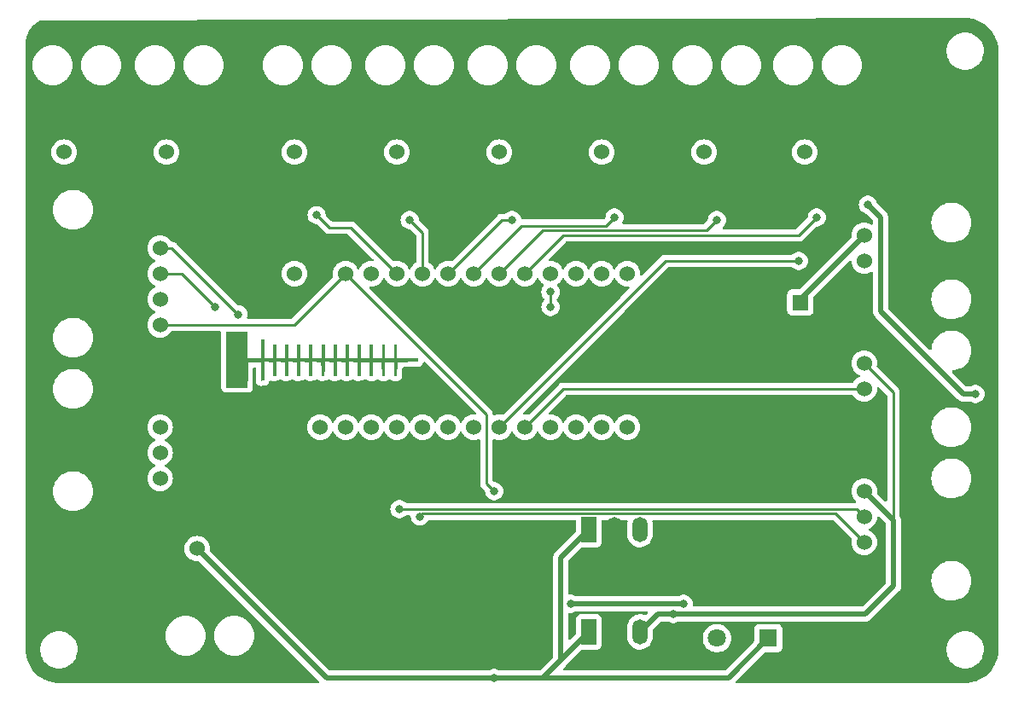
<source format=gbl>
G04 #@! TF.GenerationSoftware,KiCad,Pcbnew,7.0.7*
G04 #@! TF.CreationDate,2024-02-27T11:48:22-06:00*
G04 #@! TF.ProjectId,ControlBoard_Hardware,436f6e74-726f-46c4-926f-6172645f4861,rev?*
G04 #@! TF.SameCoordinates,Original*
G04 #@! TF.FileFunction,Copper,L2,Bot*
G04 #@! TF.FilePolarity,Positive*
%FSLAX46Y46*%
G04 Gerber Fmt 4.6, Leading zero omitted, Abs format (unit mm)*
G04 Created by KiCad (PCBNEW 7.0.7) date 2024-02-27 11:48:22*
%MOMM*%
%LPD*%
G01*
G04 APERTURE LIST*
G04 #@! TA.AperFunction,ComponentPad*
%ADD10C,1.524000*%
G04 #@! TD*
G04 #@! TA.AperFunction,ComponentPad*
%ADD11R,1.800000X1.800000*%
G04 #@! TD*
G04 #@! TA.AperFunction,ComponentPad*
%ADD12C,1.800000*%
G04 #@! TD*
G04 #@! TA.AperFunction,ComponentPad*
%ADD13R,1.500000X2.500000*%
G04 #@! TD*
G04 #@! TA.AperFunction,ComponentPad*
%ADD14O,1.500000X2.500000*%
G04 #@! TD*
G04 #@! TA.AperFunction,ComponentPad*
%ADD15R,1.600000X1.600000*%
G04 #@! TD*
G04 #@! TA.AperFunction,ComponentPad*
%ADD16C,1.600000*%
G04 #@! TD*
G04 #@! TA.AperFunction,ViaPad*
%ADD17C,0.800000*%
G04 #@! TD*
G04 #@! TA.AperFunction,Conductor*
%ADD18C,0.508000*%
G04 #@! TD*
G04 #@! TA.AperFunction,Conductor*
%ADD19C,0.254000*%
G04 #@! TD*
G04 APERTURE END LIST*
G04 #@! TA.AperFunction,EtchedComponent*
G36*
X138884121Y-69318909D02*
G01*
X140177212Y-69318909D01*
X140177212Y-67471637D01*
X140515879Y-67471637D01*
X140515879Y-69318909D01*
X141377939Y-69318909D01*
X141377939Y-67964243D01*
X141716606Y-67964243D01*
X141716606Y-69318909D01*
X142578667Y-69318909D01*
X142578667Y-67964243D01*
X142917333Y-67964243D01*
X142917333Y-69318909D01*
X143779394Y-69318909D01*
X143779394Y-67964243D01*
X144118061Y-67964243D01*
X144118061Y-69318909D01*
X144980121Y-69318909D01*
X144980121Y-67964243D01*
X145318788Y-67964243D01*
X145318788Y-69318909D01*
X146180849Y-69318909D01*
X146180849Y-67964243D01*
X146519515Y-67964243D01*
X146519515Y-69318909D01*
X147381576Y-69318909D01*
X147381576Y-67964243D01*
X147720243Y-67964243D01*
X147720243Y-69318909D01*
X148582303Y-69318909D01*
X148582303Y-67964243D01*
X148920970Y-67964243D01*
X148920970Y-69318909D01*
X149783030Y-69318909D01*
X149783030Y-67964243D01*
X149944667Y-67964215D01*
X150106303Y-67964187D01*
X150088619Y-69318909D01*
X150983758Y-69318909D01*
X150983758Y-67964243D01*
X151291636Y-67964243D01*
X151291636Y-69318909D01*
X152184485Y-69318909D01*
X152184485Y-67964243D01*
X152492364Y-67964243D01*
X152492364Y-69318909D01*
X153385212Y-69318909D01*
X153385212Y-67964243D01*
X153693091Y-67964243D01*
X153693091Y-69318909D01*
X155755879Y-69318909D01*
X155755879Y-69718322D01*
X153708485Y-69734546D01*
X153691913Y-71104606D01*
X153386390Y-71104606D01*
X153369818Y-69734546D01*
X152507758Y-69734546D01*
X152491186Y-71104606D01*
X152185663Y-71104606D01*
X152169091Y-69734546D01*
X151307030Y-69734546D01*
X151290458Y-71104606D01*
X150984936Y-71104606D01*
X150968364Y-69734546D01*
X150106303Y-69734546D01*
X150100480Y-70411879D01*
X150094656Y-71089212D01*
X149939437Y-71098498D01*
X149784217Y-71107783D01*
X149775927Y-70421164D01*
X149767636Y-69734546D01*
X148922152Y-69717422D01*
X148905576Y-71089212D01*
X148744533Y-71098498D01*
X148583490Y-71107783D01*
X148575199Y-70421164D01*
X148566909Y-69734546D01*
X147721425Y-69717422D01*
X147704849Y-71089212D01*
X147543805Y-71098498D01*
X147382762Y-71107783D01*
X147374472Y-70421164D01*
X147366182Y-69734546D01*
X146520698Y-69717422D01*
X146512410Y-70403317D01*
X146504121Y-71089212D01*
X146343078Y-71098498D01*
X146182035Y-71107783D01*
X146173745Y-70421164D01*
X146165455Y-69734546D01*
X145319971Y-69717422D01*
X145311682Y-70403317D01*
X145303394Y-71089212D01*
X145142351Y-71098498D01*
X144981308Y-71107783D01*
X144973018Y-70421164D01*
X144964727Y-69734546D01*
X144119243Y-69717422D01*
X144102667Y-71089212D01*
X143941624Y-71098498D01*
X143780581Y-71107783D01*
X143772290Y-70421164D01*
X143764000Y-69734546D01*
X142918516Y-69717422D01*
X142910228Y-70403317D01*
X142901939Y-71089212D01*
X142740896Y-71098498D01*
X142579853Y-71107783D01*
X142571563Y-70421164D01*
X142563273Y-69734546D01*
X141717789Y-69717422D01*
X141709500Y-70403317D01*
X141701212Y-71089212D01*
X141540169Y-71098498D01*
X141379126Y-71107783D01*
X141370836Y-70421164D01*
X141362546Y-69734546D01*
X140516784Y-69717420D01*
X140508635Y-70649619D01*
X140500485Y-71581818D01*
X140339302Y-71591109D01*
X140178120Y-71600399D01*
X140169969Y-70667472D01*
X140161818Y-69734546D01*
X138899515Y-69734546D01*
X138891477Y-71004546D01*
X138883438Y-72274546D01*
X136759758Y-72274546D01*
X136759758Y-66763515D01*
X138884121Y-66763515D01*
X138884121Y-69318909D01*
G37*
G04 #@! TD.AperFunction*
D10*
X173990000Y-48895000D03*
X176530000Y-48895000D03*
X130175000Y-81280000D03*
X130175000Y-78740000D03*
X130175000Y-76200000D03*
X130175000Y-73660000D03*
X184150000Y-48895000D03*
X186690000Y-48895000D03*
X200048500Y-69850000D03*
X200048500Y-72390000D03*
X200048500Y-74930000D03*
D11*
X190510000Y-97150000D03*
D12*
X187970000Y-97150000D03*
X185430000Y-97150000D03*
D10*
X163830000Y-48895000D03*
X166370000Y-48895000D03*
X130810000Y-48895000D03*
X133350000Y-48895000D03*
X200048500Y-82550000D03*
X200048500Y-85090000D03*
X200048500Y-87630000D03*
X200048500Y-90170000D03*
D13*
X172720000Y-96520000D03*
D14*
X175260000Y-96520000D03*
X177800000Y-96520000D03*
D10*
X120650000Y-48895000D03*
X123190000Y-48895000D03*
D13*
X172720000Y-86360000D03*
D14*
X175260000Y-86360000D03*
X177800000Y-86360000D03*
D10*
X143510000Y-48895000D03*
X146050000Y-48895000D03*
X200048500Y-57150000D03*
X200048500Y-59690000D03*
X200048500Y-62230000D03*
X194133698Y-48895000D03*
X196673698Y-48895000D03*
X130175000Y-66040000D03*
X130175000Y-63500000D03*
X130175000Y-60960000D03*
X130175000Y-58420000D03*
X130175000Y-55880000D03*
D15*
X193698500Y-63810000D03*
D16*
X193698500Y-67310000D03*
D10*
X136398000Y-88265000D03*
X133858000Y-88265000D03*
X146050000Y-76200000D03*
X148590000Y-76200000D03*
X151130000Y-76200000D03*
X153670000Y-76200000D03*
X156210000Y-76200000D03*
X158750000Y-76200000D03*
X161290000Y-76200000D03*
X163830000Y-76200000D03*
X166370000Y-76200000D03*
X168910000Y-76200000D03*
X171450000Y-76200000D03*
X173990000Y-76200000D03*
X176530000Y-76200000D03*
X176530000Y-60960000D03*
X173990000Y-60960000D03*
X171450000Y-60960000D03*
X168910000Y-60960000D03*
X166370000Y-60960000D03*
X163830000Y-60960000D03*
X161290000Y-60960000D03*
X158750000Y-60960000D03*
X156210000Y-60960000D03*
X153670000Y-60960000D03*
X151130000Y-60960000D03*
X143510000Y-76200000D03*
X146050000Y-60960000D03*
X148590000Y-60960000D03*
X143510000Y-60960000D03*
X153670000Y-48895000D03*
X156210000Y-48895000D03*
D17*
X163322000Y-70612000D03*
X197866000Y-75184000D03*
X205232000Y-99060000D03*
X159512000Y-67056000D03*
X197866000Y-62230000D03*
X199644000Y-99060000D03*
X181102000Y-94742000D03*
X168910000Y-62773500D03*
X168910000Y-64262000D03*
X153924000Y-84328000D03*
X155956000Y-85054500D03*
X182118000Y-93726000D03*
X211074000Y-72898000D03*
X170942000Y-93726000D03*
X200406000Y-54102000D03*
X135636000Y-64262000D03*
X137922000Y-64988500D03*
X193548000Y-59690000D03*
X163322000Y-101092000D03*
X195326000Y-55372000D03*
X185420000Y-55626000D03*
X175260000Y-55372000D03*
X165100000Y-55626000D03*
X154940000Y-55626000D03*
X145704948Y-55143100D03*
X163322000Y-82550000D03*
D18*
X202946000Y-85447500D02*
X200048500Y-82550000D01*
X177800000Y-96520000D02*
X179578000Y-94742000D01*
D19*
X200048500Y-69850000D02*
X202946000Y-72747500D01*
D18*
X181102000Y-94742000D02*
X200152000Y-94742000D01*
D19*
X202946000Y-72747500D02*
X202946000Y-85447500D01*
D18*
X200152000Y-94742000D02*
X202946000Y-91948000D01*
X202946000Y-91948000D02*
X202946000Y-85447500D01*
X179578000Y-94742000D02*
X181102000Y-94742000D01*
D19*
X168910000Y-62773500D02*
X168910000Y-64262000D01*
X199286501Y-84328001D02*
X153924000Y-84328000D01*
X200048500Y-85090000D02*
X199286501Y-84328001D01*
X200048500Y-87630000D02*
X197200501Y-84782001D01*
X156228499Y-84782001D02*
X155956000Y-85054500D01*
X196342000Y-84782001D02*
X156228499Y-84782001D01*
X197200501Y-84782001D02*
X196342000Y-84782001D01*
D18*
X211074000Y-72898000D02*
X209850218Y-72898000D01*
X182118000Y-93726000D02*
X170942000Y-93726000D01*
X201676000Y-64723782D02*
X201676000Y-55372000D01*
X209850218Y-72898000D02*
X201676000Y-64723782D01*
X201676000Y-55372000D02*
X200406000Y-54102000D01*
D19*
X135636000Y-64262000D02*
X132334000Y-60960000D01*
X132334000Y-60960000D02*
X130175000Y-60960000D01*
X131353500Y-58420000D02*
X130175000Y-58420000D01*
X137922000Y-64988500D02*
X131353500Y-58420000D01*
X176220000Y-63810000D02*
X180340000Y-59690000D01*
X176220000Y-63810000D02*
X163830000Y-76200000D01*
X180340000Y-59690000D02*
X193548000Y-59690000D01*
X200048500Y-72390000D02*
X170180000Y-72390000D01*
X170180000Y-72390000D02*
X166370000Y-76200000D01*
D18*
X193698500Y-63500000D02*
X193698500Y-63810000D01*
X200048500Y-57150000D02*
X193698500Y-63500000D01*
X163322000Y-101092000D02*
X167894000Y-101092000D01*
X186568000Y-101092000D02*
X190510000Y-97150000D01*
X163322000Y-101092000D02*
X146685000Y-101092000D01*
X146685000Y-101092000D02*
X133858000Y-88265000D01*
X168148000Y-101092000D02*
X167894000Y-101092000D01*
X169926000Y-89154000D02*
X169926000Y-99314000D01*
X172720000Y-96520000D02*
X169926000Y-99314000D01*
X172720000Y-86360000D02*
X169926000Y-89154000D01*
X167894000Y-101092000D02*
X186568000Y-101092000D01*
X169926000Y-99314000D02*
X168148000Y-101092000D01*
D19*
X193548000Y-57150000D02*
X170180000Y-57150000D01*
X170180000Y-57150000D02*
X166370000Y-60960000D01*
X195326000Y-55372000D02*
X193548000Y-57150000D01*
X168148000Y-56642000D02*
X163830000Y-60960000D01*
X185420000Y-55626000D02*
X184404000Y-56642000D01*
X184404000Y-56642000D02*
X168148000Y-56642000D01*
X175260000Y-55372000D02*
X174444000Y-56188000D01*
X166062000Y-56188000D02*
X161290000Y-60960000D01*
X174444000Y-56188000D02*
X166062000Y-56188000D01*
X164084000Y-55626000D02*
X158750000Y-60960000D01*
X165100000Y-55626000D02*
X164084000Y-55626000D01*
X154940000Y-55626000D02*
X156210000Y-56896000D01*
X156210000Y-56896000D02*
X156210000Y-60960000D01*
X149098000Y-56388000D02*
X146949848Y-56388000D01*
X153670000Y-60960000D02*
X149098000Y-56388000D01*
X146949848Y-56388000D02*
X145704948Y-55143100D01*
X147501000Y-62049000D02*
X148590000Y-60960000D01*
X163322000Y-82550000D02*
X162560000Y-81788000D01*
X162560000Y-81788000D02*
X162560000Y-74930000D01*
X143510000Y-66040000D02*
X130175000Y-66040000D01*
X147501000Y-62049000D02*
X143510000Y-66040000D01*
X162560000Y-74930000D02*
X148590000Y-60960000D01*
G04 #@! TA.AperFunction,Conductor*
G36*
X210207630Y-35568402D02*
G01*
X210407756Y-35579641D01*
X210413943Y-35580303D01*
X210532825Y-35599132D01*
X210577091Y-35606144D01*
X210661272Y-35620446D01*
X210761233Y-35637430D01*
X210766871Y-35638661D01*
X210919787Y-35679635D01*
X210932322Y-35682994D01*
X211106366Y-35733135D01*
X211111386Y-35734818D01*
X211273762Y-35797148D01*
X211439074Y-35865623D01*
X211443467Y-35867649D01*
X211599737Y-35947272D01*
X211755483Y-36033350D01*
X211759220Y-36035593D01*
X211907069Y-36131606D01*
X212001746Y-36198783D01*
X212051849Y-36234333D01*
X212054990Y-36236716D01*
X212191255Y-36347062D01*
X212193551Y-36349015D01*
X212324758Y-36466268D01*
X212327286Y-36468658D01*
X212451340Y-36592712D01*
X212453730Y-36595240D01*
X212570983Y-36726447D01*
X212572936Y-36728743D01*
X212683282Y-36865008D01*
X212685665Y-36868149D01*
X212788387Y-37012922D01*
X212863756Y-37128980D01*
X212884391Y-37160754D01*
X212886658Y-37164532D01*
X212972731Y-37320270D01*
X213002179Y-37378064D01*
X213052343Y-37476518D01*
X213054382Y-37480940D01*
X213122851Y-37646237D01*
X213185173Y-37808593D01*
X213186868Y-37813650D01*
X213237005Y-37987677D01*
X213281333Y-38153113D01*
X213282570Y-38158777D01*
X213313855Y-38342908D01*
X213339692Y-38506029D01*
X213340358Y-38512256D01*
X213352512Y-38728670D01*
X213359415Y-38860377D01*
X213359500Y-38863623D01*
X213359500Y-98296376D01*
X213359415Y-98299622D01*
X213352512Y-98431329D01*
X213340358Y-98647742D01*
X213339692Y-98653969D01*
X213313855Y-98817091D01*
X213282570Y-99001221D01*
X213281333Y-99006885D01*
X213237005Y-99172322D01*
X213186868Y-99346348D01*
X213185173Y-99351405D01*
X213122851Y-99513762D01*
X213054382Y-99679058D01*
X213052344Y-99683480D01*
X212972732Y-99839727D01*
X212957915Y-99866538D01*
X212886658Y-99995466D01*
X212884391Y-99999244D01*
X212788391Y-100147072D01*
X212685665Y-100291849D01*
X212683282Y-100294990D01*
X212572936Y-100431255D01*
X212570983Y-100433551D01*
X212453730Y-100564758D01*
X212451340Y-100567286D01*
X212327286Y-100691340D01*
X212324758Y-100693730D01*
X212193551Y-100810983D01*
X212191255Y-100812936D01*
X212054990Y-100923282D01*
X212051849Y-100925665D01*
X211907072Y-101028391D01*
X211759244Y-101124391D01*
X211755466Y-101126658D01*
X211599733Y-101212730D01*
X211443480Y-101292344D01*
X211439058Y-101294382D01*
X211273762Y-101362851D01*
X211111405Y-101425173D01*
X211106348Y-101426868D01*
X210932322Y-101477005D01*
X210766885Y-101521333D01*
X210761221Y-101522570D01*
X210577091Y-101553855D01*
X210413969Y-101579692D01*
X210407742Y-101580358D01*
X210191329Y-101592512D01*
X210059622Y-101599415D01*
X210056376Y-101599500D01*
X187426886Y-101599500D01*
X187359847Y-101579815D01*
X187314092Y-101527011D01*
X187304148Y-101457853D01*
X187333173Y-101394297D01*
X187339205Y-101387819D01*
X190140205Y-98586818D01*
X190201528Y-98553333D01*
X190227886Y-98550499D01*
X191457871Y-98550499D01*
X191457872Y-98550499D01*
X191517483Y-98544091D01*
X191652331Y-98493796D01*
X191767546Y-98407546D01*
X191798825Y-98365763D01*
X208203787Y-98365763D01*
X208233413Y-98635013D01*
X208233415Y-98635024D01*
X208297591Y-98880500D01*
X208301928Y-98897088D01*
X208407870Y-99146390D01*
X208479998Y-99264575D01*
X208548979Y-99377605D01*
X208548986Y-99377615D01*
X208722253Y-99585819D01*
X208722259Y-99585824D01*
X208923998Y-99766582D01*
X209149910Y-99916044D01*
X209395176Y-100031020D01*
X209395183Y-100031022D01*
X209395185Y-100031023D01*
X209654557Y-100109057D01*
X209654564Y-100109058D01*
X209654569Y-100109060D01*
X209922561Y-100148500D01*
X209922566Y-100148500D01*
X210125636Y-100148500D01*
X210177133Y-100144730D01*
X210328156Y-100133677D01*
X210440758Y-100108593D01*
X210592546Y-100074782D01*
X210592548Y-100074781D01*
X210592553Y-100074780D01*
X210845558Y-99978014D01*
X211081777Y-99845441D01*
X211296177Y-99679888D01*
X211484186Y-99484881D01*
X211641799Y-99264579D01*
X211715787Y-99120669D01*
X211765649Y-99023690D01*
X211765651Y-99023684D01*
X211765656Y-99023675D01*
X211853118Y-98767305D01*
X211902319Y-98500933D01*
X211912212Y-98230235D01*
X211882586Y-97960982D01*
X211814072Y-97698912D01*
X211708130Y-97449610D01*
X211567018Y-97218390D01*
X211540784Y-97186866D01*
X211393746Y-97010180D01*
X211393740Y-97010175D01*
X211192002Y-96829418D01*
X210966092Y-96679957D01*
X210844888Y-96623139D01*
X210720824Y-96564980D01*
X210720819Y-96564978D01*
X210720814Y-96564976D01*
X210461442Y-96486942D01*
X210461428Y-96486939D01*
X210345791Y-96469921D01*
X210193439Y-96447500D01*
X209990369Y-96447500D01*
X209990364Y-96447500D01*
X209787844Y-96462323D01*
X209787831Y-96462325D01*
X209523453Y-96521217D01*
X209523446Y-96521220D01*
X209270439Y-96617987D01*
X209034226Y-96750557D01*
X208819822Y-96916112D01*
X208631822Y-97111109D01*
X208631816Y-97111116D01*
X208474202Y-97331419D01*
X208474199Y-97331424D01*
X208350350Y-97572309D01*
X208350343Y-97572327D01*
X208262884Y-97828685D01*
X208262881Y-97828699D01*
X208213681Y-98095068D01*
X208213680Y-98095075D01*
X208203787Y-98365763D01*
X191798825Y-98365763D01*
X191853796Y-98292331D01*
X191904091Y-98157483D01*
X191910500Y-98097873D01*
X191910499Y-96202128D01*
X191904091Y-96142517D01*
X191894233Y-96116087D01*
X191853797Y-96007671D01*
X191853793Y-96007664D01*
X191767547Y-95892455D01*
X191767544Y-95892452D01*
X191652335Y-95806206D01*
X191652328Y-95806202D01*
X191517482Y-95755908D01*
X191517483Y-95755908D01*
X191457883Y-95749501D01*
X191457881Y-95749500D01*
X191457873Y-95749500D01*
X191457864Y-95749500D01*
X189562129Y-95749500D01*
X189562123Y-95749501D01*
X189502516Y-95755908D01*
X189367671Y-95806202D01*
X189367664Y-95806206D01*
X189252455Y-95892452D01*
X189252452Y-95892455D01*
X189166206Y-96007664D01*
X189166202Y-96007671D01*
X189115908Y-96142517D01*
X189109501Y-96202116D01*
X189109501Y-96202123D01*
X189109500Y-96202135D01*
X189109500Y-97432113D01*
X189089815Y-97499152D01*
X189073181Y-97519794D01*
X186291795Y-100301181D01*
X186230472Y-100334666D01*
X186204114Y-100337500D01*
X170268886Y-100337500D01*
X170201847Y-100317815D01*
X170156092Y-100265011D01*
X170146148Y-100195853D01*
X170175173Y-100132297D01*
X170181196Y-100125826D01*
X170414270Y-99892752D01*
X170427883Y-99880988D01*
X170447294Y-99866539D01*
X170481066Y-99826289D01*
X170484717Y-99822306D01*
X170548984Y-99758046D01*
X170549144Y-99757878D01*
X172000204Y-98306818D01*
X172061528Y-98273333D01*
X172087886Y-98270499D01*
X173517871Y-98270499D01*
X173517872Y-98270499D01*
X173577483Y-98264091D01*
X173712331Y-98213796D01*
X173827546Y-98127546D01*
X173913796Y-98012331D01*
X173964091Y-97877483D01*
X173970500Y-97817873D01*
X173970499Y-95222128D01*
X173964091Y-95162517D01*
X173942054Y-95103434D01*
X173913797Y-95027671D01*
X173913793Y-95027664D01*
X173827547Y-94912455D01*
X173827544Y-94912452D01*
X173712335Y-94826206D01*
X173712328Y-94826202D01*
X173577482Y-94775908D01*
X173577483Y-94775908D01*
X173517883Y-94769501D01*
X173517881Y-94769500D01*
X173517873Y-94769500D01*
X173517864Y-94769500D01*
X171922129Y-94769500D01*
X171922123Y-94769501D01*
X171862516Y-94775908D01*
X171727671Y-94826202D01*
X171727664Y-94826206D01*
X171612455Y-94912452D01*
X171612452Y-94912455D01*
X171526206Y-95027664D01*
X171526202Y-95027671D01*
X171475908Y-95162517D01*
X171469501Y-95222116D01*
X171469501Y-95222123D01*
X171469500Y-95222135D01*
X171469500Y-96652112D01*
X171449815Y-96719151D01*
X171433181Y-96739793D01*
X170892181Y-97280793D01*
X170830858Y-97314278D01*
X170761166Y-97309294D01*
X170705233Y-97267422D01*
X170680816Y-97201958D01*
X170680500Y-97193112D01*
X170680500Y-94744161D01*
X170700185Y-94677122D01*
X170752989Y-94631367D01*
X170822147Y-94621423D01*
X170830280Y-94622870D01*
X170847354Y-94626500D01*
X171036644Y-94626500D01*
X171036646Y-94626500D01*
X171221803Y-94587144D01*
X171394730Y-94510151D01*
X171402944Y-94504182D01*
X171468750Y-94480702D01*
X171475831Y-94480500D01*
X178473112Y-94480500D01*
X178540151Y-94500185D01*
X178585906Y-94552989D01*
X178595850Y-94622147D01*
X178566825Y-94685703D01*
X178560793Y-94692181D01*
X178414786Y-94838188D01*
X178353463Y-94871673D01*
X178283771Y-94866689D01*
X178278369Y-94864528D01*
X178187991Y-94825898D01*
X178187982Y-94825895D01*
X177968542Y-94775810D01*
X177968538Y-94775809D01*
X177968537Y-94775809D01*
X177968536Y-94775808D01*
X177968531Y-94775808D01*
X177743674Y-94765710D01*
X177743673Y-94765710D01*
X177743670Y-94765710D01*
X177520613Y-94795925D01*
X177520610Y-94795925D01*
X177520609Y-94795926D01*
X177306534Y-94865483D01*
X177108321Y-94972146D01*
X177108318Y-94972148D01*
X176932336Y-95112489D01*
X176784236Y-95282003D01*
X176681024Y-95454752D01*
X176668785Y-95475236D01*
X176660729Y-95496702D01*
X176589692Y-95685976D01*
X176549500Y-95907450D01*
X176549500Y-95907453D01*
X176549500Y-97076155D01*
X176552647Y-97111119D01*
X176564622Y-97244186D01*
X176564623Y-97244192D01*
X176624503Y-97461160D01*
X176624508Y-97461173D01*
X176722167Y-97663966D01*
X176722171Y-97663974D01*
X176854473Y-97846072D01*
X176854474Y-97846074D01*
X177017176Y-98001633D01*
X177205033Y-98125636D01*
X177412004Y-98214100D01*
X177412007Y-98214101D01*
X177412012Y-98214103D01*
X177631463Y-98264191D01*
X177856330Y-98274290D01*
X178079387Y-98244075D01*
X178293464Y-98174517D01*
X178491681Y-98067852D01*
X178667666Y-97927508D01*
X178815765Y-97757996D01*
X178931215Y-97564764D01*
X179010307Y-97354024D01*
X179034921Y-97218394D01*
X179047332Y-97150006D01*
X184024700Y-97150006D01*
X184043864Y-97381297D01*
X184043866Y-97381308D01*
X184100842Y-97606300D01*
X184194075Y-97818848D01*
X184321016Y-98013147D01*
X184321019Y-98013151D01*
X184321021Y-98013153D01*
X184478216Y-98183913D01*
X184478219Y-98183915D01*
X184478222Y-98183918D01*
X184661365Y-98326464D01*
X184661371Y-98326468D01*
X184661374Y-98326470D01*
X184865497Y-98436936D01*
X184964946Y-98471077D01*
X185085015Y-98512297D01*
X185085017Y-98512297D01*
X185085019Y-98512298D01*
X185313951Y-98550500D01*
X185313952Y-98550500D01*
X185546048Y-98550500D01*
X185546049Y-98550500D01*
X185774981Y-98512298D01*
X185994503Y-98436936D01*
X186198626Y-98326470D01*
X186233121Y-98299622D01*
X186278771Y-98264091D01*
X186381784Y-98183913D01*
X186538979Y-98013153D01*
X186539514Y-98012335D01*
X186573064Y-97960982D01*
X186665924Y-97818849D01*
X186759157Y-97606300D01*
X186816134Y-97381305D01*
X186818395Y-97354023D01*
X186835300Y-97150006D01*
X186835300Y-97149993D01*
X186816135Y-96918702D01*
X186816133Y-96918691D01*
X186759157Y-96693699D01*
X186665924Y-96481151D01*
X186538983Y-96286852D01*
X186538980Y-96286849D01*
X186538979Y-96286847D01*
X186381784Y-96116087D01*
X186381779Y-96116083D01*
X186381777Y-96116081D01*
X186198634Y-95973535D01*
X186198628Y-95973531D01*
X185994504Y-95863064D01*
X185994495Y-95863061D01*
X185774984Y-95787702D01*
X185584450Y-95755908D01*
X185546049Y-95749500D01*
X185313951Y-95749500D01*
X185275550Y-95755908D01*
X185085015Y-95787702D01*
X184865504Y-95863061D01*
X184865495Y-95863064D01*
X184661371Y-95973531D01*
X184661365Y-95973535D01*
X184478222Y-96116081D01*
X184478219Y-96116084D01*
X184478216Y-96116086D01*
X184478216Y-96116087D01*
X184453886Y-96142517D01*
X184321016Y-96286852D01*
X184194075Y-96481151D01*
X184100842Y-96693699D01*
X184043866Y-96918691D01*
X184043864Y-96918702D01*
X184024700Y-97149993D01*
X184024700Y-97150006D01*
X179047332Y-97150006D01*
X179050500Y-97132549D01*
X179050500Y-96387885D01*
X179070185Y-96320846D01*
X179086814Y-96300209D01*
X179854204Y-95532819D01*
X179915528Y-95499334D01*
X179941886Y-95496500D01*
X180568169Y-95496500D01*
X180635208Y-95516185D01*
X180641056Y-95520183D01*
X180649269Y-95526150D01*
X180649270Y-95526151D01*
X180822192Y-95603142D01*
X180822197Y-95603144D01*
X181007354Y-95642500D01*
X181007355Y-95642500D01*
X181196644Y-95642500D01*
X181196646Y-95642500D01*
X181381803Y-95603144D01*
X181554730Y-95526151D01*
X181562944Y-95520182D01*
X181628750Y-95496702D01*
X181635831Y-95496500D01*
X200088000Y-95496500D01*
X200105969Y-95497809D01*
X200111350Y-95498596D01*
X200129906Y-95501315D01*
X200182248Y-95496735D01*
X200187649Y-95496500D01*
X200195934Y-95496500D01*
X200195941Y-95496500D01*
X200228674Y-95492674D01*
X200305612Y-95485943D01*
X200305615Y-95485941D01*
X200312693Y-95484481D01*
X200312704Y-95484535D01*
X200320163Y-95482881D01*
X200320151Y-95482827D01*
X200327178Y-95481160D01*
X200327184Y-95481160D01*
X200381600Y-95461354D01*
X200399740Y-95454752D01*
X200473034Y-95430465D01*
X200479581Y-95427412D01*
X200479604Y-95427462D01*
X200486498Y-95424125D01*
X200486473Y-95424075D01*
X200492916Y-95420838D01*
X200492924Y-95420836D01*
X200535937Y-95392545D01*
X200557443Y-95378401D01*
X200587051Y-95360138D01*
X200623154Y-95337870D01*
X200623159Y-95337864D01*
X200628823Y-95333387D01*
X200628857Y-95333430D01*
X200634782Y-95328604D01*
X200634747Y-95328562D01*
X200640283Y-95323916D01*
X200640282Y-95323916D01*
X200640285Y-95323915D01*
X200693271Y-95267752D01*
X203434264Y-92526758D01*
X203447883Y-92514988D01*
X203467294Y-92500539D01*
X203501075Y-92460279D01*
X203504709Y-92456313D01*
X203510583Y-92450441D01*
X203531027Y-92424584D01*
X203580667Y-92365427D01*
X203580669Y-92365422D01*
X203584637Y-92359390D01*
X203584683Y-92359420D01*
X203588795Y-92352965D01*
X203588748Y-92352936D01*
X203592532Y-92346799D01*
X203592539Y-92346791D01*
X203625172Y-92276808D01*
X203659824Y-92207811D01*
X203659826Y-92207799D01*
X203662293Y-92201024D01*
X203662346Y-92201043D01*
X203664858Y-92193815D01*
X203664807Y-92193798D01*
X203667077Y-92186945D01*
X203667077Y-92186943D01*
X203667079Y-92186940D01*
X203682695Y-92111310D01*
X203700500Y-92036188D01*
X203700500Y-92036183D01*
X203701338Y-92029015D01*
X203701392Y-92029021D01*
X203702170Y-92021405D01*
X203702117Y-92021401D01*
X203702746Y-92014210D01*
X203700500Y-91937018D01*
X203700500Y-91440001D01*
X206703954Y-91440001D01*
X206724113Y-91721866D01*
X206784178Y-91997977D01*
X206784180Y-91997984D01*
X206798431Y-92036192D01*
X206882932Y-92262750D01*
X206882934Y-92262754D01*
X207018355Y-92510758D01*
X207018360Y-92510766D01*
X207187696Y-92736974D01*
X207187712Y-92736992D01*
X207387507Y-92936787D01*
X207387525Y-92936803D01*
X207613733Y-93106139D01*
X207613741Y-93106144D01*
X207861745Y-93241565D01*
X207861749Y-93241567D01*
X207861751Y-93241568D01*
X208126516Y-93340320D01*
X208206512Y-93357722D01*
X208402633Y-93400386D01*
X208402635Y-93400386D01*
X208402639Y-93400387D01*
X208613947Y-93415500D01*
X208755053Y-93415500D01*
X208966361Y-93400387D01*
X209242484Y-93340320D01*
X209507249Y-93241568D01*
X209755264Y-93106141D01*
X209981482Y-92936797D01*
X210181297Y-92736982D01*
X210350641Y-92510764D01*
X210486068Y-92262749D01*
X210584820Y-91997984D01*
X210644887Y-91721861D01*
X210665046Y-91440000D01*
X210644887Y-91158139D01*
X210584820Y-90882016D01*
X210486068Y-90617251D01*
X210350641Y-90369236D01*
X210350639Y-90369233D01*
X210181303Y-90143025D01*
X210181287Y-90143007D01*
X209981492Y-89943212D01*
X209981474Y-89943196D01*
X209755266Y-89773860D01*
X209755258Y-89773855D01*
X209507254Y-89638434D01*
X209507250Y-89638432D01*
X209406872Y-89600993D01*
X209242484Y-89539680D01*
X209242480Y-89539679D01*
X209242477Y-89539678D01*
X208966366Y-89479613D01*
X208755053Y-89464500D01*
X208613947Y-89464500D01*
X208402633Y-89479613D01*
X208126522Y-89539678D01*
X208126517Y-89539679D01*
X208126516Y-89539680D01*
X208062503Y-89563555D01*
X207861749Y-89638432D01*
X207861745Y-89638434D01*
X207613741Y-89773855D01*
X207613733Y-89773860D01*
X207387525Y-89943196D01*
X207387507Y-89943212D01*
X207187712Y-90143007D01*
X207187696Y-90143025D01*
X207018360Y-90369233D01*
X207018355Y-90369241D01*
X206882934Y-90617245D01*
X206882932Y-90617249D01*
X206784178Y-90882022D01*
X206724113Y-91158133D01*
X206703954Y-91439998D01*
X206703954Y-91440001D01*
X203700500Y-91440001D01*
X203700500Y-85511499D01*
X203701809Y-85493529D01*
X203703499Y-85481990D01*
X203705315Y-85469594D01*
X203700735Y-85417253D01*
X203700500Y-85411850D01*
X203700500Y-85403566D01*
X203700500Y-85403559D01*
X203696674Y-85370825D01*
X203689943Y-85293888D01*
X203689941Y-85293883D01*
X203688483Y-85286819D01*
X203688537Y-85286807D01*
X203686881Y-85279337D01*
X203686827Y-85279350D01*
X203685160Y-85272322D01*
X203685160Y-85272316D01*
X203658752Y-85199760D01*
X203634464Y-85126464D01*
X203634461Y-85126460D01*
X203631412Y-85119919D01*
X203631461Y-85119895D01*
X203628128Y-85113009D01*
X203628079Y-85113034D01*
X203624835Y-85106575D01*
X203593899Y-85059538D01*
X203573507Y-84992711D01*
X203573500Y-84991400D01*
X203573500Y-81280001D01*
X206703954Y-81280001D01*
X206724113Y-81561866D01*
X206784178Y-81837977D01*
X206784180Y-81837984D01*
X206840418Y-81988765D01*
X206882932Y-82102750D01*
X206882934Y-82102754D01*
X207018355Y-82350758D01*
X207018360Y-82350766D01*
X207187696Y-82576974D01*
X207187712Y-82576992D01*
X207387507Y-82776787D01*
X207387525Y-82776803D01*
X207613733Y-82946139D01*
X207613741Y-82946144D01*
X207861745Y-83081565D01*
X207861749Y-83081567D01*
X207861751Y-83081568D01*
X208126516Y-83180320D01*
X208264577Y-83210353D01*
X208402633Y-83240386D01*
X208402635Y-83240386D01*
X208402639Y-83240387D01*
X208613947Y-83255500D01*
X208755053Y-83255500D01*
X208966361Y-83240387D01*
X209242484Y-83180320D01*
X209507249Y-83081568D01*
X209755264Y-82946141D01*
X209981482Y-82776797D01*
X210181297Y-82576982D01*
X210350641Y-82350764D01*
X210486068Y-82102749D01*
X210584820Y-81837984D01*
X210644887Y-81561861D01*
X210665046Y-81280000D01*
X210644887Y-80998139D01*
X210584820Y-80722016D01*
X210486068Y-80457251D01*
X210405209Y-80309170D01*
X210350644Y-80209241D01*
X210350639Y-80209233D01*
X210181303Y-79983025D01*
X210181287Y-79983007D01*
X209981492Y-79783212D01*
X209981474Y-79783196D01*
X209755266Y-79613860D01*
X209755258Y-79613855D01*
X209507254Y-79478434D01*
X209507250Y-79478432D01*
X209406872Y-79440993D01*
X209242484Y-79379680D01*
X209242480Y-79379679D01*
X209242477Y-79379678D01*
X208966366Y-79319613D01*
X208755053Y-79304500D01*
X208613947Y-79304500D01*
X208402633Y-79319613D01*
X208126522Y-79379678D01*
X208126517Y-79379679D01*
X208126516Y-79379680D01*
X208062503Y-79403555D01*
X207861749Y-79478432D01*
X207861745Y-79478434D01*
X207613741Y-79613855D01*
X207613733Y-79613860D01*
X207387525Y-79783196D01*
X207387507Y-79783212D01*
X207187712Y-79983007D01*
X207187696Y-79983025D01*
X207018360Y-80209233D01*
X207018355Y-80209241D01*
X206882934Y-80457245D01*
X206882932Y-80457249D01*
X206784178Y-80722022D01*
X206724113Y-80998133D01*
X206703954Y-81279998D01*
X206703954Y-81280001D01*
X203573500Y-81280001D01*
X203573500Y-76200001D01*
X206703954Y-76200001D01*
X206724113Y-76481866D01*
X206784178Y-76757977D01*
X206784180Y-76757984D01*
X206812408Y-76833666D01*
X206882932Y-77022750D01*
X206882934Y-77022754D01*
X207018355Y-77270758D01*
X207018360Y-77270766D01*
X207187696Y-77496974D01*
X207187712Y-77496992D01*
X207387507Y-77696787D01*
X207387525Y-77696803D01*
X207613733Y-77866139D01*
X207613741Y-77866144D01*
X207861745Y-78001565D01*
X207861749Y-78001567D01*
X207861751Y-78001568D01*
X208126516Y-78100320D01*
X208264577Y-78130353D01*
X208402633Y-78160386D01*
X208402635Y-78160386D01*
X208402639Y-78160387D01*
X208613947Y-78175500D01*
X208755053Y-78175500D01*
X208966361Y-78160387D01*
X209242484Y-78100320D01*
X209507249Y-78001568D01*
X209755264Y-77866141D01*
X209981482Y-77696797D01*
X210181297Y-77496982D01*
X210350641Y-77270764D01*
X210486068Y-77022749D01*
X210584820Y-76757984D01*
X210644887Y-76481861D01*
X210665046Y-76200000D01*
X210644887Y-75918139D01*
X210584820Y-75642016D01*
X210486068Y-75377251D01*
X210405209Y-75229170D01*
X210350644Y-75129241D01*
X210350639Y-75129233D01*
X210181303Y-74903025D01*
X210181287Y-74903007D01*
X209981492Y-74703212D01*
X209981474Y-74703196D01*
X209755266Y-74533860D01*
X209755258Y-74533855D01*
X209507254Y-74398434D01*
X209507250Y-74398432D01*
X209378432Y-74350386D01*
X209242484Y-74299680D01*
X209242480Y-74299679D01*
X209242477Y-74299678D01*
X208966366Y-74239613D01*
X208755053Y-74224500D01*
X208613947Y-74224500D01*
X208402633Y-74239613D01*
X208126522Y-74299678D01*
X208126517Y-74299679D01*
X208126516Y-74299680D01*
X208062503Y-74323555D01*
X207861749Y-74398432D01*
X207861745Y-74398434D01*
X207613741Y-74533855D01*
X207613733Y-74533860D01*
X207387525Y-74703196D01*
X207387507Y-74703212D01*
X207187712Y-74903007D01*
X207187696Y-74903025D01*
X207018360Y-75129233D01*
X207018355Y-75129241D01*
X206882934Y-75377245D01*
X206882932Y-75377249D01*
X206784178Y-75642022D01*
X206724113Y-75918133D01*
X206703954Y-76199998D01*
X206703954Y-76200001D01*
X203573500Y-76200001D01*
X203573500Y-72830464D01*
X203575228Y-72814813D01*
X203574946Y-72814787D01*
X203575680Y-72807024D01*
X203573500Y-72737640D01*
X203573500Y-72708030D01*
X203573500Y-72708024D01*
X203572626Y-72701107D01*
X203572169Y-72695292D01*
X203571603Y-72677283D01*
X203570701Y-72648558D01*
X203565082Y-72629218D01*
X203561139Y-72610185D01*
X203558616Y-72590207D01*
X203541403Y-72546734D01*
X203539514Y-72541213D01*
X203526467Y-72496307D01*
X203516225Y-72478989D01*
X203507662Y-72461511D01*
X203500253Y-72442797D01*
X203500253Y-72442796D01*
X203472771Y-72404972D01*
X203469567Y-72400096D01*
X203445763Y-72359844D01*
X203445761Y-72359842D01*
X203445759Y-72359839D01*
X203431531Y-72345612D01*
X203418896Y-72330820D01*
X203407063Y-72314533D01*
X203407060Y-72314531D01*
X203407060Y-72314530D01*
X203407059Y-72314529D01*
X203371035Y-72284728D01*
X203366713Y-72280794D01*
X201317484Y-70231565D01*
X201283999Y-70170242D01*
X201285390Y-70111790D01*
X201296570Y-70070068D01*
X201315823Y-69850000D01*
X201296570Y-69629932D01*
X201239394Y-69416550D01*
X201146034Y-69216339D01*
X201019326Y-69035380D01*
X200863120Y-68879174D01*
X200863116Y-68879171D01*
X200863115Y-68879170D01*
X200682166Y-68752468D01*
X200682162Y-68752466D01*
X200650588Y-68737743D01*
X200481950Y-68659106D01*
X200481947Y-68659105D01*
X200481945Y-68659104D01*
X200268570Y-68601930D01*
X200268562Y-68601929D01*
X200048502Y-68582677D01*
X200048498Y-68582677D01*
X199828437Y-68601929D01*
X199828429Y-68601930D01*
X199615054Y-68659104D01*
X199615048Y-68659107D01*
X199414840Y-68752465D01*
X199414838Y-68752466D01*
X199233877Y-68879175D01*
X199077675Y-69035377D01*
X198950966Y-69216338D01*
X198950965Y-69216340D01*
X198857607Y-69416548D01*
X198857604Y-69416554D01*
X198800430Y-69629929D01*
X198800429Y-69629937D01*
X198781177Y-69849997D01*
X198781177Y-69850002D01*
X198800429Y-70070062D01*
X198800430Y-70070070D01*
X198857604Y-70283445D01*
X198857605Y-70283447D01*
X198857606Y-70283450D01*
X198925763Y-70429613D01*
X198950966Y-70483662D01*
X198950968Y-70483666D01*
X199077670Y-70664615D01*
X199077675Y-70664621D01*
X199233878Y-70820824D01*
X199233884Y-70820829D01*
X199414833Y-70947531D01*
X199414835Y-70947532D01*
X199414838Y-70947534D01*
X199455730Y-70966602D01*
X199543689Y-71007618D01*
X199596128Y-71053790D01*
X199615280Y-71120984D01*
X199595064Y-71187865D01*
X199543689Y-71232382D01*
X199414840Y-71292465D01*
X199414838Y-71292466D01*
X199233877Y-71419175D01*
X199077674Y-71575378D01*
X198983676Y-71709623D01*
X198929099Y-71753248D01*
X198882101Y-71762500D01*
X170262967Y-71762500D01*
X170247318Y-71760772D01*
X170247292Y-71761054D01*
X170239524Y-71760319D01*
X170170141Y-71762500D01*
X170140522Y-71762500D01*
X170133618Y-71763371D01*
X170127800Y-71763829D01*
X170081060Y-71765298D01*
X170081054Y-71765299D01*
X170061719Y-71770916D01*
X170042680Y-71774859D01*
X170022715Y-71777382D01*
X170022701Y-71777385D01*
X169979235Y-71794594D01*
X169973709Y-71796486D01*
X169928807Y-71809532D01*
X169911484Y-71819777D01*
X169894015Y-71828335D01*
X169875299Y-71835745D01*
X169837474Y-71863226D01*
X169832591Y-71866433D01*
X169792346Y-71890233D01*
X169778101Y-71904478D01*
X169763316Y-71917106D01*
X169747030Y-71928939D01*
X169747029Y-71928940D01*
X169717232Y-71964957D01*
X169713300Y-71969278D01*
X166751563Y-74931015D01*
X166690240Y-74964500D01*
X166631789Y-74963109D01*
X166590068Y-74951930D01*
X166370002Y-74932677D01*
X166369998Y-74932677D01*
X166287193Y-74939921D01*
X166218693Y-74926154D01*
X166168510Y-74877539D01*
X166152577Y-74809510D01*
X166175953Y-74743666D01*
X166188699Y-74728718D01*
X176259549Y-64657870D01*
X192398000Y-64657870D01*
X192398001Y-64657876D01*
X192404408Y-64717483D01*
X192454702Y-64852328D01*
X192454706Y-64852335D01*
X192540952Y-64967544D01*
X192540955Y-64967547D01*
X192656164Y-65053793D01*
X192656171Y-65053797D01*
X192791017Y-65104091D01*
X192791016Y-65104091D01*
X192797944Y-65104835D01*
X192850627Y-65110500D01*
X194546372Y-65110499D01*
X194605983Y-65104091D01*
X194740831Y-65053796D01*
X194856046Y-64967546D01*
X194942296Y-64852331D01*
X194992591Y-64717483D01*
X194999000Y-64657873D01*
X194998999Y-63317884D01*
X195018684Y-63250846D01*
X195035313Y-63230209D01*
X198576601Y-59688921D01*
X198637922Y-59655438D01*
X198707614Y-59660422D01*
X198763547Y-59702294D01*
X198787808Y-59765797D01*
X198800429Y-59910062D01*
X198800430Y-59910070D01*
X198857604Y-60123445D01*
X198857605Y-60123447D01*
X198857606Y-60123450D01*
X198903660Y-60222214D01*
X198950966Y-60323662D01*
X198950968Y-60323666D01*
X199077670Y-60504615D01*
X199077675Y-60504621D01*
X199233878Y-60660824D01*
X199233884Y-60660829D01*
X199414833Y-60787531D01*
X199414835Y-60787532D01*
X199414838Y-60787534D01*
X199615050Y-60880894D01*
X199828432Y-60938070D01*
X199985623Y-60951822D01*
X200048498Y-60957323D01*
X200048500Y-60957323D01*
X200048502Y-60957323D01*
X200103516Y-60952509D01*
X200268568Y-60938070D01*
X200481950Y-60880894D01*
X200682162Y-60787534D01*
X200726377Y-60756574D01*
X200792581Y-60734248D01*
X200860349Y-60751258D01*
X200908162Y-60802206D01*
X200921499Y-60858150D01*
X200921499Y-64659782D01*
X200920191Y-64677748D01*
X200916684Y-64701691D01*
X200921264Y-64754023D01*
X200921500Y-64759430D01*
X200921500Y-64767728D01*
X200925325Y-64800456D01*
X200932056Y-64877392D01*
X200933516Y-64884459D01*
X200933464Y-64884469D01*
X200935123Y-64891949D01*
X200935174Y-64891937D01*
X200936839Y-64898962D01*
X200963247Y-64971522D01*
X200987535Y-65044816D01*
X200990586Y-65051357D01*
X200990536Y-65051380D01*
X200993876Y-65058279D01*
X200993925Y-65058255D01*
X200997162Y-65064702D01*
X200997164Y-65064706D01*
X201023068Y-65104091D01*
X201039599Y-65129226D01*
X201080131Y-65194938D01*
X201084611Y-65200604D01*
X201084569Y-65200637D01*
X201089401Y-65206568D01*
X201089443Y-65206534D01*
X201094081Y-65212062D01*
X201094085Y-65212067D01*
X201122165Y-65238560D01*
X201150247Y-65265054D01*
X209271452Y-73386258D01*
X209283233Y-73399890D01*
X209297679Y-73419294D01*
X209337933Y-73453071D01*
X209341905Y-73456711D01*
X209347777Y-73462583D01*
X209373633Y-73483027D01*
X209432790Y-73532667D01*
X209438827Y-73536637D01*
X209438797Y-73536682D01*
X209445256Y-73540796D01*
X209445285Y-73540750D01*
X209451424Y-73544537D01*
X209451427Y-73544539D01*
X209521409Y-73577172D01*
X209590407Y-73611824D01*
X209590412Y-73611825D01*
X209597197Y-73614295D01*
X209597178Y-73614347D01*
X209604403Y-73616858D01*
X209604421Y-73616807D01*
X209611280Y-73619080D01*
X209643437Y-73625719D01*
X209686907Y-73634695D01*
X209762030Y-73652500D01*
X209762033Y-73652500D01*
X209769204Y-73653339D01*
X209769197Y-73653392D01*
X209776812Y-73654170D01*
X209776817Y-73654117D01*
X209784007Y-73654746D01*
X209784011Y-73654745D01*
X209784012Y-73654746D01*
X209861200Y-73652500D01*
X210540169Y-73652500D01*
X210607208Y-73672185D01*
X210613056Y-73676183D01*
X210621269Y-73682150D01*
X210621270Y-73682151D01*
X210794192Y-73759142D01*
X210794197Y-73759144D01*
X210979354Y-73798500D01*
X210979355Y-73798500D01*
X211168644Y-73798500D01*
X211168646Y-73798500D01*
X211353803Y-73759144D01*
X211526730Y-73682151D01*
X211679871Y-73570888D01*
X211806533Y-73430216D01*
X211901179Y-73266284D01*
X211959674Y-73086256D01*
X211979460Y-72898000D01*
X211959674Y-72709744D01*
X211901179Y-72529716D01*
X211806533Y-72365784D01*
X211679871Y-72225112D01*
X211657290Y-72208706D01*
X211526734Y-72113851D01*
X211526729Y-72113848D01*
X211353807Y-72036857D01*
X211353802Y-72036855D01*
X211208000Y-72005865D01*
X211168646Y-71997500D01*
X210979354Y-71997500D01*
X210946897Y-72004398D01*
X210794197Y-72036855D01*
X210794192Y-72036857D01*
X210621270Y-72113848D01*
X210621269Y-72113849D01*
X210613056Y-72119817D01*
X210547250Y-72143298D01*
X210540169Y-72143500D01*
X210214104Y-72143500D01*
X210147065Y-72123815D01*
X210126423Y-72107181D01*
X208778772Y-70759530D01*
X208745287Y-70698207D01*
X208750271Y-70628515D01*
X208792143Y-70572582D01*
X208857606Y-70548165D01*
X208966361Y-70540387D01*
X209242484Y-70480320D01*
X209507249Y-70381568D01*
X209755264Y-70246141D01*
X209981482Y-70076797D01*
X210181297Y-69876982D01*
X210350641Y-69650764D01*
X210486068Y-69402749D01*
X210584820Y-69137984D01*
X210644887Y-68861861D01*
X210665046Y-68580000D01*
X210644887Y-68298139D01*
X210584820Y-68022016D01*
X210486068Y-67757251D01*
X210472901Y-67733138D01*
X210350644Y-67509241D01*
X210350639Y-67509233D01*
X210181303Y-67283025D01*
X210181287Y-67283007D01*
X209981492Y-67083212D01*
X209981474Y-67083196D01*
X209755266Y-66913860D01*
X209755258Y-66913855D01*
X209507254Y-66778434D01*
X209507250Y-66778432D01*
X209404179Y-66739989D01*
X209242484Y-66679680D01*
X209242480Y-66679679D01*
X209242477Y-66679678D01*
X208966366Y-66619613D01*
X208755053Y-66604500D01*
X208613947Y-66604500D01*
X208402633Y-66619613D01*
X208126522Y-66679678D01*
X208126517Y-66679679D01*
X208126516Y-66679680D01*
X208062503Y-66703555D01*
X207861749Y-66778432D01*
X207861745Y-66778434D01*
X207613741Y-66913855D01*
X207613733Y-66913860D01*
X207387525Y-67083196D01*
X207387507Y-67083212D01*
X207187712Y-67283007D01*
X207187696Y-67283025D01*
X207018360Y-67509233D01*
X207018355Y-67509241D01*
X206882934Y-67757245D01*
X206882932Y-67757249D01*
X206784178Y-68022022D01*
X206724113Y-68298133D01*
X206716334Y-68406893D01*
X206691917Y-68472357D01*
X206635983Y-68514228D01*
X206566291Y-68519212D01*
X206504969Y-68485727D01*
X202466819Y-64447577D01*
X202433334Y-64386254D01*
X202430500Y-64359896D01*
X202430500Y-63500001D01*
X206703954Y-63500001D01*
X206724113Y-63781866D01*
X206784178Y-64057977D01*
X206784180Y-64057984D01*
X206812408Y-64133666D01*
X206882932Y-64322750D01*
X206882934Y-64322754D01*
X207018355Y-64570758D01*
X207018360Y-64570766D01*
X207187696Y-64796974D01*
X207187712Y-64796992D01*
X207387507Y-64996787D01*
X207387525Y-64996803D01*
X207613733Y-65166139D01*
X207613741Y-65166144D01*
X207861745Y-65301565D01*
X207861749Y-65301567D01*
X207861751Y-65301568D01*
X208126516Y-65400320D01*
X208264577Y-65430353D01*
X208402633Y-65460386D01*
X208402635Y-65460386D01*
X208402639Y-65460387D01*
X208613947Y-65475500D01*
X208755053Y-65475500D01*
X208966361Y-65460387D01*
X209242484Y-65400320D01*
X209507249Y-65301568D01*
X209755264Y-65166141D01*
X209981482Y-64996797D01*
X210181297Y-64796982D01*
X210350641Y-64570764D01*
X210486068Y-64322749D01*
X210584820Y-64057984D01*
X210644887Y-63781861D01*
X210665046Y-63500000D01*
X210644887Y-63218139D01*
X210628275Y-63141777D01*
X210611910Y-63066548D01*
X210584820Y-62942016D01*
X210486068Y-62677251D01*
X210472528Y-62652455D01*
X210350644Y-62429241D01*
X210350639Y-62429233D01*
X210181303Y-62203025D01*
X210181287Y-62203007D01*
X209981492Y-62003212D01*
X209981474Y-62003196D01*
X209755266Y-61833860D01*
X209755258Y-61833855D01*
X209507254Y-61698434D01*
X209507250Y-61698432D01*
X209351597Y-61640377D01*
X209242484Y-61599680D01*
X209242480Y-61599679D01*
X209242477Y-61599678D01*
X208966366Y-61539613D01*
X208755053Y-61524500D01*
X208613947Y-61524500D01*
X208402633Y-61539613D01*
X208126522Y-61599678D01*
X208126517Y-61599679D01*
X208126516Y-61599680D01*
X208062503Y-61623555D01*
X207861749Y-61698432D01*
X207861745Y-61698434D01*
X207613741Y-61833855D01*
X207613733Y-61833860D01*
X207387525Y-62003196D01*
X207387507Y-62003212D01*
X207187712Y-62203007D01*
X207187696Y-62203025D01*
X207018360Y-62429233D01*
X207018355Y-62429241D01*
X206882934Y-62677245D01*
X206882932Y-62677249D01*
X206784178Y-62942022D01*
X206724113Y-63218133D01*
X206703954Y-63499998D01*
X206703954Y-63500001D01*
X202430500Y-63500001D01*
X202430500Y-55880001D01*
X206703954Y-55880001D01*
X206724113Y-56161866D01*
X206782741Y-56431370D01*
X206784180Y-56437984D01*
X206841362Y-56591296D01*
X206882932Y-56702750D01*
X206882934Y-56702754D01*
X207018355Y-56950758D01*
X207018360Y-56950766D01*
X207187696Y-57176974D01*
X207187712Y-57176992D01*
X207387507Y-57376787D01*
X207387525Y-57376803D01*
X207613733Y-57546139D01*
X207613741Y-57546144D01*
X207861745Y-57681565D01*
X207861749Y-57681567D01*
X207861751Y-57681568D01*
X208126516Y-57780320D01*
X208239297Y-57804854D01*
X208402633Y-57840386D01*
X208402635Y-57840386D01*
X208402639Y-57840387D01*
X208613947Y-57855500D01*
X208755053Y-57855500D01*
X208966361Y-57840387D01*
X209242484Y-57780320D01*
X209507249Y-57681568D01*
X209755264Y-57546141D01*
X209981482Y-57376797D01*
X210181297Y-57176982D01*
X210350641Y-56950764D01*
X210486068Y-56702749D01*
X210584820Y-56437984D01*
X210644887Y-56161861D01*
X210665046Y-55880000D01*
X210644887Y-55598139D01*
X210584820Y-55322016D01*
X210486068Y-55057251D01*
X210485264Y-55055779D01*
X210350644Y-54809241D01*
X210350639Y-54809233D01*
X210181303Y-54583025D01*
X210181287Y-54583007D01*
X209981492Y-54383212D01*
X209981474Y-54383196D01*
X209755266Y-54213860D01*
X209755258Y-54213855D01*
X209507254Y-54078434D01*
X209507250Y-54078432D01*
X209406872Y-54040993D01*
X209242484Y-53979680D01*
X209242480Y-53979679D01*
X209242477Y-53979678D01*
X208966366Y-53919613D01*
X208755053Y-53904500D01*
X208613947Y-53904500D01*
X208402633Y-53919613D01*
X208126522Y-53979678D01*
X208126517Y-53979679D01*
X208126516Y-53979680D01*
X208062503Y-54003555D01*
X207861749Y-54078432D01*
X207861745Y-54078434D01*
X207613741Y-54213855D01*
X207613733Y-54213860D01*
X207387525Y-54383196D01*
X207387507Y-54383212D01*
X207187712Y-54583007D01*
X207187696Y-54583025D01*
X207018360Y-54809233D01*
X207018355Y-54809241D01*
X206882934Y-55057245D01*
X206882932Y-55057249D01*
X206825468Y-55211318D01*
X206794141Y-55295311D01*
X206784178Y-55322022D01*
X206724113Y-55598133D01*
X206703954Y-55879998D01*
X206703954Y-55880001D01*
X202430500Y-55880001D01*
X202430500Y-55435992D01*
X202431809Y-55418022D01*
X202432529Y-55413103D01*
X202435314Y-55394093D01*
X202434809Y-55388325D01*
X202432396Y-55360738D01*
X202430735Y-55341759D01*
X202430500Y-55336358D01*
X202430500Y-55328065D01*
X202430500Y-55328064D01*
X202430500Y-55328059D01*
X202426672Y-55295312D01*
X202419943Y-55218388D01*
X202419941Y-55218384D01*
X202418483Y-55211318D01*
X202418537Y-55211306D01*
X202416881Y-55203837D01*
X202416827Y-55203850D01*
X202415160Y-55196822D01*
X202415160Y-55196816D01*
X202388752Y-55124260D01*
X202364464Y-55050964D01*
X202364461Y-55050960D01*
X202361412Y-55044419D01*
X202361461Y-55044395D01*
X202358128Y-55037509D01*
X202358079Y-55037534D01*
X202354835Y-55031075D01*
X202343198Y-55013382D01*
X202312400Y-54966555D01*
X202271870Y-54900846D01*
X202271868Y-54900844D01*
X202267392Y-54895183D01*
X202267434Y-54895149D01*
X202262597Y-54889211D01*
X202262556Y-54889246D01*
X202257912Y-54883711D01*
X202201752Y-54830728D01*
X201316048Y-53945024D01*
X201285798Y-53895661D01*
X201233181Y-53733721D01*
X201233178Y-53733715D01*
X201138533Y-53569784D01*
X201011871Y-53429112D01*
X201011870Y-53429111D01*
X200858734Y-53317851D01*
X200858729Y-53317848D01*
X200685807Y-53240857D01*
X200685802Y-53240855D01*
X200540000Y-53209865D01*
X200500646Y-53201500D01*
X200311354Y-53201500D01*
X200278897Y-53208398D01*
X200126197Y-53240855D01*
X200126192Y-53240857D01*
X199953270Y-53317848D01*
X199953265Y-53317851D01*
X199800129Y-53429111D01*
X199673466Y-53569785D01*
X199578821Y-53733715D01*
X199578818Y-53733722D01*
X199520327Y-53913740D01*
X199520326Y-53913744D01*
X199500540Y-54102000D01*
X199520326Y-54290256D01*
X199520327Y-54290259D01*
X199578818Y-54470277D01*
X199578821Y-54470284D01*
X199673467Y-54634216D01*
X199731899Y-54699111D01*
X199800129Y-54774888D01*
X199953265Y-54886148D01*
X199953270Y-54886151D01*
X200126191Y-54963142D01*
X200126193Y-54963142D01*
X200126197Y-54963144D01*
X200184148Y-54975461D01*
X200245627Y-55008653D01*
X200246046Y-55009070D01*
X200568335Y-55331359D01*
X200885180Y-55648203D01*
X200918665Y-55709526D01*
X200921499Y-55735884D01*
X200921499Y-55981849D01*
X200901814Y-56048888D01*
X200849010Y-56094643D01*
X200779852Y-56104587D01*
X200726376Y-56083425D01*
X200697613Y-56063285D01*
X200682162Y-56052466D01*
X200481950Y-55959106D01*
X200481947Y-55959105D01*
X200481945Y-55959104D01*
X200268570Y-55901930D01*
X200268562Y-55901929D01*
X200048502Y-55882677D01*
X200048498Y-55882677D01*
X199828437Y-55901929D01*
X199828429Y-55901930D01*
X199615054Y-55959104D01*
X199615048Y-55959107D01*
X199414840Y-56052465D01*
X199414838Y-56052466D01*
X199233877Y-56179175D01*
X199077675Y-56335377D01*
X198950966Y-56516338D01*
X198950965Y-56516340D01*
X198857607Y-56716548D01*
X198857604Y-56716554D01*
X198800430Y-56929929D01*
X198800429Y-56929937D01*
X198781177Y-57149997D01*
X198781177Y-57150002D01*
X198792250Y-57276584D01*
X198778483Y-57345084D01*
X198756403Y-57375071D01*
X193658293Y-62473181D01*
X193596970Y-62506666D01*
X193570612Y-62509500D01*
X192850629Y-62509500D01*
X192850623Y-62509501D01*
X192791016Y-62515908D01*
X192656171Y-62566202D01*
X192656164Y-62566206D01*
X192540955Y-62652452D01*
X192540952Y-62652455D01*
X192454706Y-62767664D01*
X192454702Y-62767671D01*
X192404408Y-62902517D01*
X192398001Y-62962116D01*
X192398000Y-62962135D01*
X192398000Y-64657870D01*
X176259549Y-64657870D01*
X176691623Y-64225796D01*
X180563600Y-60353818D01*
X180624923Y-60320334D01*
X180651281Y-60317500D01*
X192846053Y-60317500D01*
X192913092Y-60337185D01*
X192938199Y-60358523D01*
X192942129Y-60362888D01*
X192942132Y-60362891D01*
X192942135Y-60362893D01*
X193095265Y-60474148D01*
X193095270Y-60474151D01*
X193268192Y-60551142D01*
X193268197Y-60551144D01*
X193453354Y-60590500D01*
X193453355Y-60590500D01*
X193642644Y-60590500D01*
X193642646Y-60590500D01*
X193827803Y-60551144D01*
X194000730Y-60474151D01*
X194153871Y-60362888D01*
X194280533Y-60222216D01*
X194375179Y-60058284D01*
X194433674Y-59878256D01*
X194453460Y-59690000D01*
X194433674Y-59501744D01*
X194375179Y-59321716D01*
X194280533Y-59157784D01*
X194153871Y-59017112D01*
X194153870Y-59017111D01*
X194000734Y-58905851D01*
X194000729Y-58905848D01*
X193827807Y-58828857D01*
X193827802Y-58828855D01*
X193682000Y-58797865D01*
X193642646Y-58789500D01*
X193453354Y-58789500D01*
X193420897Y-58796398D01*
X193268197Y-58828855D01*
X193268192Y-58828857D01*
X193095270Y-58905848D01*
X193095265Y-58905851D01*
X192942135Y-59017106D01*
X192942132Y-59017108D01*
X192940175Y-59019281D01*
X192938200Y-59021474D01*
X192878714Y-59058121D01*
X192846053Y-59062500D01*
X180422967Y-59062500D01*
X180407318Y-59060772D01*
X180407292Y-59061054D01*
X180399524Y-59060319D01*
X180330140Y-59062500D01*
X180300522Y-59062500D01*
X180293618Y-59063371D01*
X180287800Y-59063829D01*
X180241057Y-59065298D01*
X180221713Y-59070918D01*
X180202669Y-59074862D01*
X180199709Y-59075235D01*
X180182707Y-59077384D01*
X180182703Y-59077385D01*
X180182700Y-59077386D01*
X180139235Y-59094594D01*
X180133710Y-59096485D01*
X180088809Y-59109531D01*
X180088806Y-59109533D01*
X180071480Y-59119779D01*
X180054010Y-59128337D01*
X180035298Y-59135745D01*
X179997463Y-59163233D01*
X179992580Y-59166440D01*
X179952346Y-59190234D01*
X179938106Y-59204474D01*
X179923320Y-59217102D01*
X179907033Y-59228936D01*
X179907032Y-59228936D01*
X179877227Y-59264963D01*
X179873295Y-59269285D01*
X178001287Y-61141292D01*
X177939964Y-61174777D01*
X177870272Y-61169793D01*
X177814339Y-61127921D01*
X177789922Y-61062457D01*
X177790077Y-61042813D01*
X177797323Y-60960000D01*
X177778070Y-60739932D01*
X177720894Y-60526550D01*
X177627534Y-60326339D01*
X177500826Y-60145380D01*
X177344620Y-59989174D01*
X177344616Y-59989171D01*
X177344615Y-59989170D01*
X177163666Y-59862468D01*
X177163662Y-59862466D01*
X177157499Y-59859592D01*
X176963450Y-59769106D01*
X176963447Y-59769105D01*
X176963445Y-59769104D01*
X176750070Y-59711930D01*
X176750062Y-59711929D01*
X176530002Y-59692677D01*
X176529998Y-59692677D01*
X176309937Y-59711929D01*
X176309929Y-59711930D01*
X176096554Y-59769104D01*
X176096548Y-59769107D01*
X175896340Y-59862465D01*
X175896338Y-59862466D01*
X175715377Y-59989175D01*
X175559175Y-60145377D01*
X175432466Y-60326338D01*
X175432465Y-60326340D01*
X175372382Y-60455189D01*
X175326209Y-60507628D01*
X175259016Y-60526780D01*
X175192135Y-60506564D01*
X175147618Y-60455189D01*
X175100348Y-60353819D01*
X175087534Y-60326339D01*
X174960826Y-60145380D01*
X174804620Y-59989174D01*
X174804616Y-59989171D01*
X174804615Y-59989170D01*
X174623666Y-59862468D01*
X174623662Y-59862466D01*
X174617499Y-59859592D01*
X174423450Y-59769106D01*
X174423447Y-59769105D01*
X174423445Y-59769104D01*
X174210070Y-59711930D01*
X174210062Y-59711929D01*
X173990002Y-59692677D01*
X173989998Y-59692677D01*
X173769937Y-59711929D01*
X173769929Y-59711930D01*
X173556554Y-59769104D01*
X173556548Y-59769107D01*
X173356340Y-59862465D01*
X173356338Y-59862466D01*
X173175377Y-59989175D01*
X173019175Y-60145377D01*
X172892466Y-60326338D01*
X172892465Y-60326340D01*
X172832382Y-60455189D01*
X172786209Y-60507628D01*
X172719016Y-60526780D01*
X172652135Y-60506564D01*
X172607618Y-60455189D01*
X172560348Y-60353819D01*
X172547534Y-60326339D01*
X172420826Y-60145380D01*
X172264620Y-59989174D01*
X172264616Y-59989171D01*
X172264615Y-59989170D01*
X172083666Y-59862468D01*
X172083662Y-59862466D01*
X172077499Y-59859592D01*
X171883450Y-59769106D01*
X171883447Y-59769105D01*
X171883445Y-59769104D01*
X171670070Y-59711930D01*
X171670062Y-59711929D01*
X171450002Y-59692677D01*
X171449998Y-59692677D01*
X171229937Y-59711929D01*
X171229929Y-59711930D01*
X171016554Y-59769104D01*
X171016548Y-59769107D01*
X170816340Y-59862465D01*
X170816338Y-59862466D01*
X170635377Y-59989175D01*
X170479175Y-60145377D01*
X170352466Y-60326338D01*
X170352465Y-60326340D01*
X170292382Y-60455189D01*
X170246209Y-60507628D01*
X170179016Y-60526780D01*
X170112135Y-60506564D01*
X170067618Y-60455189D01*
X170020348Y-60353819D01*
X170007534Y-60326339D01*
X169880826Y-60145380D01*
X169724620Y-59989174D01*
X169724616Y-59989171D01*
X169724615Y-59989170D01*
X169543666Y-59862468D01*
X169543662Y-59862466D01*
X169537499Y-59859592D01*
X169343450Y-59769106D01*
X169343447Y-59769105D01*
X169343445Y-59769104D01*
X169130070Y-59711930D01*
X169130062Y-59711929D01*
X168910002Y-59692677D01*
X168909998Y-59692677D01*
X168827193Y-59699921D01*
X168758693Y-59686154D01*
X168708510Y-59637539D01*
X168692577Y-59569510D01*
X168715953Y-59503666D01*
X168728698Y-59488719D01*
X170403599Y-57813819D01*
X170464923Y-57780334D01*
X170491281Y-57777500D01*
X193465033Y-57777500D01*
X193480681Y-57779227D01*
X193480708Y-57778946D01*
X193488475Y-57779680D01*
X193488476Y-57779679D01*
X193488477Y-57779680D01*
X193557860Y-57777500D01*
X193587476Y-57777500D01*
X193594378Y-57776627D01*
X193600190Y-57776169D01*
X193646943Y-57774701D01*
X193666272Y-57769084D01*
X193685328Y-57765137D01*
X193705293Y-57762616D01*
X193748770Y-57745401D01*
X193754276Y-57743516D01*
X193799191Y-57730468D01*
X193816515Y-57720221D01*
X193833983Y-57711663D01*
X193852703Y-57704253D01*
X193890542Y-57676759D01*
X193895391Y-57673574D01*
X193935656Y-57649763D01*
X193949897Y-57635520D01*
X193964678Y-57622897D01*
X193980967Y-57611063D01*
X193980969Y-57611059D01*
X193980971Y-57611059D01*
X193992845Y-57596703D01*
X194010776Y-57575028D01*
X194014689Y-57570728D01*
X195276599Y-56308819D01*
X195337923Y-56275334D01*
X195364281Y-56272500D01*
X195420644Y-56272500D01*
X195420646Y-56272500D01*
X195605803Y-56233144D01*
X195778730Y-56156151D01*
X195931871Y-56044888D01*
X196058533Y-55904216D01*
X196153179Y-55740284D01*
X196211674Y-55560256D01*
X196231460Y-55372000D01*
X196211674Y-55183744D01*
X196153179Y-55003716D01*
X196058533Y-54839784D01*
X195931871Y-54699112D01*
X195931870Y-54699111D01*
X195778734Y-54587851D01*
X195778729Y-54587848D01*
X195605807Y-54510857D01*
X195605802Y-54510855D01*
X195460000Y-54479865D01*
X195420646Y-54471500D01*
X195231354Y-54471500D01*
X195198897Y-54478398D01*
X195046197Y-54510855D01*
X195046192Y-54510857D01*
X194873270Y-54587848D01*
X194873265Y-54587851D01*
X194720129Y-54699111D01*
X194593466Y-54839785D01*
X194498821Y-55003715D01*
X194498818Y-55003722D01*
X194440327Y-55183740D01*
X194440326Y-55183744D01*
X194432551Y-55257722D01*
X194423011Y-55348489D01*
X194396426Y-55413103D01*
X194387371Y-55423208D01*
X193324400Y-56486181D01*
X193263077Y-56519666D01*
X193236719Y-56522500D01*
X186099728Y-56522500D01*
X186032689Y-56502815D01*
X185986934Y-56450011D01*
X185976990Y-56380853D01*
X186006015Y-56317297D01*
X186021174Y-56303383D01*
X186021042Y-56303236D01*
X186025865Y-56298891D01*
X186025871Y-56298888D01*
X186152533Y-56158216D01*
X186247179Y-55994284D01*
X186305674Y-55814256D01*
X186325460Y-55626000D01*
X186305674Y-55437744D01*
X186247179Y-55257716D01*
X186152533Y-55093784D01*
X186025871Y-54953112D01*
X186025870Y-54953111D01*
X185872734Y-54841851D01*
X185872729Y-54841848D01*
X185699807Y-54764857D01*
X185699802Y-54764855D01*
X185554001Y-54733865D01*
X185514646Y-54725500D01*
X185325354Y-54725500D01*
X185292897Y-54732398D01*
X185140197Y-54764855D01*
X185140192Y-54764857D01*
X184967270Y-54841848D01*
X184967265Y-54841851D01*
X184814129Y-54953111D01*
X184687466Y-55093785D01*
X184592821Y-55257715D01*
X184592818Y-55257722D01*
X184535947Y-55432754D01*
X184534326Y-55437744D01*
X184521424Y-55560500D01*
X184517011Y-55602489D01*
X184490426Y-55667103D01*
X184481371Y-55677208D01*
X184180398Y-55978182D01*
X184119077Y-56011666D01*
X184092719Y-56014500D01*
X176143635Y-56014500D01*
X176076596Y-55994815D01*
X176030841Y-55942011D01*
X176020897Y-55872853D01*
X176036247Y-55828501D01*
X176043471Y-55815988D01*
X176087179Y-55740284D01*
X176145674Y-55560256D01*
X176165460Y-55372000D01*
X176145674Y-55183744D01*
X176087179Y-55003716D01*
X175992533Y-54839784D01*
X175865871Y-54699112D01*
X175865870Y-54699111D01*
X175712734Y-54587851D01*
X175712729Y-54587848D01*
X175539807Y-54510857D01*
X175539802Y-54510855D01*
X175394001Y-54479865D01*
X175354646Y-54471500D01*
X175165354Y-54471500D01*
X175132897Y-54478398D01*
X174980197Y-54510855D01*
X174980192Y-54510857D01*
X174807270Y-54587848D01*
X174807265Y-54587851D01*
X174654129Y-54699111D01*
X174527466Y-54839785D01*
X174432821Y-55003715D01*
X174432818Y-55003722D01*
X174374327Y-55183740D01*
X174374326Y-55183744D01*
X174366551Y-55257722D01*
X174357011Y-55348489D01*
X174330426Y-55413103D01*
X174321372Y-55423207D01*
X174220401Y-55524180D01*
X174159078Y-55557666D01*
X174132719Y-55560500D01*
X166144967Y-55560500D01*
X166129319Y-55558772D01*
X166129293Y-55559054D01*
X166121520Y-55558319D01*
X166113916Y-55558558D01*
X166046292Y-55540985D01*
X165998904Y-55489642D01*
X165986708Y-55447584D01*
X165985674Y-55437744D01*
X165927179Y-55257716D01*
X165832533Y-55093784D01*
X165705871Y-54953112D01*
X165705870Y-54953111D01*
X165552734Y-54841851D01*
X165552729Y-54841848D01*
X165379807Y-54764857D01*
X165379802Y-54764855D01*
X165234000Y-54733865D01*
X165194646Y-54725500D01*
X165005354Y-54725500D01*
X164972897Y-54732398D01*
X164820197Y-54764855D01*
X164820192Y-54764857D01*
X164647270Y-54841848D01*
X164647265Y-54841851D01*
X164494135Y-54953106D01*
X164494132Y-54953108D01*
X164492573Y-54954840D01*
X164490200Y-54957474D01*
X164430714Y-54994121D01*
X164398053Y-54998500D01*
X164166967Y-54998500D01*
X164151319Y-54996772D01*
X164151293Y-54997054D01*
X164143525Y-54996319D01*
X164074154Y-54998500D01*
X164044521Y-54998500D01*
X164037607Y-54999373D01*
X164031790Y-54999830D01*
X163985058Y-55001299D01*
X163985054Y-55001300D01*
X163965722Y-55006916D01*
X163946682Y-55010859D01*
X163926712Y-55013382D01*
X163926708Y-55013383D01*
X163883237Y-55030594D01*
X163877710Y-55032486D01*
X163832812Y-55045530D01*
X163832805Y-55045533D01*
X163815480Y-55055779D01*
X163798010Y-55064337D01*
X163779298Y-55071745D01*
X163741463Y-55099233D01*
X163736580Y-55102440D01*
X163696346Y-55126234D01*
X163682106Y-55140474D01*
X163667320Y-55153102D01*
X163651033Y-55164936D01*
X163651032Y-55164936D01*
X163621227Y-55200963D01*
X163617295Y-55205285D01*
X159131564Y-59691015D01*
X159070241Y-59724500D01*
X159011791Y-59723109D01*
X158970073Y-59711931D01*
X158970070Y-59711930D01*
X158970068Y-59711930D01*
X158859925Y-59702294D01*
X158750002Y-59692677D01*
X158749998Y-59692677D01*
X158529937Y-59711929D01*
X158529929Y-59711930D01*
X158316554Y-59769104D01*
X158316548Y-59769107D01*
X158116340Y-59862465D01*
X158116338Y-59862466D01*
X157935377Y-59989175D01*
X157779175Y-60145377D01*
X157652466Y-60326338D01*
X157652465Y-60326340D01*
X157592382Y-60455189D01*
X157546209Y-60507628D01*
X157479016Y-60526780D01*
X157412135Y-60506564D01*
X157367618Y-60455189D01*
X157320348Y-60353819D01*
X157307534Y-60326339D01*
X157180826Y-60145380D01*
X157024620Y-59989174D01*
X156911645Y-59910068D01*
X156890376Y-59895175D01*
X156846751Y-59840598D01*
X156837500Y-59793600D01*
X156837500Y-56978964D01*
X156839228Y-56963314D01*
X156838946Y-56963288D01*
X156839680Y-56955525D01*
X156839573Y-56952135D01*
X156837500Y-56886154D01*
X156837500Y-56856524D01*
X156836627Y-56849614D01*
X156836168Y-56843785D01*
X156834700Y-56797057D01*
X156832987Y-56791162D01*
X156829082Y-56777720D01*
X156825138Y-56758674D01*
X156822616Y-56738707D01*
X156805402Y-56695231D01*
X156803513Y-56689710D01*
X156790468Y-56644808D01*
X156780225Y-56627489D01*
X156771662Y-56610011D01*
X156764253Y-56591297D01*
X156764253Y-56591296D01*
X156736771Y-56553472D01*
X156733567Y-56548596D01*
X156709763Y-56508344D01*
X156709761Y-56508342D01*
X156709759Y-56508339D01*
X156695531Y-56494112D01*
X156682896Y-56479320D01*
X156671063Y-56463033D01*
X156671060Y-56463031D01*
X156671060Y-56463030D01*
X156671059Y-56463029D01*
X156635035Y-56433228D01*
X156630713Y-56429294D01*
X155878628Y-55677209D01*
X155845143Y-55615886D01*
X155842990Y-55602506D01*
X155825674Y-55437744D01*
X155767179Y-55257716D01*
X155672533Y-55093784D01*
X155545871Y-54953112D01*
X155545870Y-54953111D01*
X155392734Y-54841851D01*
X155392729Y-54841848D01*
X155219807Y-54764857D01*
X155219802Y-54764855D01*
X155074000Y-54733865D01*
X155034646Y-54725500D01*
X154845354Y-54725500D01*
X154812897Y-54732398D01*
X154660197Y-54764855D01*
X154660192Y-54764857D01*
X154487270Y-54841848D01*
X154487265Y-54841851D01*
X154334129Y-54953111D01*
X154207466Y-55093785D01*
X154112821Y-55257715D01*
X154112818Y-55257722D01*
X154055947Y-55432754D01*
X154054326Y-55437744D01*
X154034540Y-55626000D01*
X154054326Y-55814256D01*
X154054327Y-55814259D01*
X154112818Y-55994277D01*
X154112821Y-55994284D01*
X154207467Y-56158216D01*
X154313650Y-56276144D01*
X154334129Y-56298888D01*
X154487265Y-56410148D01*
X154487270Y-56410151D01*
X154660192Y-56487142D01*
X154660197Y-56487144D01*
X154845354Y-56526500D01*
X154901719Y-56526500D01*
X154968758Y-56546185D01*
X154989400Y-56562819D01*
X155546182Y-57119601D01*
X155579666Y-57180922D01*
X155582500Y-57207280D01*
X155582500Y-59793601D01*
X155562815Y-59860640D01*
X155529623Y-59895176D01*
X155395378Y-59989174D01*
X155239175Y-60145377D01*
X155112466Y-60326338D01*
X155112465Y-60326340D01*
X155052382Y-60455189D01*
X155006209Y-60507628D01*
X154939016Y-60526780D01*
X154872135Y-60506564D01*
X154827618Y-60455189D01*
X154780348Y-60353819D01*
X154767534Y-60326339D01*
X154640826Y-60145380D01*
X154484620Y-59989174D01*
X154484616Y-59989171D01*
X154484615Y-59989170D01*
X154303666Y-59862468D01*
X154303662Y-59862466D01*
X154297499Y-59859592D01*
X154103450Y-59769106D01*
X154103447Y-59769105D01*
X154103445Y-59769104D01*
X153890070Y-59711930D01*
X153890062Y-59711929D01*
X153670002Y-59692677D01*
X153669998Y-59692677D01*
X153449938Y-59711929D01*
X153449933Y-59711929D01*
X153449932Y-59711930D01*
X153449929Y-59711930D01*
X153449928Y-59711931D01*
X153408205Y-59723110D01*
X153338356Y-59721445D01*
X153288434Y-59691015D01*
X149600376Y-56002957D01*
X149590531Y-55990668D01*
X149590313Y-55990849D01*
X149585340Y-55984838D01*
X149557936Y-55959104D01*
X149534741Y-55937322D01*
X149524268Y-55926849D01*
X149513797Y-55916377D01*
X149508296Y-55912111D01*
X149503848Y-55908312D01*
X149473701Y-55880001D01*
X149469767Y-55876307D01*
X149469766Y-55876306D01*
X149469763Y-55876304D01*
X149452122Y-55866606D01*
X149435857Y-55855922D01*
X149419963Y-55843593D01*
X149419962Y-55843592D01*
X149404804Y-55837032D01*
X149377054Y-55825023D01*
X149371807Y-55822453D01*
X149330837Y-55799929D01*
X149330828Y-55799926D01*
X149311334Y-55794920D01*
X149292933Y-55788620D01*
X149274459Y-55780626D01*
X149274452Y-55780624D01*
X149228287Y-55773313D01*
X149222563Y-55772128D01*
X149177279Y-55760500D01*
X149177272Y-55760500D01*
X149157142Y-55760500D01*
X149137743Y-55758973D01*
X149117868Y-55755825D01*
X149117867Y-55755825D01*
X149071321Y-55760225D01*
X149065483Y-55760500D01*
X147261129Y-55760500D01*
X147194090Y-55740815D01*
X147173448Y-55724181D01*
X146643576Y-55194309D01*
X146610091Y-55132986D01*
X146607938Y-55119606D01*
X146590622Y-54954844D01*
X146532127Y-54774816D01*
X146437481Y-54610884D01*
X146310819Y-54470212D01*
X146310818Y-54470211D01*
X146157682Y-54358951D01*
X146157677Y-54358948D01*
X145984755Y-54281957D01*
X145984750Y-54281955D01*
X145838949Y-54250965D01*
X145799594Y-54242600D01*
X145610302Y-54242600D01*
X145577845Y-54249498D01*
X145425145Y-54281955D01*
X145425140Y-54281957D01*
X145252218Y-54358948D01*
X145252213Y-54358951D01*
X145099077Y-54470211D01*
X144972414Y-54610885D01*
X144877769Y-54774815D01*
X144877766Y-54774822D01*
X144819275Y-54954840D01*
X144819274Y-54954844D01*
X144799488Y-55143100D01*
X144819274Y-55331356D01*
X144819275Y-55331359D01*
X144877766Y-55511377D01*
X144877769Y-55511384D01*
X144972415Y-55675316D01*
X145097520Y-55814259D01*
X145099077Y-55815988D01*
X145252213Y-55927248D01*
X145252218Y-55927251D01*
X145425140Y-56004242D01*
X145425145Y-56004244D01*
X145610302Y-56043600D01*
X145666667Y-56043600D01*
X145733706Y-56063285D01*
X145754348Y-56079919D01*
X146447472Y-56773043D01*
X146457319Y-56785333D01*
X146457537Y-56785154D01*
X146462505Y-56791160D01*
X146513105Y-56838677D01*
X146534049Y-56859620D01*
X146534055Y-56859626D01*
X146539545Y-56863883D01*
X146543996Y-56867684D01*
X146578083Y-56899695D01*
X146578085Y-56899696D01*
X146595715Y-56909387D01*
X146611983Y-56920072D01*
X146627886Y-56932408D01*
X146627888Y-56932409D01*
X146627890Y-56932410D01*
X146649228Y-56941643D01*
X146670791Y-56950974D01*
X146676038Y-56953545D01*
X146693761Y-56963288D01*
X146717014Y-56976072D01*
X146736515Y-56981079D01*
X146754913Y-56987378D01*
X146773389Y-56995373D01*
X146819588Y-57002690D01*
X146825262Y-57003865D01*
X146870576Y-57015500D01*
X146890712Y-57015500D01*
X146910111Y-57017027D01*
X146929981Y-57020174D01*
X146976518Y-57015774D01*
X146982355Y-57015500D01*
X148786719Y-57015500D01*
X148853758Y-57035185D01*
X148874400Y-57051819D01*
X151311293Y-59488712D01*
X151344778Y-59550035D01*
X151339794Y-59619727D01*
X151297922Y-59675660D01*
X151232458Y-59700077D01*
X151212805Y-59699921D01*
X151130002Y-59692677D01*
X151129998Y-59692677D01*
X150909937Y-59711929D01*
X150909929Y-59711930D01*
X150696554Y-59769104D01*
X150696548Y-59769107D01*
X150496340Y-59862465D01*
X150496338Y-59862466D01*
X150315377Y-59989175D01*
X150159175Y-60145377D01*
X150032466Y-60326338D01*
X150032465Y-60326340D01*
X149972382Y-60455189D01*
X149926209Y-60507628D01*
X149859016Y-60526780D01*
X149792135Y-60506564D01*
X149747618Y-60455189D01*
X149700348Y-60353819D01*
X149687534Y-60326339D01*
X149560826Y-60145380D01*
X149404620Y-59989174D01*
X149404616Y-59989171D01*
X149404615Y-59989170D01*
X149223666Y-59862468D01*
X149223662Y-59862466D01*
X149217499Y-59859592D01*
X149023450Y-59769106D01*
X149023447Y-59769105D01*
X149023445Y-59769104D01*
X148810070Y-59711930D01*
X148810062Y-59711929D01*
X148590002Y-59692677D01*
X148589998Y-59692677D01*
X148369937Y-59711929D01*
X148369929Y-59711930D01*
X148156554Y-59769104D01*
X148156548Y-59769107D01*
X147956340Y-59862465D01*
X147956338Y-59862466D01*
X147775377Y-59989175D01*
X147619175Y-60145377D01*
X147492466Y-60326338D01*
X147492465Y-60326340D01*
X147399107Y-60526548D01*
X147399104Y-60526554D01*
X147341930Y-60739929D01*
X147341929Y-60739937D01*
X147322911Y-60957323D01*
X147322677Y-60960000D01*
X147341929Y-61180062D01*
X147341930Y-61180066D01*
X147341931Y-61180073D01*
X147353109Y-61221791D01*
X147351446Y-61291640D01*
X147321016Y-61341564D01*
X147113344Y-61549237D01*
X143286400Y-65376181D01*
X143225077Y-65409666D01*
X143198719Y-65412500D01*
X138901747Y-65412500D01*
X138834708Y-65392815D01*
X138788953Y-65340011D01*
X138779009Y-65270853D01*
X138783814Y-65250187D01*
X138807674Y-65176756D01*
X138827460Y-64988500D01*
X138807674Y-64800244D01*
X138749179Y-64620216D01*
X138654533Y-64456284D01*
X138527871Y-64315612D01*
X138468000Y-64272113D01*
X138374734Y-64204351D01*
X138374729Y-64204348D01*
X138201807Y-64127357D01*
X138201802Y-64127355D01*
X138056000Y-64096365D01*
X138016646Y-64088000D01*
X138016645Y-64088000D01*
X137960281Y-64088000D01*
X137893242Y-64068315D01*
X137872600Y-64051681D01*
X134780921Y-60960002D01*
X142242677Y-60960002D01*
X142261929Y-61180062D01*
X142261930Y-61180070D01*
X142319104Y-61393445D01*
X142319105Y-61393447D01*
X142319106Y-61393450D01*
X142387263Y-61539613D01*
X142412466Y-61593662D01*
X142412468Y-61593666D01*
X142539170Y-61774615D01*
X142539174Y-61774620D01*
X142695380Y-61930826D01*
X142695382Y-61930827D01*
X142695384Y-61930829D01*
X142876333Y-62057531D01*
X142876335Y-62057532D01*
X142876338Y-62057534D01*
X143076550Y-62150894D01*
X143289932Y-62208070D01*
X143447123Y-62221822D01*
X143509998Y-62227323D01*
X143510000Y-62227323D01*
X143510002Y-62227323D01*
X143565016Y-62222509D01*
X143730068Y-62208070D01*
X143943450Y-62150894D01*
X144143662Y-62057534D01*
X144324620Y-61930826D01*
X144480826Y-61774620D01*
X144607534Y-61593662D01*
X144700894Y-61393450D01*
X144758070Y-61180068D01*
X144777323Y-60960000D01*
X144775404Y-60938070D01*
X144763518Y-60802206D01*
X144758070Y-60739932D01*
X144700894Y-60526550D01*
X144607534Y-60326339D01*
X144480826Y-60145380D01*
X144324620Y-59989174D01*
X144324616Y-59989171D01*
X144324615Y-59989170D01*
X144143666Y-59862468D01*
X144143662Y-59862466D01*
X144137499Y-59859592D01*
X143943450Y-59769106D01*
X143943447Y-59769105D01*
X143943445Y-59769104D01*
X143730070Y-59711930D01*
X143730062Y-59711929D01*
X143510002Y-59692677D01*
X143509998Y-59692677D01*
X143289937Y-59711929D01*
X143289929Y-59711930D01*
X143076554Y-59769104D01*
X143076548Y-59769107D01*
X142876340Y-59862465D01*
X142876338Y-59862466D01*
X142695377Y-59989175D01*
X142539175Y-60145377D01*
X142412466Y-60326338D01*
X142412465Y-60326340D01*
X142319107Y-60526548D01*
X142319104Y-60526554D01*
X142261930Y-60739929D01*
X142261929Y-60739937D01*
X142242677Y-60959997D01*
X142242677Y-60960002D01*
X134780921Y-60960002D01*
X131855876Y-58034957D01*
X131846031Y-58022668D01*
X131845813Y-58022849D01*
X131840840Y-58016838D01*
X131840840Y-58016837D01*
X131790241Y-57969322D01*
X131779768Y-57958849D01*
X131769297Y-57948377D01*
X131763796Y-57944111D01*
X131759348Y-57940312D01*
X131725268Y-57908308D01*
X131725263Y-57908304D01*
X131707622Y-57898606D01*
X131691357Y-57887922D01*
X131675463Y-57875593D01*
X131675462Y-57875592D01*
X131660304Y-57869032D01*
X131632554Y-57857023D01*
X131627307Y-57854453D01*
X131586337Y-57831929D01*
X131586328Y-57831926D01*
X131566834Y-57826920D01*
X131548433Y-57820620D01*
X131529959Y-57812626D01*
X131529952Y-57812624D01*
X131483787Y-57805313D01*
X131478063Y-57804128D01*
X131432779Y-57792500D01*
X131432772Y-57792500D01*
X131412642Y-57792500D01*
X131393243Y-57790973D01*
X131373368Y-57787825D01*
X131373362Y-57787824D01*
X131351614Y-57789880D01*
X131283020Y-57776590D01*
X131238374Y-57737553D01*
X131145827Y-57605381D01*
X131086585Y-57546139D01*
X130989620Y-57449174D01*
X130989616Y-57449171D01*
X130989615Y-57449170D01*
X130808666Y-57322468D01*
X130808662Y-57322466D01*
X130701153Y-57272334D01*
X130608450Y-57229106D01*
X130608447Y-57229105D01*
X130608445Y-57229104D01*
X130395070Y-57171930D01*
X130395062Y-57171929D01*
X130175002Y-57152677D01*
X130174998Y-57152677D01*
X129954937Y-57171929D01*
X129954929Y-57171930D01*
X129741554Y-57229104D01*
X129741548Y-57229107D01*
X129541340Y-57322465D01*
X129541338Y-57322466D01*
X129360377Y-57449175D01*
X129204175Y-57605377D01*
X129077466Y-57786338D01*
X129077465Y-57786340D01*
X128984107Y-57986548D01*
X128984104Y-57986554D01*
X128926930Y-58199929D01*
X128926929Y-58199937D01*
X128907677Y-58419997D01*
X128907677Y-58420002D01*
X128926929Y-58640062D01*
X128926930Y-58640070D01*
X128984104Y-58853445D01*
X128984105Y-58853447D01*
X128984106Y-58853450D01*
X129008540Y-58905849D01*
X129077466Y-59053662D01*
X129077468Y-59053666D01*
X129204170Y-59234615D01*
X129204175Y-59234621D01*
X129360378Y-59390824D01*
X129360384Y-59390829D01*
X129541333Y-59517531D01*
X129541335Y-59517532D01*
X129541338Y-59517534D01*
X129611037Y-59550035D01*
X129670189Y-59577618D01*
X129722628Y-59623790D01*
X129741780Y-59690984D01*
X129721564Y-59757865D01*
X129670189Y-59802382D01*
X129541340Y-59862465D01*
X129541338Y-59862466D01*
X129360377Y-59989175D01*
X129204175Y-60145377D01*
X129077466Y-60326338D01*
X129077465Y-60326340D01*
X128984107Y-60526548D01*
X128984104Y-60526554D01*
X128926930Y-60739929D01*
X128926929Y-60739937D01*
X128907677Y-60959997D01*
X128907677Y-60960002D01*
X128926929Y-61180062D01*
X128926930Y-61180070D01*
X128984104Y-61393445D01*
X128984105Y-61393447D01*
X128984106Y-61393450D01*
X129052263Y-61539613D01*
X129077466Y-61593662D01*
X129077468Y-61593666D01*
X129204170Y-61774615D01*
X129204174Y-61774620D01*
X129360380Y-61930826D01*
X129360382Y-61930827D01*
X129360384Y-61930829D01*
X129541333Y-62057531D01*
X129541335Y-62057532D01*
X129541338Y-62057534D01*
X129660748Y-62113215D01*
X129670189Y-62117618D01*
X129722628Y-62163790D01*
X129741780Y-62230984D01*
X129721564Y-62297865D01*
X129670189Y-62342382D01*
X129541340Y-62402465D01*
X129541338Y-62402466D01*
X129360377Y-62529175D01*
X129204175Y-62685377D01*
X129077466Y-62866338D01*
X129077465Y-62866340D01*
X128984107Y-63066548D01*
X128984104Y-63066554D01*
X128926930Y-63279929D01*
X128926929Y-63279937D01*
X128907677Y-63499997D01*
X128907677Y-63500002D01*
X128926929Y-63720062D01*
X128926930Y-63720070D01*
X128984104Y-63933445D01*
X128984105Y-63933447D01*
X128984106Y-63933450D01*
X129039238Y-64051681D01*
X129077466Y-64133662D01*
X129077468Y-64133666D01*
X129204170Y-64314615D01*
X129204175Y-64314621D01*
X129360378Y-64470824D01*
X129360384Y-64470829D01*
X129541333Y-64597531D01*
X129541335Y-64597532D01*
X129541338Y-64597534D01*
X129589993Y-64620222D01*
X129670189Y-64657618D01*
X129722628Y-64703790D01*
X129741780Y-64770984D01*
X129721564Y-64837865D01*
X129670189Y-64882382D01*
X129541340Y-64942465D01*
X129541338Y-64942466D01*
X129360377Y-65069175D01*
X129204175Y-65225377D01*
X129077466Y-65406338D01*
X129077465Y-65406340D01*
X128984107Y-65606548D01*
X128984104Y-65606554D01*
X128926930Y-65819929D01*
X128926929Y-65819937D01*
X128907677Y-66039997D01*
X128907677Y-66040002D01*
X128926929Y-66260062D01*
X128926930Y-66260070D01*
X128984104Y-66473445D01*
X128984105Y-66473447D01*
X128984106Y-66473450D01*
X129045567Y-66605254D01*
X129077466Y-66673662D01*
X129077468Y-66673666D01*
X129204170Y-66854615D01*
X129204175Y-66854621D01*
X129360378Y-67010824D01*
X129360384Y-67010829D01*
X129541333Y-67137531D01*
X129541335Y-67137532D01*
X129541338Y-67137534D01*
X129741550Y-67230894D01*
X129954932Y-67288070D01*
X130112123Y-67301822D01*
X130174998Y-67307323D01*
X130175000Y-67307323D01*
X130175002Y-67307323D01*
X130230017Y-67302509D01*
X130395068Y-67288070D01*
X130608450Y-67230894D01*
X130808662Y-67137534D01*
X130989620Y-67010826D01*
X131145826Y-66854620D01*
X131239823Y-66720377D01*
X131294401Y-66676752D01*
X131341399Y-66667500D01*
X136135258Y-66667500D01*
X136202297Y-66687185D01*
X136248052Y-66739989D01*
X136259258Y-66791500D01*
X136259258Y-72346509D01*
X136266948Y-72372700D01*
X136270705Y-72389969D01*
X136272523Y-72402606D01*
X136274593Y-72417003D01*
X136285931Y-72441829D01*
X136292113Y-72458404D01*
X136299804Y-72484597D01*
X136299805Y-72484599D01*
X136314564Y-72507565D01*
X136323040Y-72523087D01*
X136334381Y-72547919D01*
X136346195Y-72561553D01*
X136352254Y-72568546D01*
X136362853Y-72582706D01*
X136377611Y-72605669D01*
X136377615Y-72605674D01*
X136398246Y-72623552D01*
X136410750Y-72636056D01*
X136421584Y-72648558D01*
X136428630Y-72656689D01*
X136451602Y-72671451D01*
X136465754Y-72682046D01*
X136486385Y-72699923D01*
X136504137Y-72708030D01*
X136511209Y-72711260D01*
X136526736Y-72719738D01*
X136549705Y-72734499D01*
X136575894Y-72742189D01*
X136592471Y-72748372D01*
X136617296Y-72759709D01*
X136617297Y-72759709D01*
X136617301Y-72759711D01*
X136644322Y-72763596D01*
X136661604Y-72767355D01*
X136687797Y-72775046D01*
X138881928Y-72775046D01*
X138952229Y-72775491D01*
X138984452Y-72766250D01*
X138992708Y-72764482D01*
X139025895Y-72759711D01*
X139031559Y-72757124D01*
X139048916Y-72749197D01*
X139066252Y-72742793D01*
X139090575Y-72735819D01*
X139118887Y-72717875D01*
X139126311Y-72713850D01*
X139156811Y-72699923D01*
X139175947Y-72683340D01*
X139190752Y-72672330D01*
X139212140Y-72658777D01*
X139234253Y-72633579D01*
X139240239Y-72627630D01*
X139265581Y-72605674D01*
X139279269Y-72584372D01*
X139290383Y-72569625D01*
X139307076Y-72550606D01*
X139321193Y-72520201D01*
X139325265Y-72512801D01*
X139343391Y-72484599D01*
X139350523Y-72460304D01*
X139357028Y-72443032D01*
X139367692Y-72420071D01*
X139372672Y-72386911D01*
X139374492Y-72378671D01*
X139383938Y-72346507D01*
X139383938Y-72276074D01*
X139392194Y-70971916D01*
X139392193Y-70971910D01*
X139396077Y-70358260D01*
X139416186Y-70291348D01*
X139469279Y-70245928D01*
X139520075Y-70235046D01*
X139542751Y-70235046D01*
X139609790Y-70254731D01*
X139655545Y-70307535D01*
X139666745Y-70357961D01*
X139668339Y-70540386D01*
X139669175Y-70636045D01*
X139669175Y-70636047D01*
X139676990Y-71530500D01*
X139675006Y-71548520D01*
X139675064Y-71548525D01*
X139674309Y-71557359D01*
X139677658Y-71615492D01*
X139677758Y-71618512D01*
X139677952Y-71640565D01*
X139677952Y-71640574D01*
X139679364Y-71649822D01*
X139679971Y-71655611D01*
X139682589Y-71701038D01*
X139686607Y-71712283D01*
X139692414Y-71735281D01*
X139694217Y-71747087D01*
X139694219Y-71747095D01*
X139713488Y-71788329D01*
X139715703Y-71793717D01*
X139731015Y-71836570D01*
X139738041Y-71846231D01*
X139750090Y-71866657D01*
X139755144Y-71877473D01*
X139755147Y-71877477D01*
X139755148Y-71877478D01*
X139766549Y-71890405D01*
X139785253Y-71911614D01*
X139788894Y-71916157D01*
X139815664Y-71952967D01*
X139825118Y-71960250D01*
X139842444Y-71976464D01*
X139850343Y-71985421D01*
X139850345Y-71985423D01*
X139888858Y-72009699D01*
X139893635Y-72013034D01*
X139929677Y-72040801D01*
X139940797Y-72045124D01*
X139961981Y-72055795D01*
X139972093Y-72062170D01*
X139972095Y-72062170D01*
X139972096Y-72062171D01*
X139978966Y-72064123D01*
X140015900Y-72074618D01*
X140021383Y-72076458D01*
X140059001Y-72091085D01*
X140063512Y-72092839D01*
X140063816Y-72092957D01*
X140075705Y-72093972D01*
X140099047Y-72098244D01*
X140110534Y-72101509D01*
X140156072Y-72101111D01*
X140161835Y-72101331D01*
X140171180Y-72102130D01*
X140193212Y-72100859D01*
X140196192Y-72100760D01*
X140254451Y-72100252D01*
X140254453Y-72100251D01*
X140263217Y-72098913D01*
X140263225Y-72098969D01*
X140281072Y-72095795D01*
X140316140Y-72093774D01*
X140316155Y-72093775D01*
X140362799Y-72091085D01*
X140362798Y-72091084D01*
X140403842Y-72088720D01*
X140403843Y-72088719D01*
X140416446Y-72087993D01*
X140416451Y-72087992D01*
X140450901Y-72086006D01*
X140510663Y-72082562D01*
X140514772Y-72082462D01*
X140555844Y-72082821D01*
X140568065Y-72082928D01*
X140568065Y-72082927D01*
X140568068Y-72082928D01*
X140616599Y-72069137D01*
X140621173Y-72068024D01*
X140670626Y-72057981D01*
X140676298Y-72054984D01*
X140700336Y-72045343D01*
X140706509Y-72043590D01*
X140749188Y-72016684D01*
X140753281Y-72014318D01*
X140797885Y-71990758D01*
X140802486Y-71986281D01*
X140822827Y-71970264D01*
X140828259Y-71966841D01*
X140861627Y-71929003D01*
X140864868Y-71925600D01*
X140901051Y-71890406D01*
X140904207Y-71884809D01*
X140919215Y-71863707D01*
X140923456Y-71858899D01*
X140944805Y-71813211D01*
X140946976Y-71808993D01*
X140957145Y-71790967D01*
X140971764Y-71765054D01*
X140973215Y-71758795D01*
X140981668Y-71734326D01*
X140984386Y-71728511D01*
X140991999Y-71678653D01*
X140992890Y-71674010D01*
X140997767Y-71652991D01*
X141032097Y-71592137D01*
X141093877Y-71559502D01*
X141163493Y-71565449D01*
X141168706Y-71567614D01*
X141174639Y-71570237D01*
X141174641Y-71570238D01*
X141217575Y-71582283D01*
X141223274Y-71584186D01*
X141264831Y-71600343D01*
X141277769Y-71601447D01*
X141300713Y-71605607D01*
X141313213Y-71609115D01*
X141357785Y-71608576D01*
X141363801Y-71608796D01*
X141372195Y-71609514D01*
X141395182Y-71608187D01*
X141397929Y-71608091D01*
X141457124Y-71607378D01*
X141457132Y-71607375D01*
X141465890Y-71606009D01*
X141465921Y-71606208D01*
X141483133Y-71603117D01*
X141506763Y-71601754D01*
X141506774Y-71601756D01*
X141533240Y-71600228D01*
X141533241Y-71600229D01*
X141540320Y-71599820D01*
X141541431Y-71599756D01*
X141549889Y-71599268D01*
X141604717Y-71596108D01*
X141604718Y-71596107D01*
X141612898Y-71595636D01*
X141612907Y-71595634D01*
X141710463Y-71590009D01*
X141714759Y-71589912D01*
X141767120Y-71590545D01*
X141816595Y-71576664D01*
X141820969Y-71575606D01*
X141871362Y-71565372D01*
X141876101Y-71562867D01*
X141900528Y-71553117D01*
X141905692Y-71551669D01*
X141949262Y-71524405D01*
X141953169Y-71522154D01*
X141998619Y-71498147D01*
X142002459Y-71494411D01*
X142023155Y-71478170D01*
X142027699Y-71475328D01*
X142036588Y-71465315D01*
X142095816Y-71428251D01*
X142165681Y-71429092D01*
X142209617Y-71455934D01*
X142210379Y-71454946D01*
X142217401Y-71460356D01*
X142217403Y-71460358D01*
X142227694Y-71468286D01*
X142244739Y-71484184D01*
X142253359Y-71493893D01*
X142253366Y-71493898D01*
X142291152Y-71517541D01*
X142296102Y-71520984D01*
X142331418Y-71548190D01*
X142340369Y-71551670D01*
X142343515Y-71552893D01*
X142364360Y-71563350D01*
X142374326Y-71569586D01*
X142375368Y-71570238D01*
X142418302Y-71582283D01*
X142424001Y-71584186D01*
X142465558Y-71600343D01*
X142478496Y-71601447D01*
X142501440Y-71605607D01*
X142513940Y-71609115D01*
X142558512Y-71608576D01*
X142564528Y-71608796D01*
X142572922Y-71609514D01*
X142595909Y-71608187D01*
X142598656Y-71608091D01*
X142657851Y-71607378D01*
X142657859Y-71607375D01*
X142666617Y-71606009D01*
X142666648Y-71606208D01*
X142683860Y-71603117D01*
X142707490Y-71601754D01*
X142707501Y-71601756D01*
X142733967Y-71600228D01*
X142733968Y-71600229D01*
X142741047Y-71599820D01*
X142742158Y-71599756D01*
X142750616Y-71599268D01*
X142805444Y-71596108D01*
X142805445Y-71596107D01*
X142813625Y-71595636D01*
X142813634Y-71595634D01*
X142911190Y-71590009D01*
X142915486Y-71589912D01*
X142967847Y-71590545D01*
X143017345Y-71576657D01*
X143021702Y-71575605D01*
X143072089Y-71565372D01*
X143076827Y-71562868D01*
X143101251Y-71553119D01*
X143106419Y-71551670D01*
X143149999Y-71524399D01*
X143153906Y-71522149D01*
X143199346Y-71498147D01*
X143203187Y-71494410D01*
X143223883Y-71478169D01*
X143228425Y-71475328D01*
X143237317Y-71465312D01*
X143296544Y-71428250D01*
X143366409Y-71429091D01*
X143410344Y-71455934D01*
X143411106Y-71454946D01*
X143418130Y-71460357D01*
X143418131Y-71460358D01*
X143428420Y-71468284D01*
X143445468Y-71484184D01*
X143454091Y-71493896D01*
X143491879Y-71517541D01*
X143496830Y-71520985D01*
X143519147Y-71538176D01*
X143532146Y-71548190D01*
X143532147Y-71548190D01*
X143532148Y-71548191D01*
X143544242Y-71552893D01*
X143565083Y-71563348D01*
X143576093Y-71570237D01*
X143576094Y-71570237D01*
X143576097Y-71570239D01*
X143619017Y-71582279D01*
X143624737Y-71584189D01*
X143653444Y-71595350D01*
X143666286Y-71600343D01*
X143679221Y-71601447D01*
X143702167Y-71605608D01*
X143711079Y-71608108D01*
X143714668Y-71609115D01*
X143759240Y-71608576D01*
X143765256Y-71608796D01*
X143773650Y-71609514D01*
X143796637Y-71608187D01*
X143799384Y-71608091D01*
X143858580Y-71607378D01*
X143858588Y-71607375D01*
X143867346Y-71606009D01*
X143867377Y-71606208D01*
X143884589Y-71603117D01*
X143908218Y-71601754D01*
X143908229Y-71601756D01*
X143934695Y-71600228D01*
X143934696Y-71600229D01*
X143941775Y-71599820D01*
X143942886Y-71599756D01*
X143951344Y-71599268D01*
X144006172Y-71596108D01*
X144006173Y-71596107D01*
X144014353Y-71595636D01*
X144014362Y-71595634D01*
X144111918Y-71590009D01*
X144116214Y-71589912D01*
X144168575Y-71590545D01*
X144218050Y-71576664D01*
X144222424Y-71575606D01*
X144272817Y-71565372D01*
X144277556Y-71562867D01*
X144301983Y-71553117D01*
X144307147Y-71551669D01*
X144350717Y-71524405D01*
X144354624Y-71522154D01*
X144400074Y-71498147D01*
X144403914Y-71494411D01*
X144424610Y-71478170D01*
X144429154Y-71475328D01*
X144438043Y-71465315D01*
X144497271Y-71428251D01*
X144567136Y-71429092D01*
X144611072Y-71455934D01*
X144611834Y-71454946D01*
X144618856Y-71460356D01*
X144618858Y-71460358D01*
X144629149Y-71468286D01*
X144646194Y-71484184D01*
X144654814Y-71493893D01*
X144654821Y-71493898D01*
X144692607Y-71517541D01*
X144697557Y-71520984D01*
X144732873Y-71548190D01*
X144741824Y-71551670D01*
X144744970Y-71552893D01*
X144765815Y-71563350D01*
X144775781Y-71569586D01*
X144776823Y-71570238D01*
X144819757Y-71582283D01*
X144825456Y-71584186D01*
X144867013Y-71600343D01*
X144879951Y-71601447D01*
X144902895Y-71605607D01*
X144915395Y-71609115D01*
X144959967Y-71608576D01*
X144965983Y-71608796D01*
X144974377Y-71609514D01*
X144997364Y-71608187D01*
X145000111Y-71608091D01*
X145059306Y-71607378D01*
X145059314Y-71607375D01*
X145068072Y-71606009D01*
X145068103Y-71606208D01*
X145085315Y-71603117D01*
X145108945Y-71601754D01*
X145108956Y-71601756D01*
X145135422Y-71600228D01*
X145135423Y-71600229D01*
X145142502Y-71599820D01*
X145143613Y-71599756D01*
X145152071Y-71599268D01*
X145206899Y-71596108D01*
X145206900Y-71596107D01*
X145215080Y-71595636D01*
X145215089Y-71595634D01*
X145312645Y-71590009D01*
X145316941Y-71589912D01*
X145369302Y-71590545D01*
X145418777Y-71576664D01*
X145423151Y-71575606D01*
X145473544Y-71565372D01*
X145478283Y-71562867D01*
X145502710Y-71553117D01*
X145507874Y-71551669D01*
X145551444Y-71524405D01*
X145555351Y-71522154D01*
X145600801Y-71498147D01*
X145604641Y-71494411D01*
X145625337Y-71478170D01*
X145629881Y-71475328D01*
X145638770Y-71465315D01*
X145697998Y-71428251D01*
X145767863Y-71429092D01*
X145811799Y-71455934D01*
X145812561Y-71454946D01*
X145819583Y-71460356D01*
X145819585Y-71460358D01*
X145829876Y-71468286D01*
X145846921Y-71484184D01*
X145855541Y-71493893D01*
X145855548Y-71493898D01*
X145893334Y-71517541D01*
X145898284Y-71520984D01*
X145933600Y-71548190D01*
X145942551Y-71551670D01*
X145945697Y-71552893D01*
X145966542Y-71563350D01*
X145976508Y-71569586D01*
X145977550Y-71570238D01*
X146020484Y-71582283D01*
X146026183Y-71584186D01*
X146067740Y-71600343D01*
X146080678Y-71601447D01*
X146103622Y-71605607D01*
X146116122Y-71609115D01*
X146160694Y-71608576D01*
X146166710Y-71608796D01*
X146175104Y-71609514D01*
X146198091Y-71608187D01*
X146200838Y-71608091D01*
X146260033Y-71607378D01*
X146260041Y-71607375D01*
X146268799Y-71606009D01*
X146268830Y-71606208D01*
X146286042Y-71603117D01*
X146309672Y-71601754D01*
X146309683Y-71601756D01*
X146336149Y-71600228D01*
X146336150Y-71600229D01*
X146343229Y-71599820D01*
X146344340Y-71599756D01*
X146352798Y-71599268D01*
X146407626Y-71596108D01*
X146407627Y-71596107D01*
X146415807Y-71595636D01*
X146415816Y-71595634D01*
X146513372Y-71590009D01*
X146517668Y-71589912D01*
X146570029Y-71590545D01*
X146619527Y-71576657D01*
X146623884Y-71575605D01*
X146674271Y-71565372D01*
X146679009Y-71562868D01*
X146703433Y-71553119D01*
X146708601Y-71551670D01*
X146752181Y-71524399D01*
X146756088Y-71522149D01*
X146801528Y-71498147D01*
X146805369Y-71494410D01*
X146826065Y-71478169D01*
X146830607Y-71475328D01*
X146839496Y-71465315D01*
X146898721Y-71428251D01*
X146968586Y-71429090D01*
X147012526Y-71455934D01*
X147013288Y-71454946D01*
X147020310Y-71460356D01*
X147020312Y-71460358D01*
X147030603Y-71468286D01*
X147047648Y-71484184D01*
X147056268Y-71493893D01*
X147056275Y-71493898D01*
X147094061Y-71517541D01*
X147099011Y-71520984D01*
X147134327Y-71548190D01*
X147143278Y-71551670D01*
X147146424Y-71552893D01*
X147167269Y-71563350D01*
X147177235Y-71569586D01*
X147178277Y-71570238D01*
X147221211Y-71582283D01*
X147226910Y-71584186D01*
X147268467Y-71600343D01*
X147281405Y-71601447D01*
X147304349Y-71605607D01*
X147316849Y-71609115D01*
X147361421Y-71608576D01*
X147367437Y-71608796D01*
X147375831Y-71609514D01*
X147398818Y-71608187D01*
X147401565Y-71608091D01*
X147460760Y-71607378D01*
X147460768Y-71607375D01*
X147469526Y-71606009D01*
X147469557Y-71606208D01*
X147486769Y-71603117D01*
X147510399Y-71601754D01*
X147510410Y-71601756D01*
X147536876Y-71600228D01*
X147536877Y-71600229D01*
X147543956Y-71599820D01*
X147545067Y-71599756D01*
X147553525Y-71599268D01*
X147608353Y-71596108D01*
X147608354Y-71596107D01*
X147616534Y-71595636D01*
X147616543Y-71595634D01*
X147714100Y-71590009D01*
X147718396Y-71589912D01*
X147770757Y-71590545D01*
X147820248Y-71576659D01*
X147824621Y-71575603D01*
X147874998Y-71565372D01*
X147879741Y-71562865D01*
X147904172Y-71553116D01*
X147906256Y-71552531D01*
X147909329Y-71551669D01*
X147952906Y-71524402D01*
X147956817Y-71522149D01*
X148002255Y-71498147D01*
X148006092Y-71494414D01*
X148026786Y-71478173D01*
X148031336Y-71475328D01*
X148040227Y-71465313D01*
X148099454Y-71428251D01*
X148169318Y-71429092D01*
X148213253Y-71455934D01*
X148214015Y-71454946D01*
X148221039Y-71460357D01*
X148221040Y-71460358D01*
X148231329Y-71468284D01*
X148248377Y-71484184D01*
X148257000Y-71493896D01*
X148294788Y-71517541D01*
X148299739Y-71520985D01*
X148322056Y-71538176D01*
X148335055Y-71548190D01*
X148335056Y-71548190D01*
X148335057Y-71548191D01*
X148347151Y-71552893D01*
X148367992Y-71563348D01*
X148379002Y-71570237D01*
X148379003Y-71570237D01*
X148379006Y-71570239D01*
X148421926Y-71582279D01*
X148427646Y-71584189D01*
X148456353Y-71595350D01*
X148469195Y-71600343D01*
X148482130Y-71601447D01*
X148505076Y-71605608D01*
X148513988Y-71608108D01*
X148517577Y-71609115D01*
X148562149Y-71608576D01*
X148568165Y-71608796D01*
X148576559Y-71609514D01*
X148599546Y-71608187D01*
X148602293Y-71608091D01*
X148661489Y-71607378D01*
X148661497Y-71607375D01*
X148670255Y-71606009D01*
X148670286Y-71606208D01*
X148687498Y-71603117D01*
X148711127Y-71601754D01*
X148711138Y-71601756D01*
X148737604Y-71600228D01*
X148737605Y-71600229D01*
X148744684Y-71599820D01*
X148745795Y-71599756D01*
X148754253Y-71599268D01*
X148809081Y-71596108D01*
X148809082Y-71596107D01*
X148817262Y-71595636D01*
X148817271Y-71595634D01*
X148914827Y-71590009D01*
X148919123Y-71589912D01*
X148971484Y-71590545D01*
X149020959Y-71576664D01*
X149025333Y-71575606D01*
X149075726Y-71565372D01*
X149080465Y-71562867D01*
X149104892Y-71553117D01*
X149110056Y-71551669D01*
X149153626Y-71524405D01*
X149157533Y-71522154D01*
X149202983Y-71498147D01*
X149206823Y-71494411D01*
X149227519Y-71478170D01*
X149232063Y-71475328D01*
X149240953Y-71465313D01*
X149300177Y-71428251D01*
X149370041Y-71429090D01*
X149414940Y-71456453D01*
X149415488Y-71455740D01*
X149422142Y-71460843D01*
X149422380Y-71460988D01*
X149422525Y-71461137D01*
X149426550Y-71464224D01*
X149432293Y-71468628D01*
X149449556Y-71484693D01*
X149457727Y-71493896D01*
X149496040Y-71517869D01*
X149500871Y-71521222D01*
X149512290Y-71529980D01*
X149536732Y-71548725D01*
X149548207Y-71553158D01*
X149569302Y-71563711D01*
X149579732Y-71570238D01*
X149623238Y-71582443D01*
X149628829Y-71584303D01*
X149670984Y-71600589D01*
X149683252Y-71601609D01*
X149706467Y-71605793D01*
X149718304Y-71609115D01*
X149763486Y-71608569D01*
X149769367Y-71608779D01*
X149771916Y-71608990D01*
X149778368Y-71609528D01*
X149800061Y-71608229D01*
X149800728Y-71608190D01*
X149803680Y-71608084D01*
X149862215Y-71607378D01*
X149862219Y-71607376D01*
X149870977Y-71606009D01*
X149870993Y-71606116D01*
X149888610Y-71602932D01*
X149926630Y-71600658D01*
X149926631Y-71600658D01*
X149933585Y-71600242D01*
X149933591Y-71600243D01*
X150105361Y-71589965D01*
X150109560Y-71589858D01*
X150161323Y-71590303D01*
X150162308Y-71590312D01*
X150162308Y-71590311D01*
X150162311Y-71590312D01*
X150211376Y-71576361D01*
X150215841Y-71575270D01*
X150265832Y-71565004D01*
X150270934Y-71562294D01*
X150295185Y-71552535D01*
X150300747Y-71550954D01*
X150343928Y-71523723D01*
X150347874Y-71521435D01*
X150392944Y-71497504D01*
X150397071Y-71493471D01*
X150417592Y-71477273D01*
X150422486Y-71474188D01*
X150438490Y-71456034D01*
X150497589Y-71418765D01*
X150567456Y-71419363D01*
X150612703Y-71444320D01*
X150629360Y-71458754D01*
X150635116Y-71464441D01*
X150658454Y-71490726D01*
X150678376Y-71503191D01*
X150693806Y-71514597D01*
X150711558Y-71529980D01*
X150711563Y-71529983D01*
X150743522Y-71544578D01*
X150750657Y-71548418D01*
X150780459Y-71567065D01*
X150780461Y-71567066D01*
X150803083Y-71573412D01*
X150821096Y-71580005D01*
X150842479Y-71589771D01*
X150877277Y-71594773D01*
X150885185Y-71596444D01*
X150919034Y-71605940D01*
X150987972Y-71605106D01*
X151287422Y-71605106D01*
X151356360Y-71605940D01*
X151390200Y-71596446D01*
X151398125Y-71594772D01*
X151432915Y-71589771D01*
X151454286Y-71580010D01*
X151472306Y-71573413D01*
X151494933Y-71567066D01*
X151524735Y-71548418D01*
X151531855Y-71544585D01*
X151563831Y-71529983D01*
X151581587Y-71514596D01*
X151597001Y-71503200D01*
X151616940Y-71490726D01*
X151637875Y-71467145D01*
X151640272Y-71464447D01*
X151646041Y-71458747D01*
X151656860Y-71449372D01*
X151720413Y-71420350D01*
X151789572Y-71430294D01*
X151819252Y-71449366D01*
X151823994Y-71453475D01*
X151830076Y-71458744D01*
X151835842Y-71464441D01*
X151859181Y-71490726D01*
X151879103Y-71503191D01*
X151894533Y-71514597D01*
X151912285Y-71529980D01*
X151912290Y-71529983D01*
X151944249Y-71544578D01*
X151951384Y-71548418D01*
X151981186Y-71567065D01*
X151981188Y-71567066D01*
X152003810Y-71573412D01*
X152021823Y-71580005D01*
X152043206Y-71589771D01*
X152078004Y-71594773D01*
X152085912Y-71596444D01*
X152119761Y-71605940D01*
X152188699Y-71605106D01*
X152488150Y-71605106D01*
X152557088Y-71605940D01*
X152590928Y-71596446D01*
X152598853Y-71594772D01*
X152633643Y-71589771D01*
X152655014Y-71580010D01*
X152673034Y-71573413D01*
X152695661Y-71567066D01*
X152725463Y-71548418D01*
X152732583Y-71544585D01*
X152764559Y-71529983D01*
X152782315Y-71514596D01*
X152797729Y-71503200D01*
X152817668Y-71490726D01*
X152838603Y-71467145D01*
X152841000Y-71464447D01*
X152846769Y-71458747D01*
X152857588Y-71449372D01*
X152921141Y-71420350D01*
X152990300Y-71430294D01*
X153019983Y-71449369D01*
X153027336Y-71455740D01*
X153030806Y-71458747D01*
X153036570Y-71464441D01*
X153059908Y-71490726D01*
X153079830Y-71503191D01*
X153095260Y-71514597D01*
X153113012Y-71529980D01*
X153113017Y-71529983D01*
X153144976Y-71544578D01*
X153152111Y-71548418D01*
X153181913Y-71567065D01*
X153181915Y-71567066D01*
X153204537Y-71573412D01*
X153222550Y-71580005D01*
X153243933Y-71589771D01*
X153278731Y-71594773D01*
X153286639Y-71596444D01*
X153320488Y-71605940D01*
X153389426Y-71605106D01*
X153688877Y-71605106D01*
X153757815Y-71605940D01*
X153791655Y-71596446D01*
X153799580Y-71594772D01*
X153834370Y-71589771D01*
X153855741Y-71580010D01*
X153873761Y-71573413D01*
X153896388Y-71567066D01*
X153926190Y-71548418D01*
X153933310Y-71544585D01*
X153965286Y-71529983D01*
X153983042Y-71514596D01*
X153998456Y-71503200D01*
X154018395Y-71490726D01*
X154041732Y-71464440D01*
X154047486Y-71458755D01*
X154074056Y-71435734D01*
X154086762Y-71415960D01*
X154098349Y-71400675D01*
X154113952Y-71383104D01*
X154128941Y-71351305D01*
X154132858Y-71344233D01*
X154151866Y-71314659D01*
X154158484Y-71292117D01*
X154165297Y-71274180D01*
X154175320Y-71252921D01*
X154180743Y-71218182D01*
X154182509Y-71210292D01*
X154192413Y-71176567D01*
X154192413Y-71107599D01*
X154201544Y-70352674D01*
X154222038Y-70285879D01*
X154275391Y-70240766D01*
X154324548Y-70230179D01*
X155757910Y-70218822D01*
X155827840Y-70218822D01*
X155827841Y-70218822D01*
X155838834Y-70215593D01*
X155860431Y-70209252D01*
X155868585Y-70207444D01*
X155902176Y-70202343D01*
X155924661Y-70191857D01*
X155942127Y-70185264D01*
X155965932Y-70178275D01*
X155994522Y-70159900D01*
X156001819Y-70155877D01*
X156032614Y-70141519D01*
X156051233Y-70125124D01*
X156066130Y-70113880D01*
X156087007Y-70100465D01*
X156109255Y-70074787D01*
X156115129Y-70068866D01*
X156140634Y-70046412D01*
X156153888Y-70025422D01*
X156165006Y-70010447D01*
X156181256Y-69991695D01*
X156195364Y-69960801D01*
X156199337Y-69953454D01*
X156217482Y-69924724D01*
X156224282Y-69900863D01*
X156230735Y-69883348D01*
X156241044Y-69860779D01*
X156245879Y-69827140D01*
X156247618Y-69818990D01*
X156256933Y-69786315D01*
X156256932Y-69786314D01*
X156259366Y-69777781D01*
X156262974Y-69778809D01*
X156284072Y-69731257D01*
X156342438Y-69692848D01*
X156412304Y-69692092D01*
X156466340Y-69723759D01*
X161471293Y-74728712D01*
X161504778Y-74790035D01*
X161499794Y-74859727D01*
X161457922Y-74915660D01*
X161392458Y-74940077D01*
X161372805Y-74939921D01*
X161290002Y-74932677D01*
X161289998Y-74932677D01*
X161069937Y-74951929D01*
X161069929Y-74951930D01*
X160856554Y-75009104D01*
X160856548Y-75009107D01*
X160656340Y-75102465D01*
X160656338Y-75102466D01*
X160475377Y-75229175D01*
X160319175Y-75385377D01*
X160192466Y-75566338D01*
X160192465Y-75566340D01*
X160132382Y-75695189D01*
X160086209Y-75747628D01*
X160019016Y-75766780D01*
X159952135Y-75746564D01*
X159907618Y-75695189D01*
X159847534Y-75566340D01*
X159847533Y-75566338D01*
X159720827Y-75385381D01*
X159712691Y-75377245D01*
X159564620Y-75229174D01*
X159564616Y-75229171D01*
X159564615Y-75229170D01*
X159383666Y-75102468D01*
X159383662Y-75102466D01*
X159383660Y-75102465D01*
X159183450Y-75009106D01*
X159183447Y-75009105D01*
X159183445Y-75009104D01*
X158970070Y-74951930D01*
X158970062Y-74951929D01*
X158750002Y-74932677D01*
X158749998Y-74932677D01*
X158529937Y-74951929D01*
X158529929Y-74951930D01*
X158316554Y-75009104D01*
X158316548Y-75009107D01*
X158116340Y-75102465D01*
X158116338Y-75102466D01*
X157935377Y-75229175D01*
X157779175Y-75385377D01*
X157652466Y-75566338D01*
X157652465Y-75566340D01*
X157592382Y-75695189D01*
X157546209Y-75747628D01*
X157479016Y-75766780D01*
X157412135Y-75746564D01*
X157367618Y-75695189D01*
X157307534Y-75566340D01*
X157307533Y-75566338D01*
X157180827Y-75385381D01*
X157172691Y-75377245D01*
X157024620Y-75229174D01*
X157024616Y-75229171D01*
X157024615Y-75229170D01*
X156843666Y-75102468D01*
X156843662Y-75102466D01*
X156843660Y-75102465D01*
X156643450Y-75009106D01*
X156643447Y-75009105D01*
X156643445Y-75009104D01*
X156430070Y-74951930D01*
X156430062Y-74951929D01*
X156210002Y-74932677D01*
X156209998Y-74932677D01*
X155989937Y-74951929D01*
X155989929Y-74951930D01*
X155776554Y-75009104D01*
X155776548Y-75009107D01*
X155576340Y-75102465D01*
X155576338Y-75102466D01*
X155395377Y-75229175D01*
X155239175Y-75385377D01*
X155112466Y-75566338D01*
X155112465Y-75566340D01*
X155052382Y-75695189D01*
X155006209Y-75747628D01*
X154939016Y-75766780D01*
X154872135Y-75746564D01*
X154827618Y-75695189D01*
X154767534Y-75566340D01*
X154767533Y-75566338D01*
X154640827Y-75385381D01*
X154632691Y-75377245D01*
X154484620Y-75229174D01*
X154484616Y-75229171D01*
X154484615Y-75229170D01*
X154303666Y-75102468D01*
X154303662Y-75102466D01*
X154303660Y-75102465D01*
X154103450Y-75009106D01*
X154103447Y-75009105D01*
X154103445Y-75009104D01*
X153890070Y-74951930D01*
X153890062Y-74951929D01*
X153670002Y-74932677D01*
X153669998Y-74932677D01*
X153449937Y-74951929D01*
X153449929Y-74951930D01*
X153236554Y-75009104D01*
X153236548Y-75009107D01*
X153036340Y-75102465D01*
X153036338Y-75102466D01*
X152855377Y-75229175D01*
X152699175Y-75385377D01*
X152572466Y-75566338D01*
X152572465Y-75566340D01*
X152512382Y-75695189D01*
X152466209Y-75747628D01*
X152399016Y-75766780D01*
X152332135Y-75746564D01*
X152287618Y-75695189D01*
X152227534Y-75566340D01*
X152227533Y-75566338D01*
X152100827Y-75385381D01*
X152092691Y-75377245D01*
X151944620Y-75229174D01*
X151944616Y-75229171D01*
X151944615Y-75229170D01*
X151763666Y-75102468D01*
X151763662Y-75102466D01*
X151763661Y-75102465D01*
X151563450Y-75009106D01*
X151563447Y-75009105D01*
X151563445Y-75009104D01*
X151350070Y-74951930D01*
X151350062Y-74951929D01*
X151130002Y-74932677D01*
X151129998Y-74932677D01*
X150909937Y-74951929D01*
X150909929Y-74951930D01*
X150696554Y-75009104D01*
X150696548Y-75009107D01*
X150496340Y-75102465D01*
X150496338Y-75102466D01*
X150315377Y-75229175D01*
X150159175Y-75385377D01*
X150032466Y-75566338D01*
X150032465Y-75566340D01*
X149972382Y-75695189D01*
X149926209Y-75747628D01*
X149859016Y-75766780D01*
X149792135Y-75746564D01*
X149747618Y-75695189D01*
X149687534Y-75566340D01*
X149687533Y-75566338D01*
X149560827Y-75385381D01*
X149552691Y-75377245D01*
X149404620Y-75229174D01*
X149404616Y-75229171D01*
X149404615Y-75229170D01*
X149223666Y-75102468D01*
X149223662Y-75102466D01*
X149223661Y-75102465D01*
X149023450Y-75009106D01*
X149023447Y-75009105D01*
X149023445Y-75009104D01*
X148810070Y-74951930D01*
X148810062Y-74951929D01*
X148590002Y-74932677D01*
X148589998Y-74932677D01*
X148369937Y-74951929D01*
X148369929Y-74951930D01*
X148156554Y-75009104D01*
X148156548Y-75009107D01*
X147956340Y-75102465D01*
X147956338Y-75102466D01*
X147775377Y-75229175D01*
X147619175Y-75385377D01*
X147492466Y-75566338D01*
X147492465Y-75566340D01*
X147432382Y-75695189D01*
X147386209Y-75747628D01*
X147319016Y-75766780D01*
X147252135Y-75746564D01*
X147207618Y-75695189D01*
X147147534Y-75566340D01*
X147147533Y-75566338D01*
X147020827Y-75385381D01*
X147012691Y-75377245D01*
X146864620Y-75229174D01*
X146864616Y-75229171D01*
X146864615Y-75229170D01*
X146683666Y-75102468D01*
X146683662Y-75102466D01*
X146683661Y-75102465D01*
X146483450Y-75009106D01*
X146483447Y-75009105D01*
X146483445Y-75009104D01*
X146270070Y-74951930D01*
X146270062Y-74951929D01*
X146050002Y-74932677D01*
X146049998Y-74932677D01*
X145829937Y-74951929D01*
X145829929Y-74951930D01*
X145616554Y-75009104D01*
X145616548Y-75009107D01*
X145416340Y-75102465D01*
X145416338Y-75102466D01*
X145235377Y-75229175D01*
X145079175Y-75385377D01*
X144952466Y-75566338D01*
X144952465Y-75566340D01*
X144859107Y-75766548D01*
X144859104Y-75766554D01*
X144801930Y-75979929D01*
X144801929Y-75979937D01*
X144782677Y-76199997D01*
X144782677Y-76200002D01*
X144801929Y-76420062D01*
X144801930Y-76420070D01*
X144859104Y-76633445D01*
X144859105Y-76633447D01*
X144859106Y-76633450D01*
X144892382Y-76704811D01*
X144952466Y-76833662D01*
X144952468Y-76833666D01*
X145079170Y-77014615D01*
X145079175Y-77014621D01*
X145235378Y-77170824D01*
X145235384Y-77170829D01*
X145416333Y-77297531D01*
X145416335Y-77297532D01*
X145416338Y-77297534D01*
X145616550Y-77390894D01*
X145829932Y-77448070D01*
X145987123Y-77461822D01*
X146049998Y-77467323D01*
X146050000Y-77467323D01*
X146050002Y-77467323D01*
X146105016Y-77462509D01*
X146270068Y-77448070D01*
X146483450Y-77390894D01*
X146683662Y-77297534D01*
X146864620Y-77170826D01*
X147020826Y-77014620D01*
X147147534Y-76833662D01*
X147207617Y-76704811D01*
X147253790Y-76652371D01*
X147320983Y-76633219D01*
X147387865Y-76653435D01*
X147432382Y-76704811D01*
X147492464Y-76833658D01*
X147492468Y-76833666D01*
X147619170Y-77014615D01*
X147619175Y-77014621D01*
X147775378Y-77170824D01*
X147775384Y-77170829D01*
X147956333Y-77297531D01*
X147956335Y-77297532D01*
X147956338Y-77297534D01*
X148156550Y-77390894D01*
X148369932Y-77448070D01*
X148527123Y-77461822D01*
X148589998Y-77467323D01*
X148590000Y-77467323D01*
X148590002Y-77467323D01*
X148645017Y-77462509D01*
X148810068Y-77448070D01*
X149023450Y-77390894D01*
X149223662Y-77297534D01*
X149404620Y-77170826D01*
X149560826Y-77014620D01*
X149687534Y-76833662D01*
X149747617Y-76704811D01*
X149793790Y-76652371D01*
X149860983Y-76633219D01*
X149927865Y-76653435D01*
X149972382Y-76704811D01*
X150032464Y-76833658D01*
X150032468Y-76833666D01*
X150159170Y-77014615D01*
X150159175Y-77014621D01*
X150315378Y-77170824D01*
X150315384Y-77170829D01*
X150496333Y-77297531D01*
X150496335Y-77297532D01*
X150496338Y-77297534D01*
X150696550Y-77390894D01*
X150909932Y-77448070D01*
X151067123Y-77461822D01*
X151129998Y-77467323D01*
X151130000Y-77467323D01*
X151130002Y-77467323D01*
X151185016Y-77462509D01*
X151350068Y-77448070D01*
X151563450Y-77390894D01*
X151763662Y-77297534D01*
X151944620Y-77170826D01*
X152100826Y-77014620D01*
X152227534Y-76833662D01*
X152287617Y-76704811D01*
X152333790Y-76652371D01*
X152400983Y-76633219D01*
X152467865Y-76653435D01*
X152512382Y-76704811D01*
X152572464Y-76833658D01*
X152572468Y-76833666D01*
X152699170Y-77014615D01*
X152699175Y-77014621D01*
X152855378Y-77170824D01*
X152855384Y-77170829D01*
X153036333Y-77297531D01*
X153036335Y-77297532D01*
X153036338Y-77297534D01*
X153236550Y-77390894D01*
X153449932Y-77448070D01*
X153607123Y-77461822D01*
X153669998Y-77467323D01*
X153670000Y-77467323D01*
X153670002Y-77467323D01*
X153725016Y-77462509D01*
X153890068Y-77448070D01*
X154103450Y-77390894D01*
X154303662Y-77297534D01*
X154484620Y-77170826D01*
X154640826Y-77014620D01*
X154767534Y-76833662D01*
X154827617Y-76704811D01*
X154873790Y-76652371D01*
X154940983Y-76633219D01*
X155007865Y-76653435D01*
X155052382Y-76704811D01*
X155112464Y-76833658D01*
X155112468Y-76833666D01*
X155239170Y-77014615D01*
X155239175Y-77014621D01*
X155395378Y-77170824D01*
X155395384Y-77170829D01*
X155576333Y-77297531D01*
X155576335Y-77297532D01*
X155576338Y-77297534D01*
X155776550Y-77390894D01*
X155989932Y-77448070D01*
X156147123Y-77461822D01*
X156209998Y-77467323D01*
X156210000Y-77467323D01*
X156210002Y-77467323D01*
X156265016Y-77462509D01*
X156430068Y-77448070D01*
X156643450Y-77390894D01*
X156843662Y-77297534D01*
X157024620Y-77170826D01*
X157180826Y-77014620D01*
X157307534Y-76833662D01*
X157367617Y-76704811D01*
X157413790Y-76652371D01*
X157480983Y-76633219D01*
X157547865Y-76653435D01*
X157592382Y-76704811D01*
X157652464Y-76833658D01*
X157652468Y-76833666D01*
X157779170Y-77014615D01*
X157779175Y-77014621D01*
X157935378Y-77170824D01*
X157935384Y-77170829D01*
X158116333Y-77297531D01*
X158116335Y-77297532D01*
X158116338Y-77297534D01*
X158316550Y-77390894D01*
X158529932Y-77448070D01*
X158687123Y-77461822D01*
X158749998Y-77467323D01*
X158750000Y-77467323D01*
X158750002Y-77467323D01*
X158805017Y-77462509D01*
X158970068Y-77448070D01*
X159183450Y-77390894D01*
X159383662Y-77297534D01*
X159564620Y-77170826D01*
X159720826Y-77014620D01*
X159847534Y-76833662D01*
X159907617Y-76704811D01*
X159953790Y-76652371D01*
X160020983Y-76633219D01*
X160087865Y-76653435D01*
X160132382Y-76704811D01*
X160192464Y-76833658D01*
X160192468Y-76833666D01*
X160319170Y-77014615D01*
X160319175Y-77014621D01*
X160475378Y-77170824D01*
X160475384Y-77170829D01*
X160656333Y-77297531D01*
X160656335Y-77297532D01*
X160656338Y-77297534D01*
X160856550Y-77390894D01*
X161069932Y-77448070D01*
X161227123Y-77461822D01*
X161289998Y-77467323D01*
X161290000Y-77467323D01*
X161290002Y-77467323D01*
X161345016Y-77462509D01*
X161510068Y-77448070D01*
X161723450Y-77390894D01*
X161756096Y-77375670D01*
X161825172Y-77365179D01*
X161888956Y-77393698D01*
X161927196Y-77452175D01*
X161932500Y-77488053D01*
X161932500Y-81705032D01*
X161930772Y-81720681D01*
X161931054Y-81720708D01*
X161930319Y-81728475D01*
X161932500Y-81797859D01*
X161932500Y-81827477D01*
X161933371Y-81834380D01*
X161933829Y-81840199D01*
X161935298Y-81886942D01*
X161940916Y-81906275D01*
X161944862Y-81925329D01*
X161947383Y-81945287D01*
X161947386Y-81945299D01*
X161964595Y-81988765D01*
X161966487Y-81994293D01*
X161979530Y-82039187D01*
X161979530Y-82039188D01*
X161989777Y-82056515D01*
X161998335Y-82073985D01*
X162005745Y-82092701D01*
X162033229Y-82130529D01*
X162036437Y-82135413D01*
X162060234Y-82175652D01*
X162060240Y-82175660D01*
X162074469Y-82189888D01*
X162087109Y-82204687D01*
X162098934Y-82220964D01*
X162098936Y-82220965D01*
X162098937Y-82220967D01*
X162134957Y-82250765D01*
X162139268Y-82254687D01*
X162262112Y-82377531D01*
X162383371Y-82498790D01*
X162416856Y-82560113D01*
X162419010Y-82573505D01*
X162436326Y-82738256D01*
X162436327Y-82738259D01*
X162494818Y-82918277D01*
X162494821Y-82918284D01*
X162589467Y-83082216D01*
X162680810Y-83183662D01*
X162716129Y-83222888D01*
X162869265Y-83334148D01*
X162869270Y-83334151D01*
X163042192Y-83411142D01*
X163042197Y-83411144D01*
X163227354Y-83450500D01*
X163227355Y-83450500D01*
X163416644Y-83450500D01*
X163416646Y-83450500D01*
X163601803Y-83411144D01*
X163774730Y-83334151D01*
X163927871Y-83222888D01*
X164054533Y-83082216D01*
X164149179Y-82918284D01*
X164207674Y-82738256D01*
X164227460Y-82550000D01*
X164207674Y-82361744D01*
X164149179Y-82181716D01*
X164054533Y-82017784D01*
X163927871Y-81877112D01*
X163927870Y-81877111D01*
X163774734Y-81765851D01*
X163774729Y-81765848D01*
X163601807Y-81688857D01*
X163601802Y-81688855D01*
X163456000Y-81657865D01*
X163416646Y-81649500D01*
X163416645Y-81649500D01*
X163360281Y-81649500D01*
X163293242Y-81629815D01*
X163272599Y-81613180D01*
X163223818Y-81564398D01*
X163190334Y-81503075D01*
X163187500Y-81476718D01*
X163187500Y-77488053D01*
X163207185Y-77421014D01*
X163259989Y-77375259D01*
X163329147Y-77365315D01*
X163363902Y-77375670D01*
X163396550Y-77390894D01*
X163609932Y-77448070D01*
X163767123Y-77461822D01*
X163829998Y-77467323D01*
X163830000Y-77467323D01*
X163830002Y-77467323D01*
X163885016Y-77462509D01*
X164050068Y-77448070D01*
X164263450Y-77390894D01*
X164463662Y-77297534D01*
X164644620Y-77170826D01*
X164800826Y-77014620D01*
X164927534Y-76833662D01*
X164987617Y-76704811D01*
X165033790Y-76652371D01*
X165100983Y-76633219D01*
X165167865Y-76653435D01*
X165212382Y-76704811D01*
X165272464Y-76833658D01*
X165272468Y-76833666D01*
X165399170Y-77014615D01*
X165399175Y-77014621D01*
X165555378Y-77170824D01*
X165555384Y-77170829D01*
X165736333Y-77297531D01*
X165736335Y-77297532D01*
X165736338Y-77297534D01*
X165936550Y-77390894D01*
X166149932Y-77448070D01*
X166307123Y-77461822D01*
X166369998Y-77467323D01*
X166370000Y-77467323D01*
X166370002Y-77467323D01*
X166425016Y-77462509D01*
X166590068Y-77448070D01*
X166803450Y-77390894D01*
X167003662Y-77297534D01*
X167184620Y-77170826D01*
X167340826Y-77014620D01*
X167467534Y-76833662D01*
X167527617Y-76704811D01*
X167573790Y-76652371D01*
X167640983Y-76633219D01*
X167707865Y-76653435D01*
X167752382Y-76704811D01*
X167812464Y-76833658D01*
X167812468Y-76833666D01*
X167939170Y-77014615D01*
X167939175Y-77014621D01*
X168095378Y-77170824D01*
X168095384Y-77170829D01*
X168276333Y-77297531D01*
X168276335Y-77297532D01*
X168276338Y-77297534D01*
X168476550Y-77390894D01*
X168689932Y-77448070D01*
X168847123Y-77461822D01*
X168909998Y-77467323D01*
X168910000Y-77467323D01*
X168910002Y-77467323D01*
X168965017Y-77462509D01*
X169130068Y-77448070D01*
X169343450Y-77390894D01*
X169543662Y-77297534D01*
X169724620Y-77170826D01*
X169880826Y-77014620D01*
X170007534Y-76833662D01*
X170067617Y-76704811D01*
X170113790Y-76652371D01*
X170180983Y-76633219D01*
X170247865Y-76653435D01*
X170292382Y-76704811D01*
X170352464Y-76833658D01*
X170352468Y-76833666D01*
X170479170Y-77014615D01*
X170479175Y-77014621D01*
X170635378Y-77170824D01*
X170635384Y-77170829D01*
X170816333Y-77297531D01*
X170816335Y-77297532D01*
X170816338Y-77297534D01*
X171016550Y-77390894D01*
X171229932Y-77448070D01*
X171387123Y-77461822D01*
X171449998Y-77467323D01*
X171450000Y-77467323D01*
X171450002Y-77467323D01*
X171505016Y-77462509D01*
X171670068Y-77448070D01*
X171883450Y-77390894D01*
X172083662Y-77297534D01*
X172264620Y-77170826D01*
X172420826Y-77014620D01*
X172547534Y-76833662D01*
X172607617Y-76704811D01*
X172653790Y-76652371D01*
X172720983Y-76633219D01*
X172787865Y-76653435D01*
X172832382Y-76704811D01*
X172892464Y-76833658D01*
X172892468Y-76833666D01*
X173019170Y-77014615D01*
X173019175Y-77014621D01*
X173175378Y-77170824D01*
X173175384Y-77170829D01*
X173356333Y-77297531D01*
X173356335Y-77297532D01*
X173356338Y-77297534D01*
X173556550Y-77390894D01*
X173769932Y-77448070D01*
X173927123Y-77461822D01*
X173989998Y-77467323D01*
X173990000Y-77467323D01*
X173990002Y-77467323D01*
X174045016Y-77462509D01*
X174210068Y-77448070D01*
X174423450Y-77390894D01*
X174623662Y-77297534D01*
X174804620Y-77170826D01*
X174960826Y-77014620D01*
X175087534Y-76833662D01*
X175147617Y-76704811D01*
X175193790Y-76652371D01*
X175260983Y-76633219D01*
X175327865Y-76653435D01*
X175372382Y-76704811D01*
X175432464Y-76833658D01*
X175432468Y-76833666D01*
X175559170Y-77014615D01*
X175559175Y-77014621D01*
X175715378Y-77170824D01*
X175715384Y-77170829D01*
X175896333Y-77297531D01*
X175896335Y-77297532D01*
X175896338Y-77297534D01*
X176096550Y-77390894D01*
X176309932Y-77448070D01*
X176467123Y-77461822D01*
X176529998Y-77467323D01*
X176530000Y-77467323D01*
X176530002Y-77467323D01*
X176585016Y-77462509D01*
X176750068Y-77448070D01*
X176963450Y-77390894D01*
X177163662Y-77297534D01*
X177344620Y-77170826D01*
X177500826Y-77014620D01*
X177627534Y-76833662D01*
X177720894Y-76633450D01*
X177778070Y-76420068D01*
X177797323Y-76200000D01*
X177778070Y-75979932D01*
X177720894Y-75766550D01*
X177627534Y-75566339D01*
X177500826Y-75385380D01*
X177344620Y-75229174D01*
X177344616Y-75229171D01*
X177344615Y-75229170D01*
X177163666Y-75102468D01*
X177163662Y-75102466D01*
X177163662Y-75102465D01*
X176963450Y-75009106D01*
X176963447Y-75009105D01*
X176963445Y-75009104D01*
X176750070Y-74951930D01*
X176750062Y-74951929D01*
X176530002Y-74932677D01*
X176529998Y-74932677D01*
X176309937Y-74951929D01*
X176309929Y-74951930D01*
X176096554Y-75009104D01*
X176096548Y-75009107D01*
X175896340Y-75102465D01*
X175896338Y-75102466D01*
X175715377Y-75229175D01*
X175559175Y-75385377D01*
X175432466Y-75566338D01*
X175432465Y-75566340D01*
X175372382Y-75695189D01*
X175326209Y-75747628D01*
X175259016Y-75766780D01*
X175192135Y-75746564D01*
X175147618Y-75695189D01*
X175087534Y-75566340D01*
X175087533Y-75566338D01*
X174960827Y-75385381D01*
X174952691Y-75377245D01*
X174804620Y-75229174D01*
X174804616Y-75229171D01*
X174804615Y-75229170D01*
X174623666Y-75102468D01*
X174623662Y-75102466D01*
X174623661Y-75102465D01*
X174423450Y-75009106D01*
X174423447Y-75009105D01*
X174423445Y-75009104D01*
X174210070Y-74951930D01*
X174210062Y-74951929D01*
X173990002Y-74932677D01*
X173989998Y-74932677D01*
X173769937Y-74951929D01*
X173769929Y-74951930D01*
X173556554Y-75009104D01*
X173556548Y-75009107D01*
X173356340Y-75102465D01*
X173356338Y-75102466D01*
X173175377Y-75229175D01*
X173019175Y-75385377D01*
X172892466Y-75566338D01*
X172892465Y-75566340D01*
X172832382Y-75695189D01*
X172786209Y-75747628D01*
X172719016Y-75766780D01*
X172652135Y-75746564D01*
X172607618Y-75695189D01*
X172547534Y-75566340D01*
X172547533Y-75566338D01*
X172420827Y-75385381D01*
X172412691Y-75377245D01*
X172264620Y-75229174D01*
X172264616Y-75229171D01*
X172264615Y-75229170D01*
X172083666Y-75102468D01*
X172083662Y-75102466D01*
X172083661Y-75102465D01*
X171883450Y-75009106D01*
X171883447Y-75009105D01*
X171883445Y-75009104D01*
X171670070Y-74951930D01*
X171670062Y-74951929D01*
X171450002Y-74932677D01*
X171449998Y-74932677D01*
X171229937Y-74951929D01*
X171229929Y-74951930D01*
X171016554Y-75009104D01*
X171016548Y-75009107D01*
X170816340Y-75102465D01*
X170816338Y-75102466D01*
X170635377Y-75229175D01*
X170479175Y-75385377D01*
X170352466Y-75566338D01*
X170352465Y-75566340D01*
X170292382Y-75695189D01*
X170246209Y-75747628D01*
X170179016Y-75766780D01*
X170112135Y-75746564D01*
X170067618Y-75695189D01*
X170007534Y-75566340D01*
X170007533Y-75566338D01*
X169880827Y-75385381D01*
X169872691Y-75377245D01*
X169724620Y-75229174D01*
X169724616Y-75229171D01*
X169724615Y-75229170D01*
X169543666Y-75102468D01*
X169543662Y-75102466D01*
X169543661Y-75102465D01*
X169343450Y-75009106D01*
X169343447Y-75009105D01*
X169343445Y-75009104D01*
X169130070Y-74951930D01*
X169130062Y-74951929D01*
X168910002Y-74932677D01*
X168909998Y-74932677D01*
X168827193Y-74939921D01*
X168758693Y-74926154D01*
X168708510Y-74877539D01*
X168692577Y-74809510D01*
X168715953Y-74743666D01*
X168728698Y-74728719D01*
X170403599Y-73053819D01*
X170464923Y-73020334D01*
X170491281Y-73017500D01*
X198882101Y-73017500D01*
X198949140Y-73037185D01*
X198983676Y-73070377D01*
X199077670Y-73204615D01*
X199077675Y-73204621D01*
X199233878Y-73360824D01*
X199233884Y-73360829D01*
X199414833Y-73487531D01*
X199414835Y-73487532D01*
X199414838Y-73487534D01*
X199615050Y-73580894D01*
X199828432Y-73638070D01*
X199985623Y-73651822D01*
X200048498Y-73657323D01*
X200048500Y-73657323D01*
X200048502Y-73657323D01*
X200103628Y-73652500D01*
X200268568Y-73638070D01*
X200481950Y-73580894D01*
X200682162Y-73487534D01*
X200863120Y-73360826D01*
X201019326Y-73204620D01*
X201146034Y-73023662D01*
X201239394Y-72823450D01*
X201296570Y-72610068D01*
X201315823Y-72390000D01*
X201308578Y-72307192D01*
X201322344Y-72238695D01*
X201370959Y-72188512D01*
X201438988Y-72172578D01*
X201504831Y-72195953D01*
X201519787Y-72208706D01*
X202282181Y-72971100D01*
X202315666Y-73032423D01*
X202318500Y-73058781D01*
X202318500Y-83453613D01*
X202298815Y-83520652D01*
X202246011Y-83566407D01*
X202176853Y-83576351D01*
X202113297Y-83547326D01*
X202106819Y-83541294D01*
X201340595Y-82775071D01*
X201307110Y-82713748D01*
X201304748Y-82676585D01*
X201315823Y-82550000D01*
X201296570Y-82329932D01*
X201239394Y-82116550D01*
X201146034Y-81916339D01*
X201040662Y-81765851D01*
X201019327Y-81735381D01*
X200972801Y-81688855D01*
X200863120Y-81579174D01*
X200863116Y-81579171D01*
X200863115Y-81579170D01*
X200682166Y-81452468D01*
X200682162Y-81452466D01*
X200682161Y-81452465D01*
X200481950Y-81359106D01*
X200481947Y-81359105D01*
X200481945Y-81359104D01*
X200268570Y-81301930D01*
X200268562Y-81301929D01*
X200048502Y-81282677D01*
X200048498Y-81282677D01*
X199828437Y-81301929D01*
X199828429Y-81301930D01*
X199615054Y-81359104D01*
X199615048Y-81359107D01*
X199414840Y-81452465D01*
X199414838Y-81452466D01*
X199233877Y-81579175D01*
X199077675Y-81735377D01*
X198950966Y-81916338D01*
X198950965Y-81916340D01*
X198857607Y-82116548D01*
X198857604Y-82116554D01*
X198800430Y-82329929D01*
X198800429Y-82329937D01*
X198781177Y-82549997D01*
X198781177Y-82550002D01*
X198800429Y-82770062D01*
X198800430Y-82770070D01*
X198857604Y-82983445D01*
X198857605Y-82983447D01*
X198857606Y-82983450D01*
X198903358Y-83081565D01*
X198950966Y-83183662D01*
X198950968Y-83183666D01*
X199077670Y-83364615D01*
X199077675Y-83364621D01*
X199201873Y-83488819D01*
X199235358Y-83550142D01*
X199230374Y-83619834D01*
X199188502Y-83675767D01*
X199123038Y-83700184D01*
X199114192Y-83700500D01*
X154625947Y-83700500D01*
X154558908Y-83680815D01*
X154533798Y-83659473D01*
X154529872Y-83655113D01*
X154529869Y-83655110D01*
X154376734Y-83543851D01*
X154376729Y-83543848D01*
X154203807Y-83466857D01*
X154203802Y-83466855D01*
X154058001Y-83435865D01*
X154018646Y-83427500D01*
X153829354Y-83427500D01*
X153796897Y-83434398D01*
X153644197Y-83466855D01*
X153644192Y-83466857D01*
X153471270Y-83543848D01*
X153471265Y-83543851D01*
X153318129Y-83655111D01*
X153191466Y-83795785D01*
X153096821Y-83959715D01*
X153096818Y-83959722D01*
X153038327Y-84139740D01*
X153038326Y-84139744D01*
X153018540Y-84328000D01*
X153038326Y-84516256D01*
X153038327Y-84516259D01*
X153096818Y-84696277D01*
X153096821Y-84696284D01*
X153191467Y-84860216D01*
X153281204Y-84959879D01*
X153318129Y-85000888D01*
X153471265Y-85112148D01*
X153471270Y-85112151D01*
X153644192Y-85189142D01*
X153644197Y-85189144D01*
X153829354Y-85228500D01*
X153829355Y-85228500D01*
X154018644Y-85228500D01*
X154018646Y-85228500D01*
X154203803Y-85189144D01*
X154376730Y-85112151D01*
X154529871Y-85000888D01*
X154533797Y-84996527D01*
X154593285Y-84959879D01*
X154625947Y-84955500D01*
X154928485Y-84955500D01*
X154995524Y-84975185D01*
X155041279Y-85027989D01*
X155051804Y-85066534D01*
X155070326Y-85242756D01*
X155070327Y-85242759D01*
X155128818Y-85422777D01*
X155128821Y-85422784D01*
X155223467Y-85586716D01*
X155346774Y-85723662D01*
X155350129Y-85727388D01*
X155503265Y-85838648D01*
X155503270Y-85838651D01*
X155676192Y-85915642D01*
X155676197Y-85915644D01*
X155861354Y-85955000D01*
X155861355Y-85955000D01*
X156050644Y-85955000D01*
X156050646Y-85955000D01*
X156235803Y-85915644D01*
X156408730Y-85838651D01*
X156561871Y-85727388D01*
X156688533Y-85586716D01*
X156755052Y-85471500D01*
X156805618Y-85423286D01*
X156862439Y-85409501D01*
X171345500Y-85409501D01*
X171412539Y-85429186D01*
X171458294Y-85481990D01*
X171469500Y-85533501D01*
X171469500Y-86492112D01*
X171449815Y-86559151D01*
X171433181Y-86579793D01*
X169437742Y-88575232D01*
X169424113Y-88587011D01*
X169404706Y-88601459D01*
X169370939Y-88641700D01*
X169367295Y-88645678D01*
X169361419Y-88651555D01*
X169340972Y-88677414D01*
X169291334Y-88736570D01*
X169287366Y-88742605D01*
X169287322Y-88742576D01*
X169283209Y-88749031D01*
X169283254Y-88749059D01*
X169279459Y-88755211D01*
X169246827Y-88825191D01*
X169212176Y-88894188D01*
X169209704Y-88900979D01*
X169209655Y-88900961D01*
X169207141Y-88908193D01*
X169207191Y-88908210D01*
X169204920Y-88915062D01*
X169189304Y-88990688D01*
X169171498Y-89065818D01*
X169170661Y-89072987D01*
X169170607Y-89072980D01*
X169169830Y-89080596D01*
X169169883Y-89080601D01*
X169169253Y-89087790D01*
X169171500Y-89164981D01*
X169171500Y-98950113D01*
X169151815Y-99017152D01*
X169135181Y-99037794D01*
X167871795Y-100301181D01*
X167810472Y-100334666D01*
X167784114Y-100337500D01*
X163855831Y-100337500D01*
X163788792Y-100317815D01*
X163782944Y-100313817D01*
X163774730Y-100307849D01*
X163774729Y-100307848D01*
X163601807Y-100230857D01*
X163601802Y-100230855D01*
X163437125Y-100195853D01*
X163416646Y-100191500D01*
X163227354Y-100191500D01*
X163206875Y-100195853D01*
X163042197Y-100230855D01*
X163042192Y-100230857D01*
X162869270Y-100307848D01*
X162869269Y-100307849D01*
X162861056Y-100313817D01*
X162795250Y-100337298D01*
X162788169Y-100337500D01*
X147048886Y-100337500D01*
X146981847Y-100317815D01*
X146961205Y-100301181D01*
X135150095Y-88490071D01*
X135116610Y-88428748D01*
X135114248Y-88391585D01*
X135125323Y-88265000D01*
X135125206Y-88263666D01*
X135111254Y-88104189D01*
X135106070Y-88044932D01*
X135048894Y-87831550D01*
X134955534Y-87631339D01*
X134828826Y-87450380D01*
X134672620Y-87294174D01*
X134672616Y-87294171D01*
X134672615Y-87294170D01*
X134491666Y-87167468D01*
X134491662Y-87167466D01*
X134491660Y-87167465D01*
X134291450Y-87074106D01*
X134291447Y-87074105D01*
X134291445Y-87074104D01*
X134078070Y-87016930D01*
X134078062Y-87016929D01*
X133858002Y-86997677D01*
X133857998Y-86997677D01*
X133637937Y-87016929D01*
X133637929Y-87016930D01*
X133424554Y-87074104D01*
X133424548Y-87074107D01*
X133224340Y-87167465D01*
X133224338Y-87167466D01*
X133043377Y-87294175D01*
X132887175Y-87450377D01*
X132760466Y-87631338D01*
X132760465Y-87631340D01*
X132667107Y-87831548D01*
X132667104Y-87831554D01*
X132609930Y-88044929D01*
X132609929Y-88044937D01*
X132590677Y-88264997D01*
X132590677Y-88265002D01*
X132609929Y-88485062D01*
X132609930Y-88485070D01*
X132667104Y-88698445D01*
X132667105Y-88698447D01*
X132667106Y-88698450D01*
X132724203Y-88820895D01*
X132760466Y-88898662D01*
X132760468Y-88898666D01*
X132887170Y-89079615D01*
X132887175Y-89079621D01*
X133043378Y-89235824D01*
X133043384Y-89235829D01*
X133224333Y-89362531D01*
X133224335Y-89362532D01*
X133224338Y-89362534D01*
X133424550Y-89455894D01*
X133637932Y-89513070D01*
X133795123Y-89526822D01*
X133857998Y-89532323D01*
X133858000Y-89532323D01*
X133858001Y-89532323D01*
X133874632Y-89530867D01*
X133984584Y-89521248D01*
X134053082Y-89535014D01*
X134083071Y-89557095D01*
X145913795Y-101387819D01*
X145947280Y-101449142D01*
X145942296Y-101518834D01*
X145900424Y-101574767D01*
X145834960Y-101599184D01*
X145826114Y-101599500D01*
X120143623Y-101599500D01*
X120140379Y-101599415D01*
X120125699Y-101598645D01*
X120008670Y-101592512D01*
X119792256Y-101580358D01*
X119786029Y-101579692D01*
X119622908Y-101553855D01*
X119438777Y-101522570D01*
X119433113Y-101521333D01*
X119267677Y-101477005D01*
X119093650Y-101426868D01*
X119088593Y-101425173D01*
X118926237Y-101362851D01*
X118760940Y-101294382D01*
X118756518Y-101292343D01*
X118692931Y-101259944D01*
X118600270Y-101212731D01*
X118444533Y-101126658D01*
X118440762Y-101124396D01*
X118292922Y-101028387D01*
X118148149Y-100925665D01*
X118145008Y-100923282D01*
X118008743Y-100812936D01*
X118006447Y-100810983D01*
X117875240Y-100693730D01*
X117872712Y-100691340D01*
X117748658Y-100567286D01*
X117746268Y-100564758D01*
X117629015Y-100433551D01*
X117627062Y-100431255D01*
X117516716Y-100294990D01*
X117514333Y-100291849D01*
X117411601Y-100147061D01*
X117315593Y-99999220D01*
X117313350Y-99995483D01*
X117227267Y-99839727D01*
X117147649Y-99683467D01*
X117145623Y-99679074D01*
X117077148Y-99513762D01*
X117014818Y-99351386D01*
X117013135Y-99346366D01*
X116962994Y-99172322D01*
X116958064Y-99153923D01*
X116918661Y-99006871D01*
X116917430Y-99001233D01*
X116893670Y-98861386D01*
X116886144Y-98817091D01*
X116879132Y-98772825D01*
X116860303Y-98653943D01*
X116859641Y-98647757D01*
X116847487Y-98431329D01*
X116844051Y-98365763D01*
X118287787Y-98365763D01*
X118317413Y-98635013D01*
X118317415Y-98635024D01*
X118381591Y-98880500D01*
X118385928Y-98897088D01*
X118491870Y-99146390D01*
X118563998Y-99264575D01*
X118632979Y-99377605D01*
X118632986Y-99377615D01*
X118806253Y-99585819D01*
X118806259Y-99585824D01*
X119007998Y-99766582D01*
X119233910Y-99916044D01*
X119479176Y-100031020D01*
X119479183Y-100031022D01*
X119479185Y-100031023D01*
X119738557Y-100109057D01*
X119738564Y-100109058D01*
X119738569Y-100109060D01*
X120006561Y-100148500D01*
X120006566Y-100148500D01*
X120209636Y-100148500D01*
X120261133Y-100144730D01*
X120412156Y-100133677D01*
X120524758Y-100108593D01*
X120676546Y-100074782D01*
X120676548Y-100074781D01*
X120676553Y-100074780D01*
X120929558Y-99978014D01*
X121165777Y-99845441D01*
X121380177Y-99679888D01*
X121568186Y-99484881D01*
X121725799Y-99264579D01*
X121799787Y-99120669D01*
X121849649Y-99023690D01*
X121849651Y-99023684D01*
X121849656Y-99023675D01*
X121937118Y-98767305D01*
X121986319Y-98500933D01*
X121996212Y-98230235D01*
X121966586Y-97960982D01*
X121898072Y-97698912D01*
X121792130Y-97449610D01*
X121651018Y-97218390D01*
X121624784Y-97186866D01*
X121477746Y-97010180D01*
X121477740Y-97010175D01*
X121355894Y-96901001D01*
X130734454Y-96901001D01*
X130754613Y-97182866D01*
X130814678Y-97458977D01*
X130814680Y-97458984D01*
X130829662Y-97499152D01*
X130913432Y-97723750D01*
X130913434Y-97723754D01*
X131048855Y-97971758D01*
X131048860Y-97971766D01*
X131218196Y-98197974D01*
X131218212Y-98197992D01*
X131418007Y-98397787D01*
X131418025Y-98397803D01*
X131644233Y-98567139D01*
X131644241Y-98567144D01*
X131892245Y-98702565D01*
X131892249Y-98702567D01*
X131892251Y-98702568D01*
X132157016Y-98801320D01*
X132295077Y-98831353D01*
X132433133Y-98861386D01*
X132433135Y-98861386D01*
X132433139Y-98861387D01*
X132644447Y-98876500D01*
X132785553Y-98876500D01*
X132996861Y-98861387D01*
X133272984Y-98801320D01*
X133537749Y-98702568D01*
X133785764Y-98567141D01*
X134011982Y-98397797D01*
X134211797Y-98197982D01*
X134381141Y-97971764D01*
X134516568Y-97723749D01*
X134615320Y-97458984D01*
X134675387Y-97182861D01*
X134695260Y-96905001D01*
X135562454Y-96905001D01*
X135582613Y-97186866D01*
X135642283Y-97461160D01*
X135642680Y-97462984D01*
X135650323Y-97483475D01*
X135741432Y-97727750D01*
X135741434Y-97727754D01*
X135876855Y-97975758D01*
X135876860Y-97975766D01*
X136046196Y-98201974D01*
X136046212Y-98201992D01*
X136246007Y-98401787D01*
X136246025Y-98401803D01*
X136472233Y-98571139D01*
X136472241Y-98571144D01*
X136720245Y-98706565D01*
X136720249Y-98706567D01*
X136720251Y-98706568D01*
X136985016Y-98805320D01*
X137123077Y-98835353D01*
X137261133Y-98865386D01*
X137261135Y-98865386D01*
X137261139Y-98865387D01*
X137472447Y-98880500D01*
X137613553Y-98880500D01*
X137824861Y-98865387D01*
X138100984Y-98805320D01*
X138365749Y-98706568D01*
X138613764Y-98571141D01*
X138839982Y-98401797D01*
X139039797Y-98201982D01*
X139209141Y-97975764D01*
X139344568Y-97727749D01*
X139443320Y-97462984D01*
X139503387Y-97186861D01*
X139523546Y-96905000D01*
X139503387Y-96623139D01*
X139502266Y-96617987D01*
X139465179Y-96447500D01*
X139443320Y-96347016D01*
X139344568Y-96082251D01*
X139303840Y-96007664D01*
X139209144Y-95834241D01*
X139209139Y-95834233D01*
X139039803Y-95608025D01*
X139039787Y-95608007D01*
X138839992Y-95408212D01*
X138839974Y-95408196D01*
X138613766Y-95238860D01*
X138613758Y-95238855D01*
X138365754Y-95103434D01*
X138365750Y-95103432D01*
X138265372Y-95065993D01*
X138100984Y-95004680D01*
X138100980Y-95004679D01*
X138100977Y-95004678D01*
X137824866Y-94944613D01*
X137613553Y-94929500D01*
X137472447Y-94929500D01*
X137261133Y-94944613D01*
X136985022Y-95004678D01*
X136985017Y-95004679D01*
X136985016Y-95004680D01*
X136923393Y-95027664D01*
X136720249Y-95103432D01*
X136720245Y-95103434D01*
X136472241Y-95238855D01*
X136472233Y-95238860D01*
X136246025Y-95408196D01*
X136246007Y-95408212D01*
X136046212Y-95608007D01*
X136046196Y-95608025D01*
X135876860Y-95834233D01*
X135876855Y-95834241D01*
X135741434Y-96082245D01*
X135741432Y-96082249D01*
X135666555Y-96283003D01*
X135646594Y-96336524D01*
X135642678Y-96347022D01*
X135582613Y-96623133D01*
X135562454Y-96904998D01*
X135562454Y-96905001D01*
X134695260Y-96905001D01*
X134695546Y-96901000D01*
X134675387Y-96619139D01*
X134675136Y-96617987D01*
X134638049Y-96447500D01*
X134615320Y-96343016D01*
X134516568Y-96078251D01*
X134478028Y-96007671D01*
X134381144Y-95830241D01*
X134381139Y-95830233D01*
X134211803Y-95604025D01*
X134211787Y-95604007D01*
X134011992Y-95404212D01*
X134011974Y-95404196D01*
X133785766Y-95234860D01*
X133785758Y-95234855D01*
X133537754Y-95099434D01*
X133537750Y-95099432D01*
X133437372Y-95061993D01*
X133272984Y-95000680D01*
X133272980Y-95000679D01*
X133272977Y-95000678D01*
X132996866Y-94940613D01*
X132785553Y-94925500D01*
X132644447Y-94925500D01*
X132433133Y-94940613D01*
X132157022Y-95000678D01*
X132157017Y-95000679D01*
X132157016Y-95000680D01*
X132146297Y-95004678D01*
X131892249Y-95099432D01*
X131892245Y-95099434D01*
X131644241Y-95234855D01*
X131644233Y-95234860D01*
X131418025Y-95404196D01*
X131418007Y-95404212D01*
X131218212Y-95604007D01*
X131218196Y-95604025D01*
X131048860Y-95830233D01*
X131048855Y-95830241D01*
X130913434Y-96078245D01*
X130913432Y-96078249D01*
X130838555Y-96279003D01*
X130817102Y-96336524D01*
X130814678Y-96343022D01*
X130754613Y-96619133D01*
X130734454Y-96900998D01*
X130734454Y-96901001D01*
X121355894Y-96901001D01*
X121276002Y-96829418D01*
X121050092Y-96679957D01*
X120928888Y-96623139D01*
X120804824Y-96564980D01*
X120804819Y-96564978D01*
X120804814Y-96564976D01*
X120545442Y-96486942D01*
X120545428Y-96486939D01*
X120429791Y-96469921D01*
X120277439Y-96447500D01*
X120074369Y-96447500D01*
X120074364Y-96447500D01*
X119871844Y-96462323D01*
X119871831Y-96462325D01*
X119607453Y-96521217D01*
X119607446Y-96521220D01*
X119354439Y-96617987D01*
X119118226Y-96750557D01*
X118903822Y-96916112D01*
X118715822Y-97111109D01*
X118715816Y-97111116D01*
X118558202Y-97331419D01*
X118558199Y-97331424D01*
X118434350Y-97572309D01*
X118434343Y-97572327D01*
X118346884Y-97828685D01*
X118346881Y-97828699D01*
X118297681Y-98095068D01*
X118297680Y-98095075D01*
X118287787Y-98365763D01*
X116844051Y-98365763D01*
X116840584Y-98299621D01*
X116840500Y-98296377D01*
X116840500Y-82550001D01*
X119558454Y-82550001D01*
X119578613Y-82831866D01*
X119638678Y-83107977D01*
X119638680Y-83107984D01*
X119699993Y-83272372D01*
X119737432Y-83372750D01*
X119737434Y-83372754D01*
X119872855Y-83620758D01*
X119872860Y-83620766D01*
X120042196Y-83846974D01*
X120042212Y-83846992D01*
X120242007Y-84046787D01*
X120242025Y-84046803D01*
X120468233Y-84216139D01*
X120468241Y-84216144D01*
X120716245Y-84351565D01*
X120716249Y-84351567D01*
X120716251Y-84351568D01*
X120981016Y-84450320D01*
X121119077Y-84480353D01*
X121257133Y-84510386D01*
X121257135Y-84510386D01*
X121257139Y-84510387D01*
X121468447Y-84525500D01*
X121609553Y-84525500D01*
X121820861Y-84510387D01*
X122096984Y-84450320D01*
X122361749Y-84351568D01*
X122609764Y-84216141D01*
X122835982Y-84046797D01*
X123035797Y-83846982D01*
X123205141Y-83620764D01*
X123340568Y-83372749D01*
X123439320Y-83107984D01*
X123499387Y-82831861D01*
X123519546Y-82550000D01*
X123517977Y-82528069D01*
X123507211Y-82377531D01*
X123499387Y-82268139D01*
X123495621Y-82250829D01*
X123463409Y-82102750D01*
X123439320Y-81992016D01*
X123340568Y-81727251D01*
X123336995Y-81720708D01*
X123205144Y-81479241D01*
X123205139Y-81479233D01*
X123055998Y-81280002D01*
X128907677Y-81280002D01*
X128926929Y-81500062D01*
X128926930Y-81500070D01*
X128984104Y-81713445D01*
X128984105Y-81713447D01*
X128984106Y-81713450D01*
X129041849Y-81837280D01*
X129077466Y-81913662D01*
X129077468Y-81913666D01*
X129204170Y-82094615D01*
X129204175Y-82094621D01*
X129360378Y-82250824D01*
X129360384Y-82250829D01*
X129541333Y-82377531D01*
X129541335Y-82377532D01*
X129541338Y-82377534D01*
X129741550Y-82470894D01*
X129954932Y-82528070D01*
X130112123Y-82541822D01*
X130174998Y-82547323D01*
X130175000Y-82547323D01*
X130175002Y-82547323D01*
X130230017Y-82542509D01*
X130395068Y-82528070D01*
X130608450Y-82470894D01*
X130808662Y-82377534D01*
X130989620Y-82250826D01*
X131145826Y-82094620D01*
X131272534Y-81913662D01*
X131365894Y-81713450D01*
X131423070Y-81500068D01*
X131437509Y-81335016D01*
X131442323Y-81280002D01*
X131442323Y-81279997D01*
X131423070Y-81059937D01*
X131423070Y-81059932D01*
X131365894Y-80846550D01*
X131272534Y-80646339D01*
X131145826Y-80465380D01*
X130989620Y-80309174D01*
X130989616Y-80309171D01*
X130989615Y-80309170D01*
X130808666Y-80182468D01*
X130808658Y-80182464D01*
X130679811Y-80122382D01*
X130627371Y-80076210D01*
X130608219Y-80009017D01*
X130628435Y-79942135D01*
X130679811Y-79897618D01*
X130685802Y-79894824D01*
X130808662Y-79837534D01*
X130989620Y-79710826D01*
X131145826Y-79554620D01*
X131272534Y-79373662D01*
X131365894Y-79173450D01*
X131423070Y-78960068D01*
X131442323Y-78740000D01*
X131423070Y-78519932D01*
X131365894Y-78306550D01*
X131272534Y-78106339D01*
X131145826Y-77925380D01*
X130989620Y-77769174D01*
X130989616Y-77769171D01*
X130989615Y-77769170D01*
X130808666Y-77642468D01*
X130808658Y-77642464D01*
X130679811Y-77582382D01*
X130627371Y-77536210D01*
X130608219Y-77469017D01*
X130628435Y-77402135D01*
X130679811Y-77357618D01*
X130685802Y-77354824D01*
X130808662Y-77297534D01*
X130989620Y-77170826D01*
X131145826Y-77014620D01*
X131272534Y-76833662D01*
X131365894Y-76633450D01*
X131423070Y-76420068D01*
X131442323Y-76200000D01*
X131423070Y-75979932D01*
X131365894Y-75766550D01*
X131272534Y-75566339D01*
X131145826Y-75385380D01*
X130989620Y-75229174D01*
X130989616Y-75229171D01*
X130989615Y-75229170D01*
X130808666Y-75102468D01*
X130808662Y-75102466D01*
X130808662Y-75102465D01*
X130608450Y-75009106D01*
X130608447Y-75009105D01*
X130608445Y-75009104D01*
X130395070Y-74951930D01*
X130395062Y-74951929D01*
X130175002Y-74932677D01*
X130174998Y-74932677D01*
X129954937Y-74951929D01*
X129954929Y-74951930D01*
X129741554Y-75009104D01*
X129741548Y-75009107D01*
X129541340Y-75102465D01*
X129541338Y-75102466D01*
X129360377Y-75229175D01*
X129204175Y-75385377D01*
X129077466Y-75566338D01*
X129077465Y-75566340D01*
X128984107Y-75766548D01*
X128984104Y-75766554D01*
X128926930Y-75979929D01*
X128926929Y-75979937D01*
X128907677Y-76199997D01*
X128907677Y-76200002D01*
X128926929Y-76420062D01*
X128926930Y-76420070D01*
X128984104Y-76633445D01*
X128984105Y-76633447D01*
X128984106Y-76633450D01*
X129017382Y-76704811D01*
X129077466Y-76833662D01*
X129077468Y-76833666D01*
X129204170Y-77014615D01*
X129204175Y-77014621D01*
X129360378Y-77170824D01*
X129360384Y-77170829D01*
X129541333Y-77297531D01*
X129541335Y-77297532D01*
X129541338Y-77297534D01*
X129660748Y-77353215D01*
X129670189Y-77357618D01*
X129722628Y-77403790D01*
X129741780Y-77470984D01*
X129721564Y-77537865D01*
X129670189Y-77582382D01*
X129541340Y-77642465D01*
X129541338Y-77642466D01*
X129360377Y-77769175D01*
X129204175Y-77925377D01*
X129077466Y-78106338D01*
X129077465Y-78106340D01*
X128984107Y-78306548D01*
X128984104Y-78306554D01*
X128926930Y-78519929D01*
X128926929Y-78519937D01*
X128907677Y-78739997D01*
X128907677Y-78740002D01*
X128926929Y-78960062D01*
X128926930Y-78960070D01*
X128984104Y-79173445D01*
X128984105Y-79173447D01*
X128984106Y-79173450D01*
X129052263Y-79319613D01*
X129077466Y-79373662D01*
X129077468Y-79373666D01*
X129204170Y-79554615D01*
X129204175Y-79554621D01*
X129360378Y-79710824D01*
X129360384Y-79710829D01*
X129541333Y-79837531D01*
X129541335Y-79837532D01*
X129541338Y-79837534D01*
X129660748Y-79893215D01*
X129670189Y-79897618D01*
X129722628Y-79943790D01*
X129741780Y-80010984D01*
X129721564Y-80077865D01*
X129670189Y-80122382D01*
X129541340Y-80182465D01*
X129541338Y-80182466D01*
X129360377Y-80309175D01*
X129204175Y-80465377D01*
X129077466Y-80646338D01*
X129077465Y-80646340D01*
X128984107Y-80846548D01*
X128984104Y-80846554D01*
X128926930Y-81059929D01*
X128926929Y-81059937D01*
X128907677Y-81279997D01*
X128907677Y-81280002D01*
X123055998Y-81280002D01*
X123035803Y-81253025D01*
X123035787Y-81253007D01*
X122835992Y-81053212D01*
X122835974Y-81053196D01*
X122609766Y-80883860D01*
X122609758Y-80883855D01*
X122361754Y-80748434D01*
X122361750Y-80748432D01*
X122261372Y-80710993D01*
X122096984Y-80649680D01*
X122096980Y-80649679D01*
X122096977Y-80649678D01*
X121820866Y-80589613D01*
X121609553Y-80574500D01*
X121468447Y-80574500D01*
X121257133Y-80589613D01*
X120981022Y-80649678D01*
X120981017Y-80649679D01*
X120981016Y-80649680D01*
X120917003Y-80673555D01*
X120716249Y-80748432D01*
X120716245Y-80748434D01*
X120468241Y-80883855D01*
X120468233Y-80883860D01*
X120242025Y-81053196D01*
X120242007Y-81053212D01*
X120042212Y-81253007D01*
X120042196Y-81253025D01*
X119872860Y-81479233D01*
X119872855Y-81479241D01*
X119737434Y-81727245D01*
X119737432Y-81727249D01*
X119681537Y-81877111D01*
X119638881Y-81991479D01*
X119638678Y-81992022D01*
X119578613Y-82268133D01*
X119558454Y-82549998D01*
X119558454Y-82550001D01*
X116840500Y-82550001D01*
X116840500Y-72390001D01*
X119558454Y-72390001D01*
X119578613Y-72671866D01*
X119638678Y-72947977D01*
X119638680Y-72947984D01*
X119680005Y-73058781D01*
X119737432Y-73212750D01*
X119737434Y-73212754D01*
X119872855Y-73460758D01*
X119872860Y-73460766D01*
X120042196Y-73686974D01*
X120042212Y-73686992D01*
X120242007Y-73886787D01*
X120242025Y-73886803D01*
X120468233Y-74056139D01*
X120468241Y-74056144D01*
X120716245Y-74191565D01*
X120716249Y-74191567D01*
X120716251Y-74191568D01*
X120981016Y-74290320D01*
X121119077Y-74320353D01*
X121257133Y-74350386D01*
X121257135Y-74350386D01*
X121257139Y-74350387D01*
X121468447Y-74365500D01*
X121609553Y-74365500D01*
X121820861Y-74350387D01*
X122096984Y-74290320D01*
X122361749Y-74191568D01*
X122609764Y-74056141D01*
X122835982Y-73886797D01*
X123035797Y-73686982D01*
X123205141Y-73460764D01*
X123340568Y-73212749D01*
X123439320Y-72947984D01*
X123498434Y-72676242D01*
X123499386Y-72671866D01*
X123499386Y-72671865D01*
X123499387Y-72671861D01*
X123519546Y-72390000D01*
X123516435Y-72346509D01*
X123515313Y-72330815D01*
X123499387Y-72108139D01*
X123497906Y-72101333D01*
X123460421Y-71929016D01*
X123439320Y-71832016D01*
X123340568Y-71567251D01*
X123340466Y-71567065D01*
X123205144Y-71319241D01*
X123205139Y-71319233D01*
X123035803Y-71093025D01*
X123035787Y-71093007D01*
X122835992Y-70893212D01*
X122835974Y-70893196D01*
X122609766Y-70723860D01*
X122609758Y-70723855D01*
X122361754Y-70588434D01*
X122361750Y-70588432D01*
X122232932Y-70540386D01*
X122096984Y-70489680D01*
X122096980Y-70489679D01*
X122096977Y-70489678D01*
X121820866Y-70429613D01*
X121609553Y-70414500D01*
X121468447Y-70414500D01*
X121257133Y-70429613D01*
X120981022Y-70489678D01*
X120981017Y-70489679D01*
X120981016Y-70489680D01*
X120917003Y-70513555D01*
X120716249Y-70588432D01*
X120716245Y-70588434D01*
X120468241Y-70723855D01*
X120468233Y-70723860D01*
X120242025Y-70893196D01*
X120242007Y-70893212D01*
X120042212Y-71093007D01*
X120042196Y-71093025D01*
X119872860Y-71319233D01*
X119872855Y-71319241D01*
X119737434Y-71567245D01*
X119737432Y-71567249D01*
X119674760Y-71735281D01*
X119646496Y-71811062D01*
X119638678Y-71832022D01*
X119578613Y-72108133D01*
X119558454Y-72389998D01*
X119558454Y-72390001D01*
X116840500Y-72390001D01*
X116840500Y-67310001D01*
X119558454Y-67310001D01*
X119578613Y-67591866D01*
X119638678Y-67867977D01*
X119638680Y-67867984D01*
X119696131Y-68022016D01*
X119737432Y-68132750D01*
X119737434Y-68132754D01*
X119872855Y-68380758D01*
X119872860Y-68380766D01*
X120042196Y-68606974D01*
X120042212Y-68606992D01*
X120242007Y-68806787D01*
X120242025Y-68806803D01*
X120468233Y-68976139D01*
X120468241Y-68976144D01*
X120716245Y-69111565D01*
X120716249Y-69111567D01*
X120716251Y-69111568D01*
X120981016Y-69210320D01*
X121119077Y-69240353D01*
X121257133Y-69270386D01*
X121257135Y-69270386D01*
X121257139Y-69270387D01*
X121468447Y-69285500D01*
X121609553Y-69285500D01*
X121820861Y-69270387D01*
X122096984Y-69210320D01*
X122361749Y-69111568D01*
X122609764Y-68976141D01*
X122835982Y-68806797D01*
X123035797Y-68606982D01*
X123205141Y-68380764D01*
X123340568Y-68132749D01*
X123439320Y-67867984D01*
X123498151Y-67597544D01*
X123499386Y-67591866D01*
X123499386Y-67591865D01*
X123499387Y-67591861D01*
X123519546Y-67310000D01*
X123517977Y-67288069D01*
X123511555Y-67198268D01*
X123499387Y-67028139D01*
X123495807Y-67011684D01*
X123439321Y-66752022D01*
X123439320Y-66752016D01*
X123340568Y-66487251D01*
X123333029Y-66473445D01*
X123205144Y-66239241D01*
X123205139Y-66239233D01*
X123035803Y-66013025D01*
X123035787Y-66013007D01*
X122835992Y-65813212D01*
X122835974Y-65813196D01*
X122609766Y-65643860D01*
X122609758Y-65643855D01*
X122361754Y-65508434D01*
X122361750Y-65508432D01*
X122232932Y-65460386D01*
X122096984Y-65409680D01*
X122096980Y-65409679D01*
X122096977Y-65409678D01*
X121820866Y-65349613D01*
X121609553Y-65334500D01*
X121468447Y-65334500D01*
X121257133Y-65349613D01*
X120981022Y-65409678D01*
X120981017Y-65409679D01*
X120981016Y-65409680D01*
X120917003Y-65433555D01*
X120716249Y-65508432D01*
X120716245Y-65508434D01*
X120468241Y-65643855D01*
X120468233Y-65643860D01*
X120242025Y-65813196D01*
X120242007Y-65813212D01*
X120042212Y-66013007D01*
X120042196Y-66013025D01*
X119872860Y-66239233D01*
X119872855Y-66239241D01*
X119737434Y-66487245D01*
X119737432Y-66487249D01*
X119675754Y-66652616D01*
X119647744Y-66727716D01*
X119638678Y-66752022D01*
X119578613Y-67028133D01*
X119558454Y-67309998D01*
X119558454Y-67310001D01*
X116840500Y-67310001D01*
X116840500Y-54610001D01*
X119558454Y-54610001D01*
X119578613Y-54891866D01*
X119638017Y-55164937D01*
X119638680Y-55167984D01*
X119686171Y-55295312D01*
X119737432Y-55432750D01*
X119737434Y-55432754D01*
X119872855Y-55680758D01*
X119872860Y-55680766D01*
X120042196Y-55906974D01*
X120042212Y-55906992D01*
X120242007Y-56106787D01*
X120242025Y-56106803D01*
X120468233Y-56276139D01*
X120468241Y-56276144D01*
X120716245Y-56411565D01*
X120716249Y-56411567D01*
X120716251Y-56411568D01*
X120981016Y-56510320D01*
X121119077Y-56540353D01*
X121257133Y-56570386D01*
X121257135Y-56570386D01*
X121257139Y-56570387D01*
X121468447Y-56585500D01*
X121609553Y-56585500D01*
X121820861Y-56570387D01*
X121855651Y-56562819D01*
X121860527Y-56561758D01*
X122096984Y-56510320D01*
X122361749Y-56411568D01*
X122609764Y-56276141D01*
X122835982Y-56106797D01*
X123035797Y-55906982D01*
X123205141Y-55680764D01*
X123340568Y-55432749D01*
X123439320Y-55167984D01*
X123499387Y-54891861D01*
X123519546Y-54610000D01*
X123517615Y-54583007D01*
X123509548Y-54470211D01*
X123499387Y-54328139D01*
X123489340Y-54281956D01*
X123439321Y-54052022D01*
X123439320Y-54052016D01*
X123340568Y-53787251D01*
X123311338Y-53733721D01*
X123205144Y-53539241D01*
X123205139Y-53539233D01*
X123035803Y-53313025D01*
X123035787Y-53313007D01*
X122835992Y-53113212D01*
X122835974Y-53113196D01*
X122609766Y-52943860D01*
X122609758Y-52943855D01*
X122361754Y-52808434D01*
X122361750Y-52808432D01*
X122261372Y-52770993D01*
X122096984Y-52709680D01*
X122096980Y-52709679D01*
X122096977Y-52709678D01*
X121820866Y-52649613D01*
X121609553Y-52634500D01*
X121468447Y-52634500D01*
X121257133Y-52649613D01*
X120981022Y-52709678D01*
X120981017Y-52709679D01*
X120981016Y-52709680D01*
X120917003Y-52733555D01*
X120716249Y-52808432D01*
X120716245Y-52808434D01*
X120468241Y-52943855D01*
X120468233Y-52943860D01*
X120242025Y-53113196D01*
X120242007Y-53113212D01*
X120042212Y-53313007D01*
X120042196Y-53313025D01*
X119872860Y-53539233D01*
X119872855Y-53539241D01*
X119737434Y-53787245D01*
X119737432Y-53787249D01*
X119638678Y-54052022D01*
X119578613Y-54328133D01*
X119558454Y-54609998D01*
X119558454Y-54610001D01*
X116840500Y-54610001D01*
X116840500Y-48895002D01*
X119382677Y-48895002D01*
X119401929Y-49115062D01*
X119401930Y-49115070D01*
X119459104Y-49328445D01*
X119459105Y-49328447D01*
X119459106Y-49328450D01*
X119552465Y-49528662D01*
X119552466Y-49528662D01*
X119552468Y-49528666D01*
X119679170Y-49709615D01*
X119679175Y-49709621D01*
X119835378Y-49865824D01*
X119835384Y-49865829D01*
X120016333Y-49992531D01*
X120016335Y-49992532D01*
X120016338Y-49992534D01*
X120216550Y-50085894D01*
X120429932Y-50143070D01*
X120587123Y-50156822D01*
X120649998Y-50162323D01*
X120650000Y-50162323D01*
X120650002Y-50162323D01*
X120705016Y-50157509D01*
X120870068Y-50143070D01*
X121083450Y-50085894D01*
X121283662Y-49992534D01*
X121464620Y-49865826D01*
X121620826Y-49709620D01*
X121747534Y-49528662D01*
X121840894Y-49328450D01*
X121898070Y-49115068D01*
X121917323Y-48895002D01*
X129542677Y-48895002D01*
X129561929Y-49115062D01*
X129561930Y-49115070D01*
X129619104Y-49328445D01*
X129619105Y-49328447D01*
X129619106Y-49328450D01*
X129712465Y-49528662D01*
X129712466Y-49528662D01*
X129712468Y-49528666D01*
X129839170Y-49709615D01*
X129839175Y-49709621D01*
X129995378Y-49865824D01*
X129995384Y-49865829D01*
X130176333Y-49992531D01*
X130176335Y-49992532D01*
X130176338Y-49992534D01*
X130376550Y-50085894D01*
X130589932Y-50143070D01*
X130747123Y-50156822D01*
X130809998Y-50162323D01*
X130810000Y-50162323D01*
X130810002Y-50162323D01*
X130865016Y-50157509D01*
X131030068Y-50143070D01*
X131243450Y-50085894D01*
X131443662Y-49992534D01*
X131624620Y-49865826D01*
X131780826Y-49709620D01*
X131907534Y-49528662D01*
X132000894Y-49328450D01*
X132058070Y-49115068D01*
X132077323Y-48895002D01*
X142242677Y-48895002D01*
X142261929Y-49115062D01*
X142261930Y-49115070D01*
X142319104Y-49328445D01*
X142319105Y-49328447D01*
X142319106Y-49328450D01*
X142412465Y-49528662D01*
X142412466Y-49528662D01*
X142412468Y-49528666D01*
X142539170Y-49709615D01*
X142539175Y-49709621D01*
X142695378Y-49865824D01*
X142695384Y-49865829D01*
X142876333Y-49992531D01*
X142876335Y-49992532D01*
X142876338Y-49992534D01*
X143076550Y-50085894D01*
X143289932Y-50143070D01*
X143447123Y-50156822D01*
X143509998Y-50162323D01*
X143510000Y-50162323D01*
X143510002Y-50162323D01*
X143565017Y-50157509D01*
X143730068Y-50143070D01*
X143943450Y-50085894D01*
X144143662Y-49992534D01*
X144324620Y-49865826D01*
X144480826Y-49709620D01*
X144607534Y-49528662D01*
X144700894Y-49328450D01*
X144758070Y-49115068D01*
X144777323Y-48895002D01*
X152402677Y-48895002D01*
X152421929Y-49115062D01*
X152421930Y-49115070D01*
X152479104Y-49328445D01*
X152479105Y-49328447D01*
X152479106Y-49328450D01*
X152572466Y-49528662D01*
X152572468Y-49528666D01*
X152699170Y-49709615D01*
X152699175Y-49709621D01*
X152855378Y-49865824D01*
X152855384Y-49865829D01*
X153036333Y-49992531D01*
X153036335Y-49992532D01*
X153036338Y-49992534D01*
X153236550Y-50085894D01*
X153449932Y-50143070D01*
X153607123Y-50156822D01*
X153669998Y-50162323D01*
X153670000Y-50162323D01*
X153670002Y-50162323D01*
X153725017Y-50157509D01*
X153890068Y-50143070D01*
X154103450Y-50085894D01*
X154303662Y-49992534D01*
X154484620Y-49865826D01*
X154640826Y-49709620D01*
X154767534Y-49528662D01*
X154860894Y-49328450D01*
X154918070Y-49115068D01*
X154937323Y-48895002D01*
X162562677Y-48895002D01*
X162581929Y-49115062D01*
X162581930Y-49115070D01*
X162639104Y-49328445D01*
X162639105Y-49328447D01*
X162639106Y-49328450D01*
X162732466Y-49528662D01*
X162732468Y-49528666D01*
X162859170Y-49709615D01*
X162859175Y-49709621D01*
X163015378Y-49865824D01*
X163015384Y-49865829D01*
X163196333Y-49992531D01*
X163196335Y-49992532D01*
X163196338Y-49992534D01*
X163396550Y-50085894D01*
X163609932Y-50143070D01*
X163767123Y-50156822D01*
X163829998Y-50162323D01*
X163830000Y-50162323D01*
X163830002Y-50162323D01*
X163885017Y-50157509D01*
X164050068Y-50143070D01*
X164263450Y-50085894D01*
X164463662Y-49992534D01*
X164644620Y-49865826D01*
X164800826Y-49709620D01*
X164927534Y-49528662D01*
X165020894Y-49328450D01*
X165078070Y-49115068D01*
X165097323Y-48895002D01*
X172722677Y-48895002D01*
X172741929Y-49115062D01*
X172741930Y-49115070D01*
X172799104Y-49328445D01*
X172799105Y-49328447D01*
X172799106Y-49328450D01*
X172892466Y-49528662D01*
X172892468Y-49528666D01*
X173019170Y-49709615D01*
X173019175Y-49709621D01*
X173175378Y-49865824D01*
X173175384Y-49865829D01*
X173356333Y-49992531D01*
X173356335Y-49992532D01*
X173356338Y-49992534D01*
X173556550Y-50085894D01*
X173769932Y-50143070D01*
X173927123Y-50156822D01*
X173989998Y-50162323D01*
X173990000Y-50162323D01*
X173990002Y-50162323D01*
X174045017Y-50157509D01*
X174210068Y-50143070D01*
X174423450Y-50085894D01*
X174623662Y-49992534D01*
X174804620Y-49865826D01*
X174960826Y-49709620D01*
X175087534Y-49528662D01*
X175180894Y-49328450D01*
X175238070Y-49115068D01*
X175257323Y-48895002D01*
X182882677Y-48895002D01*
X182901929Y-49115062D01*
X182901930Y-49115070D01*
X182959104Y-49328445D01*
X182959105Y-49328447D01*
X182959106Y-49328450D01*
X183052466Y-49528662D01*
X183052468Y-49528666D01*
X183179170Y-49709615D01*
X183179175Y-49709621D01*
X183335378Y-49865824D01*
X183335384Y-49865829D01*
X183516333Y-49992531D01*
X183516335Y-49992532D01*
X183516338Y-49992534D01*
X183716550Y-50085894D01*
X183929932Y-50143070D01*
X184087123Y-50156822D01*
X184149998Y-50162323D01*
X184150000Y-50162323D01*
X184150002Y-50162323D01*
X184205017Y-50157509D01*
X184370068Y-50143070D01*
X184583450Y-50085894D01*
X184783662Y-49992534D01*
X184964620Y-49865826D01*
X185120826Y-49709620D01*
X185247534Y-49528662D01*
X185340894Y-49328450D01*
X185398070Y-49115068D01*
X185417323Y-48895002D01*
X192866374Y-48895002D01*
X192885627Y-49115062D01*
X192885628Y-49115070D01*
X192942802Y-49328445D01*
X192942803Y-49328447D01*
X192942804Y-49328450D01*
X193036164Y-49528662D01*
X193036166Y-49528666D01*
X193162868Y-49709615D01*
X193162873Y-49709621D01*
X193319076Y-49865824D01*
X193319082Y-49865829D01*
X193500031Y-49992531D01*
X193500033Y-49992532D01*
X193500036Y-49992534D01*
X193700248Y-50085894D01*
X193913630Y-50143070D01*
X194070821Y-50156822D01*
X194133696Y-50162323D01*
X194133698Y-50162323D01*
X194133700Y-50162323D01*
X194188715Y-50157509D01*
X194353766Y-50143070D01*
X194567148Y-50085894D01*
X194767360Y-49992534D01*
X194948318Y-49865826D01*
X195104524Y-49709620D01*
X195231232Y-49528662D01*
X195324592Y-49328450D01*
X195381768Y-49115068D01*
X195401021Y-48895000D01*
X195381768Y-48674932D01*
X195324592Y-48461550D01*
X195231232Y-48261339D01*
X195104524Y-48080380D01*
X194948318Y-47924174D01*
X194948314Y-47924171D01*
X194948313Y-47924170D01*
X194767364Y-47797468D01*
X194767360Y-47797466D01*
X194767360Y-47797465D01*
X194567148Y-47704106D01*
X194567145Y-47704105D01*
X194567143Y-47704104D01*
X194353768Y-47646930D01*
X194353760Y-47646929D01*
X194133700Y-47627677D01*
X194133696Y-47627677D01*
X193913635Y-47646929D01*
X193913627Y-47646930D01*
X193700252Y-47704104D01*
X193700246Y-47704107D01*
X193500038Y-47797465D01*
X193500036Y-47797466D01*
X193319075Y-47924175D01*
X193162873Y-48080377D01*
X193036164Y-48261338D01*
X193036163Y-48261340D01*
X192942805Y-48461548D01*
X192942802Y-48461554D01*
X192885628Y-48674929D01*
X192885627Y-48674937D01*
X192866374Y-48894997D01*
X192866374Y-48895002D01*
X185417323Y-48895002D01*
X185417323Y-48895000D01*
X185398070Y-48674932D01*
X185340894Y-48461550D01*
X185247534Y-48261339D01*
X185120826Y-48080380D01*
X184964620Y-47924174D01*
X184964616Y-47924171D01*
X184964615Y-47924170D01*
X184783666Y-47797468D01*
X184783662Y-47797466D01*
X184783662Y-47797465D01*
X184583450Y-47704106D01*
X184583447Y-47704105D01*
X184583445Y-47704104D01*
X184370070Y-47646930D01*
X184370062Y-47646929D01*
X184150002Y-47627677D01*
X184149998Y-47627677D01*
X183929937Y-47646929D01*
X183929929Y-47646930D01*
X183716554Y-47704104D01*
X183716548Y-47704107D01*
X183516340Y-47797465D01*
X183516338Y-47797466D01*
X183335377Y-47924175D01*
X183179175Y-48080377D01*
X183052466Y-48261338D01*
X183052465Y-48261340D01*
X182959107Y-48461548D01*
X182959104Y-48461554D01*
X182901930Y-48674929D01*
X182901929Y-48674937D01*
X182882677Y-48894997D01*
X182882677Y-48895002D01*
X175257323Y-48895002D01*
X175257323Y-48895000D01*
X175238070Y-48674932D01*
X175180894Y-48461550D01*
X175087534Y-48261339D01*
X174960826Y-48080380D01*
X174804620Y-47924174D01*
X174804616Y-47924171D01*
X174804615Y-47924170D01*
X174623666Y-47797468D01*
X174623662Y-47797466D01*
X174623662Y-47797465D01*
X174423450Y-47704106D01*
X174423447Y-47704105D01*
X174423445Y-47704104D01*
X174210070Y-47646930D01*
X174210062Y-47646929D01*
X173990002Y-47627677D01*
X173989998Y-47627677D01*
X173769937Y-47646929D01*
X173769929Y-47646930D01*
X173556554Y-47704104D01*
X173556548Y-47704107D01*
X173356340Y-47797465D01*
X173356338Y-47797466D01*
X173175377Y-47924175D01*
X173019175Y-48080377D01*
X172892466Y-48261338D01*
X172892465Y-48261340D01*
X172799107Y-48461548D01*
X172799104Y-48461554D01*
X172741930Y-48674929D01*
X172741929Y-48674937D01*
X172722677Y-48894997D01*
X172722677Y-48895002D01*
X165097323Y-48895002D01*
X165097323Y-48895000D01*
X165078070Y-48674932D01*
X165020894Y-48461550D01*
X164927534Y-48261339D01*
X164800826Y-48080380D01*
X164644620Y-47924174D01*
X164644616Y-47924171D01*
X164644615Y-47924170D01*
X164463666Y-47797468D01*
X164463662Y-47797466D01*
X164463660Y-47797465D01*
X164263450Y-47704106D01*
X164263447Y-47704105D01*
X164263445Y-47704104D01*
X164050070Y-47646930D01*
X164050062Y-47646929D01*
X163830002Y-47627677D01*
X163829998Y-47627677D01*
X163609937Y-47646929D01*
X163609929Y-47646930D01*
X163396554Y-47704104D01*
X163396548Y-47704107D01*
X163196340Y-47797465D01*
X163196338Y-47797466D01*
X163015377Y-47924175D01*
X162859175Y-48080377D01*
X162732466Y-48261338D01*
X162732465Y-48261340D01*
X162639107Y-48461548D01*
X162639104Y-48461554D01*
X162581930Y-48674929D01*
X162581929Y-48674937D01*
X162562677Y-48894997D01*
X162562677Y-48895002D01*
X154937323Y-48895002D01*
X154937323Y-48895000D01*
X154918070Y-48674932D01*
X154860894Y-48461550D01*
X154767534Y-48261339D01*
X154640826Y-48080380D01*
X154484620Y-47924174D01*
X154484616Y-47924171D01*
X154484615Y-47924170D01*
X154303666Y-47797468D01*
X154303662Y-47797466D01*
X154303660Y-47797465D01*
X154103450Y-47704106D01*
X154103447Y-47704105D01*
X154103445Y-47704104D01*
X153890070Y-47646930D01*
X153890062Y-47646929D01*
X153670002Y-47627677D01*
X153669998Y-47627677D01*
X153449937Y-47646929D01*
X153449929Y-47646930D01*
X153236554Y-47704104D01*
X153236548Y-47704107D01*
X153036340Y-47797465D01*
X153036338Y-47797466D01*
X152855377Y-47924175D01*
X152699175Y-48080377D01*
X152572466Y-48261338D01*
X152572465Y-48261340D01*
X152479107Y-48461548D01*
X152479104Y-48461554D01*
X152421930Y-48674929D01*
X152421929Y-48674937D01*
X152402677Y-48894997D01*
X152402677Y-48895002D01*
X144777323Y-48895002D01*
X144777323Y-48895000D01*
X144758070Y-48674932D01*
X144700894Y-48461550D01*
X144607534Y-48261339D01*
X144480826Y-48080380D01*
X144324620Y-47924174D01*
X144324616Y-47924171D01*
X144324615Y-47924170D01*
X144143666Y-47797468D01*
X144143662Y-47797466D01*
X144143660Y-47797465D01*
X143943450Y-47704106D01*
X143943447Y-47704105D01*
X143943445Y-47704104D01*
X143730070Y-47646930D01*
X143730062Y-47646929D01*
X143510002Y-47627677D01*
X143509998Y-47627677D01*
X143289937Y-47646929D01*
X143289929Y-47646930D01*
X143076554Y-47704104D01*
X143076548Y-47704107D01*
X142876340Y-47797465D01*
X142876338Y-47797466D01*
X142695377Y-47924175D01*
X142539175Y-48080377D01*
X142412466Y-48261338D01*
X142412465Y-48261340D01*
X142319107Y-48461548D01*
X142319104Y-48461554D01*
X142261930Y-48674929D01*
X142261929Y-48674937D01*
X142242677Y-48894997D01*
X142242677Y-48895002D01*
X132077323Y-48895002D01*
X132077323Y-48895000D01*
X132058070Y-48674932D01*
X132000894Y-48461550D01*
X131907534Y-48261339D01*
X131780826Y-48080380D01*
X131624620Y-47924174D01*
X131624616Y-47924171D01*
X131624615Y-47924170D01*
X131443666Y-47797468D01*
X131443662Y-47797466D01*
X131443662Y-47797465D01*
X131243450Y-47704106D01*
X131243447Y-47704105D01*
X131243445Y-47704104D01*
X131030070Y-47646930D01*
X131030062Y-47646929D01*
X130810002Y-47627677D01*
X130809998Y-47627677D01*
X130589937Y-47646929D01*
X130589929Y-47646930D01*
X130376554Y-47704104D01*
X130376548Y-47704107D01*
X130176340Y-47797465D01*
X130176338Y-47797466D01*
X129995377Y-47924175D01*
X129839175Y-48080377D01*
X129712466Y-48261338D01*
X129712465Y-48261340D01*
X129619107Y-48461548D01*
X129619104Y-48461554D01*
X129561930Y-48674929D01*
X129561929Y-48674937D01*
X129542677Y-48894997D01*
X129542677Y-48895002D01*
X121917323Y-48895002D01*
X121917323Y-48895000D01*
X121898070Y-48674932D01*
X121840894Y-48461550D01*
X121747534Y-48261339D01*
X121620826Y-48080380D01*
X121464620Y-47924174D01*
X121464616Y-47924171D01*
X121464615Y-47924170D01*
X121283666Y-47797468D01*
X121283662Y-47797466D01*
X121283662Y-47797465D01*
X121083450Y-47704106D01*
X121083447Y-47704105D01*
X121083445Y-47704104D01*
X120870070Y-47646930D01*
X120870062Y-47646929D01*
X120650002Y-47627677D01*
X120649998Y-47627677D01*
X120429937Y-47646929D01*
X120429929Y-47646930D01*
X120216554Y-47704104D01*
X120216548Y-47704107D01*
X120016340Y-47797465D01*
X120016338Y-47797466D01*
X119835377Y-47924175D01*
X119679175Y-48080377D01*
X119552466Y-48261338D01*
X119552465Y-48261340D01*
X119459107Y-48461548D01*
X119459104Y-48461554D01*
X119401930Y-48674929D01*
X119401929Y-48674937D01*
X119382677Y-48894997D01*
X119382677Y-48895002D01*
X116840500Y-48895002D01*
X116840500Y-40255001D01*
X117524454Y-40255001D01*
X117544613Y-40536866D01*
X117604678Y-40812977D01*
X117604680Y-40812984D01*
X117665993Y-40977372D01*
X117703432Y-41077750D01*
X117703434Y-41077754D01*
X117838855Y-41325758D01*
X117838860Y-41325766D01*
X118008196Y-41551974D01*
X118008212Y-41551992D01*
X118208007Y-41751787D01*
X118208025Y-41751803D01*
X118434233Y-41921139D01*
X118434241Y-41921144D01*
X118682245Y-42056565D01*
X118682249Y-42056567D01*
X118682251Y-42056568D01*
X118947016Y-42155320D01*
X119085077Y-42185353D01*
X119223133Y-42215386D01*
X119223135Y-42215386D01*
X119223139Y-42215387D01*
X119434447Y-42230500D01*
X119575553Y-42230500D01*
X119786861Y-42215387D01*
X120062984Y-42155320D01*
X120327749Y-42056568D01*
X120575764Y-41921141D01*
X120801982Y-41751797D01*
X121001797Y-41551982D01*
X121171141Y-41325764D01*
X121306568Y-41077749D01*
X121405320Y-40812984D01*
X121464266Y-40542014D01*
X121465386Y-40536866D01*
X121465386Y-40536865D01*
X121465387Y-40536861D01*
X121485260Y-40259001D01*
X122352454Y-40259001D01*
X122372613Y-40540866D01*
X122432678Y-40816977D01*
X122432680Y-40816984D01*
X122493993Y-40981372D01*
X122531432Y-41081750D01*
X122531434Y-41081754D01*
X122666855Y-41329758D01*
X122666860Y-41329766D01*
X122836196Y-41555974D01*
X122836212Y-41555992D01*
X123036007Y-41755787D01*
X123036025Y-41755803D01*
X123262233Y-41925139D01*
X123262241Y-41925144D01*
X123510245Y-42060565D01*
X123510249Y-42060567D01*
X123510251Y-42060568D01*
X123775016Y-42159320D01*
X123913077Y-42189353D01*
X124051133Y-42219386D01*
X124051135Y-42219386D01*
X124051139Y-42219387D01*
X124262447Y-42234500D01*
X124403553Y-42234500D01*
X124614861Y-42219387D01*
X124890984Y-42159320D01*
X125155749Y-42060568D01*
X125403764Y-41925141D01*
X125629982Y-41755797D01*
X125829797Y-41555982D01*
X125999141Y-41329764D01*
X126134568Y-41081749D01*
X126233320Y-40816984D01*
X126293387Y-40540861D01*
X126313546Y-40259000D01*
X126313260Y-40255001D01*
X127684454Y-40255001D01*
X127704613Y-40536866D01*
X127764678Y-40812977D01*
X127764680Y-40812984D01*
X127825993Y-40977372D01*
X127863432Y-41077750D01*
X127863434Y-41077754D01*
X127998855Y-41325758D01*
X127998860Y-41325766D01*
X128168196Y-41551974D01*
X128168212Y-41551992D01*
X128368007Y-41751787D01*
X128368025Y-41751803D01*
X128594233Y-41921139D01*
X128594241Y-41921144D01*
X128842245Y-42056565D01*
X128842249Y-42056567D01*
X128842251Y-42056568D01*
X129107016Y-42155320D01*
X129245077Y-42185353D01*
X129383133Y-42215386D01*
X129383135Y-42215386D01*
X129383139Y-42215387D01*
X129594447Y-42230500D01*
X129735553Y-42230500D01*
X129946861Y-42215387D01*
X130222984Y-42155320D01*
X130487749Y-42056568D01*
X130735764Y-41921141D01*
X130961982Y-41751797D01*
X131161797Y-41551982D01*
X131331141Y-41325764D01*
X131466568Y-41077749D01*
X131565320Y-40812984D01*
X131624266Y-40542014D01*
X131625386Y-40536866D01*
X131625386Y-40536865D01*
X131625387Y-40536861D01*
X131645260Y-40259001D01*
X132512454Y-40259001D01*
X132532613Y-40540866D01*
X132592678Y-40816977D01*
X132592680Y-40816984D01*
X132653993Y-40981372D01*
X132691432Y-41081750D01*
X132691434Y-41081754D01*
X132826855Y-41329758D01*
X132826860Y-41329766D01*
X132996196Y-41555974D01*
X132996212Y-41555992D01*
X133196007Y-41755787D01*
X133196025Y-41755803D01*
X133422233Y-41925139D01*
X133422241Y-41925144D01*
X133670245Y-42060565D01*
X133670249Y-42060567D01*
X133670251Y-42060568D01*
X133935016Y-42159320D01*
X134073077Y-42189353D01*
X134211133Y-42219386D01*
X134211135Y-42219386D01*
X134211139Y-42219387D01*
X134422447Y-42234500D01*
X134563553Y-42234500D01*
X134774861Y-42219387D01*
X135050984Y-42159320D01*
X135315749Y-42060568D01*
X135563764Y-41925141D01*
X135789982Y-41755797D01*
X135989797Y-41555982D01*
X136159141Y-41329764D01*
X136294568Y-41081749D01*
X136393320Y-40816984D01*
X136453387Y-40540861D01*
X136473546Y-40259000D01*
X136473260Y-40255001D01*
X140384454Y-40255001D01*
X140404613Y-40536866D01*
X140464678Y-40812977D01*
X140464680Y-40812984D01*
X140525993Y-40977372D01*
X140563432Y-41077750D01*
X140563434Y-41077754D01*
X140698855Y-41325758D01*
X140698860Y-41325766D01*
X140868196Y-41551974D01*
X140868212Y-41551992D01*
X141068007Y-41751787D01*
X141068025Y-41751803D01*
X141294233Y-41921139D01*
X141294241Y-41921144D01*
X141542245Y-42056565D01*
X141542249Y-42056567D01*
X141542251Y-42056568D01*
X141807016Y-42155320D01*
X141945077Y-42185353D01*
X142083133Y-42215386D01*
X142083135Y-42215386D01*
X142083139Y-42215387D01*
X142294447Y-42230500D01*
X142435553Y-42230500D01*
X142646861Y-42215387D01*
X142922984Y-42155320D01*
X143187749Y-42056568D01*
X143435764Y-41921141D01*
X143661982Y-41751797D01*
X143861797Y-41551982D01*
X144031141Y-41325764D01*
X144166568Y-41077749D01*
X144265320Y-40812984D01*
X144324266Y-40542014D01*
X144325386Y-40536866D01*
X144325386Y-40536865D01*
X144325387Y-40536861D01*
X144345260Y-40259001D01*
X145212454Y-40259001D01*
X145232613Y-40540866D01*
X145292678Y-40816977D01*
X145292680Y-40816984D01*
X145353993Y-40981372D01*
X145391432Y-41081750D01*
X145391434Y-41081754D01*
X145526855Y-41329758D01*
X145526860Y-41329766D01*
X145696196Y-41555974D01*
X145696212Y-41555992D01*
X145896007Y-41755787D01*
X145896025Y-41755803D01*
X146122233Y-41925139D01*
X146122241Y-41925144D01*
X146370245Y-42060565D01*
X146370249Y-42060567D01*
X146370251Y-42060568D01*
X146635016Y-42159320D01*
X146773077Y-42189353D01*
X146911133Y-42219386D01*
X146911135Y-42219386D01*
X146911139Y-42219387D01*
X147122447Y-42234500D01*
X147263553Y-42234500D01*
X147474861Y-42219387D01*
X147750984Y-42159320D01*
X148015749Y-42060568D01*
X148263764Y-41925141D01*
X148489982Y-41755797D01*
X148689797Y-41555982D01*
X148859141Y-41329764D01*
X148994568Y-41081749D01*
X149093320Y-40816984D01*
X149153387Y-40540861D01*
X149173546Y-40259000D01*
X149173260Y-40255001D01*
X150544454Y-40255001D01*
X150564613Y-40536866D01*
X150624678Y-40812977D01*
X150624680Y-40812984D01*
X150685993Y-40977372D01*
X150723432Y-41077750D01*
X150723434Y-41077754D01*
X150858855Y-41325758D01*
X150858860Y-41325766D01*
X151028196Y-41551974D01*
X151028212Y-41551992D01*
X151228007Y-41751787D01*
X151228025Y-41751803D01*
X151454233Y-41921139D01*
X151454241Y-41921144D01*
X151702245Y-42056565D01*
X151702249Y-42056567D01*
X151702251Y-42056568D01*
X151967016Y-42155320D01*
X152105077Y-42185353D01*
X152243133Y-42215386D01*
X152243135Y-42215386D01*
X152243139Y-42215387D01*
X152454447Y-42230500D01*
X152595553Y-42230500D01*
X152806861Y-42215387D01*
X153082984Y-42155320D01*
X153347749Y-42056568D01*
X153595764Y-41921141D01*
X153821982Y-41751797D01*
X154021797Y-41551982D01*
X154191141Y-41325764D01*
X154326568Y-41077749D01*
X154425320Y-40812984D01*
X154484266Y-40542014D01*
X154485386Y-40536866D01*
X154485386Y-40536865D01*
X154485387Y-40536861D01*
X154505260Y-40259001D01*
X155372454Y-40259001D01*
X155392613Y-40540866D01*
X155452678Y-40816977D01*
X155452680Y-40816984D01*
X155513993Y-40981372D01*
X155551432Y-41081750D01*
X155551434Y-41081754D01*
X155686855Y-41329758D01*
X155686860Y-41329766D01*
X155856196Y-41555974D01*
X155856212Y-41555992D01*
X156056007Y-41755787D01*
X156056025Y-41755803D01*
X156282233Y-41925139D01*
X156282241Y-41925144D01*
X156530245Y-42060565D01*
X156530249Y-42060567D01*
X156530251Y-42060568D01*
X156795016Y-42159320D01*
X156933077Y-42189353D01*
X157071133Y-42219386D01*
X157071135Y-42219386D01*
X157071139Y-42219387D01*
X157282447Y-42234500D01*
X157423553Y-42234500D01*
X157634861Y-42219387D01*
X157910984Y-42159320D01*
X158175749Y-42060568D01*
X158423764Y-41925141D01*
X158649982Y-41755797D01*
X158849797Y-41555982D01*
X159019141Y-41329764D01*
X159154568Y-41081749D01*
X159253320Y-40816984D01*
X159313387Y-40540861D01*
X159333546Y-40259000D01*
X159333260Y-40255001D01*
X160704454Y-40255001D01*
X160724613Y-40536866D01*
X160784678Y-40812977D01*
X160784680Y-40812984D01*
X160845993Y-40977372D01*
X160883432Y-41077750D01*
X160883434Y-41077754D01*
X161018855Y-41325758D01*
X161018860Y-41325766D01*
X161188196Y-41551974D01*
X161188212Y-41551992D01*
X161388007Y-41751787D01*
X161388025Y-41751803D01*
X161614233Y-41921139D01*
X161614241Y-41921144D01*
X161862245Y-42056565D01*
X161862249Y-42056567D01*
X161862251Y-42056568D01*
X162127016Y-42155320D01*
X162265077Y-42185353D01*
X162403133Y-42215386D01*
X162403135Y-42215386D01*
X162403139Y-42215387D01*
X162614447Y-42230500D01*
X162755553Y-42230500D01*
X162966861Y-42215387D01*
X163242984Y-42155320D01*
X163507749Y-42056568D01*
X163755764Y-41921141D01*
X163981982Y-41751797D01*
X164181797Y-41551982D01*
X164351141Y-41325764D01*
X164486568Y-41077749D01*
X164585320Y-40812984D01*
X164644266Y-40542014D01*
X164645386Y-40536866D01*
X164645386Y-40536865D01*
X164645387Y-40536861D01*
X164665260Y-40259001D01*
X165532454Y-40259001D01*
X165552613Y-40540866D01*
X165612678Y-40816977D01*
X165612680Y-40816984D01*
X165673993Y-40981372D01*
X165711432Y-41081750D01*
X165711434Y-41081754D01*
X165846855Y-41329758D01*
X165846860Y-41329766D01*
X166016196Y-41555974D01*
X166016212Y-41555992D01*
X166216007Y-41755787D01*
X166216025Y-41755803D01*
X166442233Y-41925139D01*
X166442241Y-41925144D01*
X166690245Y-42060565D01*
X166690249Y-42060567D01*
X166690251Y-42060568D01*
X166955016Y-42159320D01*
X167093077Y-42189353D01*
X167231133Y-42219386D01*
X167231135Y-42219386D01*
X167231139Y-42219387D01*
X167442447Y-42234500D01*
X167583553Y-42234500D01*
X167794861Y-42219387D01*
X168070984Y-42159320D01*
X168335749Y-42060568D01*
X168583764Y-41925141D01*
X168809982Y-41755797D01*
X169009797Y-41555982D01*
X169179141Y-41329764D01*
X169314568Y-41081749D01*
X169413320Y-40816984D01*
X169473387Y-40540861D01*
X169493546Y-40259000D01*
X169493260Y-40255001D01*
X170864454Y-40255001D01*
X170884613Y-40536866D01*
X170944678Y-40812977D01*
X170944680Y-40812984D01*
X171005993Y-40977372D01*
X171043432Y-41077750D01*
X171043434Y-41077754D01*
X171178855Y-41325758D01*
X171178860Y-41325766D01*
X171348196Y-41551974D01*
X171348212Y-41551992D01*
X171548007Y-41751787D01*
X171548025Y-41751803D01*
X171774233Y-41921139D01*
X171774241Y-41921144D01*
X172022245Y-42056565D01*
X172022249Y-42056567D01*
X172022251Y-42056568D01*
X172287016Y-42155320D01*
X172425077Y-42185353D01*
X172563133Y-42215386D01*
X172563135Y-42215386D01*
X172563139Y-42215387D01*
X172774447Y-42230500D01*
X172915553Y-42230500D01*
X173126861Y-42215387D01*
X173402984Y-42155320D01*
X173667749Y-42056568D01*
X173915764Y-41921141D01*
X174141982Y-41751797D01*
X174341797Y-41551982D01*
X174511141Y-41325764D01*
X174646568Y-41077749D01*
X174745320Y-40812984D01*
X174804266Y-40542014D01*
X174805386Y-40536866D01*
X174805386Y-40536865D01*
X174805387Y-40536861D01*
X174825260Y-40259001D01*
X175692454Y-40259001D01*
X175712613Y-40540866D01*
X175772678Y-40816977D01*
X175772680Y-40816984D01*
X175833993Y-40981372D01*
X175871432Y-41081750D01*
X175871434Y-41081754D01*
X176006855Y-41329758D01*
X176006860Y-41329766D01*
X176176196Y-41555974D01*
X176176212Y-41555992D01*
X176376007Y-41755787D01*
X176376025Y-41755803D01*
X176602233Y-41925139D01*
X176602241Y-41925144D01*
X176850245Y-42060565D01*
X176850249Y-42060567D01*
X176850251Y-42060568D01*
X177115016Y-42159320D01*
X177253077Y-42189353D01*
X177391133Y-42219386D01*
X177391135Y-42219386D01*
X177391139Y-42219387D01*
X177602447Y-42234500D01*
X177743553Y-42234500D01*
X177954861Y-42219387D01*
X178230984Y-42159320D01*
X178495749Y-42060568D01*
X178743764Y-41925141D01*
X178969982Y-41755797D01*
X179169797Y-41555982D01*
X179339141Y-41329764D01*
X179474568Y-41081749D01*
X179573320Y-40816984D01*
X179633387Y-40540861D01*
X179653546Y-40259000D01*
X179653260Y-40255001D01*
X181024454Y-40255001D01*
X181044613Y-40536866D01*
X181104678Y-40812977D01*
X181104680Y-40812984D01*
X181165993Y-40977372D01*
X181203432Y-41077750D01*
X181203434Y-41077754D01*
X181338855Y-41325758D01*
X181338860Y-41325766D01*
X181508196Y-41551974D01*
X181508212Y-41551992D01*
X181708007Y-41751787D01*
X181708025Y-41751803D01*
X181934233Y-41921139D01*
X181934241Y-41921144D01*
X182182245Y-42056565D01*
X182182249Y-42056567D01*
X182182251Y-42056568D01*
X182447016Y-42155320D01*
X182585077Y-42185353D01*
X182723133Y-42215386D01*
X182723135Y-42215386D01*
X182723139Y-42215387D01*
X182934447Y-42230500D01*
X183075553Y-42230500D01*
X183286861Y-42215387D01*
X183562984Y-42155320D01*
X183827749Y-42056568D01*
X184075764Y-41921141D01*
X184301982Y-41751797D01*
X184501797Y-41551982D01*
X184671141Y-41325764D01*
X184806568Y-41077749D01*
X184905320Y-40812984D01*
X184964266Y-40542014D01*
X184965386Y-40536866D01*
X184965386Y-40536865D01*
X184965387Y-40536861D01*
X184985260Y-40259001D01*
X185852454Y-40259001D01*
X185872613Y-40540866D01*
X185932678Y-40816977D01*
X185932680Y-40816984D01*
X185993993Y-40981372D01*
X186031432Y-41081750D01*
X186031434Y-41081754D01*
X186166855Y-41329758D01*
X186166860Y-41329766D01*
X186336196Y-41555974D01*
X186336212Y-41555992D01*
X186536007Y-41755787D01*
X186536025Y-41755803D01*
X186762233Y-41925139D01*
X186762241Y-41925144D01*
X187010245Y-42060565D01*
X187010249Y-42060567D01*
X187010251Y-42060568D01*
X187275016Y-42159320D01*
X187413077Y-42189353D01*
X187551133Y-42219386D01*
X187551135Y-42219386D01*
X187551139Y-42219387D01*
X187762447Y-42234500D01*
X187903553Y-42234500D01*
X188114861Y-42219387D01*
X188390984Y-42159320D01*
X188655749Y-42060568D01*
X188903764Y-41925141D01*
X189129982Y-41755797D01*
X189329797Y-41555982D01*
X189499141Y-41329764D01*
X189634568Y-41081749D01*
X189733320Y-40816984D01*
X189793387Y-40540861D01*
X189813546Y-40259000D01*
X189813260Y-40255001D01*
X191008152Y-40255001D01*
X191028311Y-40536866D01*
X191088376Y-40812977D01*
X191088378Y-40812984D01*
X191149691Y-40977372D01*
X191187130Y-41077750D01*
X191187132Y-41077754D01*
X191322553Y-41325758D01*
X191322558Y-41325766D01*
X191491894Y-41551974D01*
X191491910Y-41551992D01*
X191691705Y-41751787D01*
X191691723Y-41751803D01*
X191917931Y-41921139D01*
X191917939Y-41921144D01*
X192165943Y-42056565D01*
X192165947Y-42056567D01*
X192165949Y-42056568D01*
X192430714Y-42155320D01*
X192568775Y-42185353D01*
X192706831Y-42215386D01*
X192706833Y-42215386D01*
X192706837Y-42215387D01*
X192918145Y-42230500D01*
X193059251Y-42230500D01*
X193270559Y-42215387D01*
X193546682Y-42155320D01*
X193811447Y-42056568D01*
X194059462Y-41921141D01*
X194285680Y-41751797D01*
X194485495Y-41551982D01*
X194654839Y-41325764D01*
X194790266Y-41077749D01*
X194889018Y-40812984D01*
X194947964Y-40542014D01*
X194949084Y-40536866D01*
X194949084Y-40536865D01*
X194949085Y-40536861D01*
X194968958Y-40259001D01*
X195836152Y-40259001D01*
X195856311Y-40540866D01*
X195916376Y-40816977D01*
X195916378Y-40816984D01*
X195977691Y-40981372D01*
X196015130Y-41081750D01*
X196015132Y-41081754D01*
X196150553Y-41329758D01*
X196150558Y-41329766D01*
X196319894Y-41555974D01*
X196319910Y-41555992D01*
X196519705Y-41755787D01*
X196519723Y-41755803D01*
X196745931Y-41925139D01*
X196745939Y-41925144D01*
X196993943Y-42060565D01*
X196993947Y-42060567D01*
X196993949Y-42060568D01*
X197258714Y-42159320D01*
X197396775Y-42189353D01*
X197534831Y-42219386D01*
X197534833Y-42219386D01*
X197534837Y-42219387D01*
X197746145Y-42234500D01*
X197887251Y-42234500D01*
X198098559Y-42219387D01*
X198374682Y-42159320D01*
X198639447Y-42060568D01*
X198887462Y-41925141D01*
X199113680Y-41755797D01*
X199313495Y-41555982D01*
X199482839Y-41329764D01*
X199618266Y-41081749D01*
X199717018Y-40816984D01*
X199777085Y-40540861D01*
X199797244Y-40259000D01*
X199777085Y-39977139D01*
X199717018Y-39701016D01*
X199618266Y-39436251D01*
X199488726Y-39199018D01*
X199482842Y-39188241D01*
X199482837Y-39188233D01*
X199313501Y-38962025D01*
X199313485Y-38962007D01*
X199281241Y-38929763D01*
X208203787Y-38929763D01*
X208233413Y-39199013D01*
X208233415Y-39199024D01*
X208301926Y-39461082D01*
X208301928Y-39461088D01*
X208407870Y-39710390D01*
X208479998Y-39828575D01*
X208548979Y-39941605D01*
X208548986Y-39941615D01*
X208722253Y-40149819D01*
X208722259Y-40149824D01*
X208883649Y-40294429D01*
X208923998Y-40330582D01*
X209149910Y-40480044D01*
X209395176Y-40595020D01*
X209395183Y-40595022D01*
X209395185Y-40595023D01*
X209654557Y-40673057D01*
X209654564Y-40673058D01*
X209654569Y-40673060D01*
X209922561Y-40712500D01*
X209922566Y-40712500D01*
X210125636Y-40712500D01*
X210177133Y-40708730D01*
X210328156Y-40697677D01*
X210440758Y-40672593D01*
X210592546Y-40638782D01*
X210592548Y-40638781D01*
X210592553Y-40638780D01*
X210845558Y-40542014D01*
X211081777Y-40409441D01*
X211296177Y-40243888D01*
X211484186Y-40048881D01*
X211641799Y-39828579D01*
X211715787Y-39684669D01*
X211765649Y-39587690D01*
X211765651Y-39587684D01*
X211765656Y-39587675D01*
X211853118Y-39331305D01*
X211902319Y-39064933D01*
X211912212Y-38794235D01*
X211882586Y-38524982D01*
X211814072Y-38262912D01*
X211708130Y-38013610D01*
X211567018Y-37782390D01*
X211477747Y-37675119D01*
X211393746Y-37574180D01*
X211393740Y-37574175D01*
X211192002Y-37393418D01*
X210966092Y-37243957D01*
X210940370Y-37231899D01*
X210720824Y-37128980D01*
X210720819Y-37128978D01*
X210720814Y-37128976D01*
X210461442Y-37050942D01*
X210461428Y-37050939D01*
X210345791Y-37033921D01*
X210193439Y-37011500D01*
X209990369Y-37011500D01*
X209990364Y-37011500D01*
X209787844Y-37026323D01*
X209787831Y-37026325D01*
X209523453Y-37085217D01*
X209523446Y-37085220D01*
X209270439Y-37181987D01*
X209034226Y-37314557D01*
X208819822Y-37480112D01*
X208631822Y-37675109D01*
X208631816Y-37675116D01*
X208474202Y-37895419D01*
X208474199Y-37895424D01*
X208350350Y-38136309D01*
X208350343Y-38136327D01*
X208262884Y-38392685D01*
X208262881Y-38392699D01*
X208213681Y-38659068D01*
X208213680Y-38659075D01*
X208203787Y-38929763D01*
X199281241Y-38929763D01*
X199113690Y-38762212D01*
X199113672Y-38762196D01*
X198887464Y-38592860D01*
X198887456Y-38592855D01*
X198639452Y-38457434D01*
X198639448Y-38457432D01*
X198539070Y-38419993D01*
X198374682Y-38358680D01*
X198374678Y-38358679D01*
X198374675Y-38358678D01*
X198098564Y-38298613D01*
X197887251Y-38283500D01*
X197746145Y-38283500D01*
X197534831Y-38298613D01*
X197258720Y-38358678D01*
X197258715Y-38358679D01*
X197258714Y-38358680D01*
X197194701Y-38382555D01*
X196993947Y-38457432D01*
X196993943Y-38457434D01*
X196745939Y-38592855D01*
X196745931Y-38592860D01*
X196519723Y-38762196D01*
X196519705Y-38762212D01*
X196319910Y-38962007D01*
X196319894Y-38962025D01*
X196150558Y-39188233D01*
X196150553Y-39188241D01*
X196015132Y-39436245D01*
X196015130Y-39436249D01*
X195916376Y-39701022D01*
X195856311Y-39977133D01*
X195836152Y-40258998D01*
X195836152Y-40259001D01*
X194968958Y-40259001D01*
X194969244Y-40255000D01*
X194949085Y-39973139D01*
X194942227Y-39941615D01*
X194889019Y-39697022D01*
X194889018Y-39697016D01*
X194790266Y-39432251D01*
X194735142Y-39331300D01*
X194654842Y-39184241D01*
X194654837Y-39184233D01*
X194485501Y-38958025D01*
X194485485Y-38958007D01*
X194285690Y-38758212D01*
X194285672Y-38758196D01*
X194059464Y-38588860D01*
X194059456Y-38588855D01*
X193811452Y-38453434D01*
X193811448Y-38453432D01*
X193648604Y-38392695D01*
X193546682Y-38354680D01*
X193546678Y-38354679D01*
X193546675Y-38354678D01*
X193270564Y-38294613D01*
X193059251Y-38279500D01*
X192918145Y-38279500D01*
X192706831Y-38294613D01*
X192430720Y-38354678D01*
X192430715Y-38354679D01*
X192430714Y-38354680D01*
X192419995Y-38358678D01*
X192165947Y-38453432D01*
X192165943Y-38453434D01*
X191917939Y-38588855D01*
X191917931Y-38588860D01*
X191691723Y-38758196D01*
X191691705Y-38758212D01*
X191491910Y-38958007D01*
X191491894Y-38958025D01*
X191322558Y-39184233D01*
X191322553Y-39184241D01*
X191187132Y-39432245D01*
X191187130Y-39432249D01*
X191088376Y-39697022D01*
X191028311Y-39973133D01*
X191008152Y-40254998D01*
X191008152Y-40255001D01*
X189813260Y-40255001D01*
X189793387Y-39977139D01*
X189733320Y-39701016D01*
X189634568Y-39436251D01*
X189505028Y-39199018D01*
X189499144Y-39188241D01*
X189499139Y-39188233D01*
X189329803Y-38962025D01*
X189329787Y-38962007D01*
X189129992Y-38762212D01*
X189129974Y-38762196D01*
X188903766Y-38592860D01*
X188903758Y-38592855D01*
X188655754Y-38457434D01*
X188655750Y-38457432D01*
X188555372Y-38419993D01*
X188390984Y-38358680D01*
X188390980Y-38358679D01*
X188390977Y-38358678D01*
X188114866Y-38298613D01*
X187903553Y-38283500D01*
X187762447Y-38283500D01*
X187551133Y-38298613D01*
X187275022Y-38358678D01*
X187275017Y-38358679D01*
X187275016Y-38358680D01*
X187211003Y-38382555D01*
X187010249Y-38457432D01*
X187010245Y-38457434D01*
X186762241Y-38592855D01*
X186762233Y-38592860D01*
X186536025Y-38762196D01*
X186536007Y-38762212D01*
X186336212Y-38962007D01*
X186336196Y-38962025D01*
X186166860Y-39188233D01*
X186166855Y-39188241D01*
X186031434Y-39436245D01*
X186031432Y-39436249D01*
X185932678Y-39701022D01*
X185872613Y-39977133D01*
X185852454Y-40258998D01*
X185852454Y-40259001D01*
X184985260Y-40259001D01*
X184985546Y-40255000D01*
X184965387Y-39973139D01*
X184958529Y-39941615D01*
X184905321Y-39697022D01*
X184905320Y-39697016D01*
X184806568Y-39432251D01*
X184751444Y-39331300D01*
X184671144Y-39184241D01*
X184671139Y-39184233D01*
X184501803Y-38958025D01*
X184501787Y-38958007D01*
X184301992Y-38758212D01*
X184301974Y-38758196D01*
X184075766Y-38588860D01*
X184075758Y-38588855D01*
X183827754Y-38453434D01*
X183827750Y-38453432D01*
X183664906Y-38392695D01*
X183562984Y-38354680D01*
X183562980Y-38354679D01*
X183562977Y-38354678D01*
X183286866Y-38294613D01*
X183075553Y-38279500D01*
X182934447Y-38279500D01*
X182723133Y-38294613D01*
X182447022Y-38354678D01*
X182447017Y-38354679D01*
X182447016Y-38354680D01*
X182436297Y-38358678D01*
X182182249Y-38453432D01*
X182182245Y-38453434D01*
X181934241Y-38588855D01*
X181934233Y-38588860D01*
X181708025Y-38758196D01*
X181708007Y-38758212D01*
X181508212Y-38958007D01*
X181508196Y-38958025D01*
X181338860Y-39184233D01*
X181338855Y-39184241D01*
X181203434Y-39432245D01*
X181203432Y-39432249D01*
X181104678Y-39697022D01*
X181044613Y-39973133D01*
X181024454Y-40254998D01*
X181024454Y-40255001D01*
X179653260Y-40255001D01*
X179633387Y-39977139D01*
X179573320Y-39701016D01*
X179474568Y-39436251D01*
X179345028Y-39199018D01*
X179339144Y-39188241D01*
X179339139Y-39188233D01*
X179169803Y-38962025D01*
X179169787Y-38962007D01*
X178969992Y-38762212D01*
X178969974Y-38762196D01*
X178743766Y-38592860D01*
X178743758Y-38592855D01*
X178495754Y-38457434D01*
X178495750Y-38457432D01*
X178395372Y-38419993D01*
X178230984Y-38358680D01*
X178230980Y-38358679D01*
X178230977Y-38358678D01*
X177954866Y-38298613D01*
X177743553Y-38283500D01*
X177602447Y-38283500D01*
X177391133Y-38298613D01*
X177115022Y-38358678D01*
X177115017Y-38358679D01*
X177115016Y-38358680D01*
X177051003Y-38382555D01*
X176850249Y-38457432D01*
X176850245Y-38457434D01*
X176602241Y-38592855D01*
X176602233Y-38592860D01*
X176376025Y-38762196D01*
X176376007Y-38762212D01*
X176176212Y-38962007D01*
X176176196Y-38962025D01*
X176006860Y-39188233D01*
X176006855Y-39188241D01*
X175871434Y-39436245D01*
X175871432Y-39436249D01*
X175772678Y-39701022D01*
X175712613Y-39977133D01*
X175692454Y-40258998D01*
X175692454Y-40259001D01*
X174825260Y-40259001D01*
X174825546Y-40255000D01*
X174805387Y-39973139D01*
X174798529Y-39941615D01*
X174745321Y-39697022D01*
X174745320Y-39697016D01*
X174646568Y-39432251D01*
X174591444Y-39331300D01*
X174511144Y-39184241D01*
X174511139Y-39184233D01*
X174341803Y-38958025D01*
X174341787Y-38958007D01*
X174141992Y-38758212D01*
X174141974Y-38758196D01*
X173915766Y-38588860D01*
X173915758Y-38588855D01*
X173667754Y-38453434D01*
X173667750Y-38453432D01*
X173504906Y-38392695D01*
X173402984Y-38354680D01*
X173402980Y-38354679D01*
X173402977Y-38354678D01*
X173126866Y-38294613D01*
X172915553Y-38279500D01*
X172774447Y-38279500D01*
X172563133Y-38294613D01*
X172287022Y-38354678D01*
X172287017Y-38354679D01*
X172287016Y-38354680D01*
X172276297Y-38358678D01*
X172022249Y-38453432D01*
X172022245Y-38453434D01*
X171774241Y-38588855D01*
X171774233Y-38588860D01*
X171548025Y-38758196D01*
X171548007Y-38758212D01*
X171348212Y-38958007D01*
X171348196Y-38958025D01*
X171178860Y-39184233D01*
X171178855Y-39184241D01*
X171043434Y-39432245D01*
X171043432Y-39432249D01*
X170944678Y-39697022D01*
X170884613Y-39973133D01*
X170864454Y-40254998D01*
X170864454Y-40255001D01*
X169493260Y-40255001D01*
X169473387Y-39977139D01*
X169413320Y-39701016D01*
X169314568Y-39436251D01*
X169185028Y-39199018D01*
X169179144Y-39188241D01*
X169179139Y-39188233D01*
X169009803Y-38962025D01*
X169009787Y-38962007D01*
X168809992Y-38762212D01*
X168809974Y-38762196D01*
X168583766Y-38592860D01*
X168583758Y-38592855D01*
X168335754Y-38457434D01*
X168335750Y-38457432D01*
X168235372Y-38419993D01*
X168070984Y-38358680D01*
X168070980Y-38358679D01*
X168070977Y-38358678D01*
X167794866Y-38298613D01*
X167583553Y-38283500D01*
X167442447Y-38283500D01*
X167231133Y-38298613D01*
X166955022Y-38358678D01*
X166955017Y-38358679D01*
X166955016Y-38358680D01*
X166891003Y-38382555D01*
X166690249Y-38457432D01*
X166690245Y-38457434D01*
X166442241Y-38592855D01*
X166442233Y-38592860D01*
X166216025Y-38762196D01*
X166216007Y-38762212D01*
X166016212Y-38962007D01*
X166016196Y-38962025D01*
X165846860Y-39188233D01*
X165846855Y-39188241D01*
X165711434Y-39436245D01*
X165711432Y-39436249D01*
X165612678Y-39701022D01*
X165552613Y-39977133D01*
X165532454Y-40258998D01*
X165532454Y-40259001D01*
X164665260Y-40259001D01*
X164665546Y-40255000D01*
X164645387Y-39973139D01*
X164638529Y-39941615D01*
X164585321Y-39697022D01*
X164585320Y-39697016D01*
X164486568Y-39432251D01*
X164431444Y-39331300D01*
X164351144Y-39184241D01*
X164351139Y-39184233D01*
X164181803Y-38958025D01*
X164181787Y-38958007D01*
X163981992Y-38758212D01*
X163981974Y-38758196D01*
X163755766Y-38588860D01*
X163755758Y-38588855D01*
X163507754Y-38453434D01*
X163507750Y-38453432D01*
X163344906Y-38392695D01*
X163242984Y-38354680D01*
X163242980Y-38354679D01*
X163242977Y-38354678D01*
X162966866Y-38294613D01*
X162755553Y-38279500D01*
X162614447Y-38279500D01*
X162403133Y-38294613D01*
X162127022Y-38354678D01*
X162127017Y-38354679D01*
X162127016Y-38354680D01*
X162116297Y-38358678D01*
X161862249Y-38453432D01*
X161862245Y-38453434D01*
X161614241Y-38588855D01*
X161614233Y-38588860D01*
X161388025Y-38758196D01*
X161388007Y-38758212D01*
X161188212Y-38958007D01*
X161188196Y-38958025D01*
X161018860Y-39184233D01*
X161018855Y-39184241D01*
X160883434Y-39432245D01*
X160883432Y-39432249D01*
X160784678Y-39697022D01*
X160724613Y-39973133D01*
X160704454Y-40254998D01*
X160704454Y-40255001D01*
X159333260Y-40255001D01*
X159313387Y-39977139D01*
X159253320Y-39701016D01*
X159154568Y-39436251D01*
X159025028Y-39199018D01*
X159019144Y-39188241D01*
X159019139Y-39188233D01*
X158849803Y-38962025D01*
X158849787Y-38962007D01*
X158649992Y-38762212D01*
X158649974Y-38762196D01*
X158423766Y-38592860D01*
X158423758Y-38592855D01*
X158175754Y-38457434D01*
X158175750Y-38457432D01*
X158075372Y-38419993D01*
X157910984Y-38358680D01*
X157910980Y-38358679D01*
X157910977Y-38358678D01*
X157634866Y-38298613D01*
X157423553Y-38283500D01*
X157282447Y-38283500D01*
X157071133Y-38298613D01*
X156795022Y-38358678D01*
X156795017Y-38358679D01*
X156795016Y-38358680D01*
X156731003Y-38382555D01*
X156530249Y-38457432D01*
X156530245Y-38457434D01*
X156282241Y-38592855D01*
X156282233Y-38592860D01*
X156056025Y-38762196D01*
X156056007Y-38762212D01*
X155856212Y-38962007D01*
X155856196Y-38962025D01*
X155686860Y-39188233D01*
X155686855Y-39188241D01*
X155551434Y-39436245D01*
X155551432Y-39436249D01*
X155452678Y-39701022D01*
X155392613Y-39977133D01*
X155372454Y-40258998D01*
X155372454Y-40259001D01*
X154505260Y-40259001D01*
X154505546Y-40255000D01*
X154485387Y-39973139D01*
X154478529Y-39941615D01*
X154425321Y-39697022D01*
X154425320Y-39697016D01*
X154326568Y-39432251D01*
X154271444Y-39331300D01*
X154191144Y-39184241D01*
X154191139Y-39184233D01*
X154021803Y-38958025D01*
X154021787Y-38958007D01*
X153821992Y-38758212D01*
X153821974Y-38758196D01*
X153595766Y-38588860D01*
X153595758Y-38588855D01*
X153347754Y-38453434D01*
X153347750Y-38453432D01*
X153184906Y-38392695D01*
X153082984Y-38354680D01*
X153082980Y-38354679D01*
X153082977Y-38354678D01*
X152806866Y-38294613D01*
X152595553Y-38279500D01*
X152454447Y-38279500D01*
X152243133Y-38294613D01*
X151967022Y-38354678D01*
X151967017Y-38354679D01*
X151967016Y-38354680D01*
X151956297Y-38358678D01*
X151702249Y-38453432D01*
X151702245Y-38453434D01*
X151454241Y-38588855D01*
X151454233Y-38588860D01*
X151228025Y-38758196D01*
X151228007Y-38758212D01*
X151028212Y-38958007D01*
X151028196Y-38958025D01*
X150858860Y-39184233D01*
X150858855Y-39184241D01*
X150723434Y-39432245D01*
X150723432Y-39432249D01*
X150624678Y-39697022D01*
X150564613Y-39973133D01*
X150544454Y-40254998D01*
X150544454Y-40255001D01*
X149173260Y-40255001D01*
X149153387Y-39977139D01*
X149093320Y-39701016D01*
X148994568Y-39436251D01*
X148865028Y-39199018D01*
X148859144Y-39188241D01*
X148859139Y-39188233D01*
X148689803Y-38962025D01*
X148689787Y-38962007D01*
X148489992Y-38762212D01*
X148489974Y-38762196D01*
X148263766Y-38592860D01*
X148263758Y-38592855D01*
X148015754Y-38457434D01*
X148015750Y-38457432D01*
X147915372Y-38419993D01*
X147750984Y-38358680D01*
X147750980Y-38358679D01*
X147750977Y-38358678D01*
X147474866Y-38298613D01*
X147263553Y-38283500D01*
X147122447Y-38283500D01*
X146911133Y-38298613D01*
X146635022Y-38358678D01*
X146635017Y-38358679D01*
X146635016Y-38358680D01*
X146571003Y-38382555D01*
X146370249Y-38457432D01*
X146370245Y-38457434D01*
X146122241Y-38592855D01*
X146122233Y-38592860D01*
X145896025Y-38762196D01*
X145896007Y-38762212D01*
X145696212Y-38962007D01*
X145696196Y-38962025D01*
X145526860Y-39188233D01*
X145526855Y-39188241D01*
X145391434Y-39436245D01*
X145391432Y-39436249D01*
X145292678Y-39701022D01*
X145232613Y-39977133D01*
X145212454Y-40258998D01*
X145212454Y-40259001D01*
X144345260Y-40259001D01*
X144345546Y-40255000D01*
X144325387Y-39973139D01*
X144318529Y-39941615D01*
X144265321Y-39697022D01*
X144265320Y-39697016D01*
X144166568Y-39432251D01*
X144111444Y-39331300D01*
X144031144Y-39184241D01*
X144031139Y-39184233D01*
X143861803Y-38958025D01*
X143861787Y-38958007D01*
X143661992Y-38758212D01*
X143661974Y-38758196D01*
X143435766Y-38588860D01*
X143435758Y-38588855D01*
X143187754Y-38453434D01*
X143187750Y-38453432D01*
X143024906Y-38392695D01*
X142922984Y-38354680D01*
X142922980Y-38354679D01*
X142922977Y-38354678D01*
X142646866Y-38294613D01*
X142435553Y-38279500D01*
X142294447Y-38279500D01*
X142083133Y-38294613D01*
X141807022Y-38354678D01*
X141807017Y-38354679D01*
X141807016Y-38354680D01*
X141796297Y-38358678D01*
X141542249Y-38453432D01*
X141542245Y-38453434D01*
X141294241Y-38588855D01*
X141294233Y-38588860D01*
X141068025Y-38758196D01*
X141068007Y-38758212D01*
X140868212Y-38958007D01*
X140868196Y-38958025D01*
X140698860Y-39184233D01*
X140698855Y-39184241D01*
X140563434Y-39432245D01*
X140563432Y-39432249D01*
X140464678Y-39697022D01*
X140404613Y-39973133D01*
X140384454Y-40254998D01*
X140384454Y-40255001D01*
X136473260Y-40255001D01*
X136453387Y-39977139D01*
X136393320Y-39701016D01*
X136294568Y-39436251D01*
X136165028Y-39199018D01*
X136159144Y-39188241D01*
X136159139Y-39188233D01*
X135989803Y-38962025D01*
X135989787Y-38962007D01*
X135789992Y-38762212D01*
X135789974Y-38762196D01*
X135563766Y-38592860D01*
X135563758Y-38592855D01*
X135315754Y-38457434D01*
X135315750Y-38457432D01*
X135215372Y-38419993D01*
X135050984Y-38358680D01*
X135050980Y-38358679D01*
X135050977Y-38358678D01*
X134774866Y-38298613D01*
X134563553Y-38283500D01*
X134422447Y-38283500D01*
X134211133Y-38298613D01*
X133935022Y-38358678D01*
X133935017Y-38358679D01*
X133935016Y-38358680D01*
X133871003Y-38382555D01*
X133670249Y-38457432D01*
X133670245Y-38457434D01*
X133422241Y-38592855D01*
X133422233Y-38592860D01*
X133196025Y-38762196D01*
X133196007Y-38762212D01*
X132996212Y-38962007D01*
X132996196Y-38962025D01*
X132826860Y-39188233D01*
X132826855Y-39188241D01*
X132691434Y-39436245D01*
X132691432Y-39436249D01*
X132592678Y-39701022D01*
X132532613Y-39977133D01*
X132512454Y-40258998D01*
X132512454Y-40259001D01*
X131645260Y-40259001D01*
X131645546Y-40255000D01*
X131625387Y-39973139D01*
X131618529Y-39941615D01*
X131565321Y-39697022D01*
X131565320Y-39697016D01*
X131466568Y-39432251D01*
X131411444Y-39331300D01*
X131331144Y-39184241D01*
X131331139Y-39184233D01*
X131161803Y-38958025D01*
X131161787Y-38958007D01*
X130961992Y-38758212D01*
X130961974Y-38758196D01*
X130735766Y-38588860D01*
X130735758Y-38588855D01*
X130487754Y-38453434D01*
X130487750Y-38453432D01*
X130324906Y-38392695D01*
X130222984Y-38354680D01*
X130222980Y-38354679D01*
X130222977Y-38354678D01*
X129946866Y-38294613D01*
X129735553Y-38279500D01*
X129594447Y-38279500D01*
X129383133Y-38294613D01*
X129107022Y-38354678D01*
X129107017Y-38354679D01*
X129107016Y-38354680D01*
X129096297Y-38358678D01*
X128842249Y-38453432D01*
X128842245Y-38453434D01*
X128594241Y-38588855D01*
X128594233Y-38588860D01*
X128368025Y-38758196D01*
X128368007Y-38758212D01*
X128168212Y-38958007D01*
X128168196Y-38958025D01*
X127998860Y-39184233D01*
X127998855Y-39184241D01*
X127863434Y-39432245D01*
X127863432Y-39432249D01*
X127764678Y-39697022D01*
X127704613Y-39973133D01*
X127684454Y-40254998D01*
X127684454Y-40255001D01*
X126313260Y-40255001D01*
X126293387Y-39977139D01*
X126233320Y-39701016D01*
X126134568Y-39436251D01*
X126005028Y-39199018D01*
X125999144Y-39188241D01*
X125999139Y-39188233D01*
X125829803Y-38962025D01*
X125829787Y-38962007D01*
X125629992Y-38762212D01*
X125629974Y-38762196D01*
X125403766Y-38592860D01*
X125403758Y-38592855D01*
X125155754Y-38457434D01*
X125155750Y-38457432D01*
X125055372Y-38419993D01*
X124890984Y-38358680D01*
X124890980Y-38358679D01*
X124890977Y-38358678D01*
X124614866Y-38298613D01*
X124403553Y-38283500D01*
X124262447Y-38283500D01*
X124051133Y-38298613D01*
X123775022Y-38358678D01*
X123775017Y-38358679D01*
X123775016Y-38358680D01*
X123711003Y-38382555D01*
X123510249Y-38457432D01*
X123510245Y-38457434D01*
X123262241Y-38592855D01*
X123262233Y-38592860D01*
X123036025Y-38762196D01*
X123036007Y-38762212D01*
X122836212Y-38962007D01*
X122836196Y-38962025D01*
X122666860Y-39188233D01*
X122666855Y-39188241D01*
X122531434Y-39436245D01*
X122531432Y-39436249D01*
X122432678Y-39701022D01*
X122372613Y-39977133D01*
X122352454Y-40258998D01*
X122352454Y-40259001D01*
X121485260Y-40259001D01*
X121485546Y-40255000D01*
X121465387Y-39973139D01*
X121458529Y-39941615D01*
X121405321Y-39697022D01*
X121405320Y-39697016D01*
X121306568Y-39432251D01*
X121251444Y-39331300D01*
X121171144Y-39184241D01*
X121171139Y-39184233D01*
X121001803Y-38958025D01*
X121001787Y-38958007D01*
X120801992Y-38758212D01*
X120801974Y-38758196D01*
X120575766Y-38588860D01*
X120575758Y-38588855D01*
X120327754Y-38453434D01*
X120327750Y-38453432D01*
X120164906Y-38392695D01*
X120062984Y-38354680D01*
X120062980Y-38354679D01*
X120062977Y-38354678D01*
X119786866Y-38294613D01*
X119575553Y-38279500D01*
X119434447Y-38279500D01*
X119223133Y-38294613D01*
X118947022Y-38354678D01*
X118947017Y-38354679D01*
X118947016Y-38354680D01*
X118936297Y-38358678D01*
X118682249Y-38453432D01*
X118682245Y-38453434D01*
X118434241Y-38588855D01*
X118434233Y-38588860D01*
X118208025Y-38758196D01*
X118208007Y-38758212D01*
X118008212Y-38958007D01*
X118008196Y-38958025D01*
X117838860Y-39184233D01*
X117838855Y-39184241D01*
X117703434Y-39432245D01*
X117703432Y-39432249D01*
X117604678Y-39697022D01*
X117544613Y-39973133D01*
X117524454Y-40254998D01*
X117524454Y-40255001D01*
X116840500Y-40255001D01*
X116840500Y-38101740D01*
X116840598Y-38098263D01*
X116842140Y-38070782D01*
X116846995Y-37984333D01*
X116857401Y-37812304D01*
X116858160Y-37805706D01*
X116873072Y-37717941D01*
X116881277Y-37669656D01*
X116898774Y-37574175D01*
X116908562Y-37520763D01*
X116909961Y-37514810D01*
X116949387Y-37377956D01*
X116993270Y-37237135D01*
X116995158Y-37231921D01*
X117050397Y-37098565D01*
X117110343Y-36965370D01*
X117112599Y-36960861D01*
X117182958Y-36833557D01*
X117258228Y-36709044D01*
X117260693Y-36705286D01*
X117344461Y-36587226D01*
X117346145Y-36584967D01*
X117434932Y-36471638D01*
X117437472Y-36468605D01*
X117534052Y-36360531D01*
X117536373Y-36358077D01*
X117638077Y-36256373D01*
X117640531Y-36254052D01*
X117748605Y-36157472D01*
X117751638Y-36154932D01*
X117864967Y-36066145D01*
X117867226Y-36064461D01*
X117985286Y-35980693D01*
X117989044Y-35978228D01*
X118113557Y-35902958D01*
X118240880Y-35832589D01*
X118245358Y-35830348D01*
X118266047Y-35821036D01*
X118316607Y-35810113D01*
X179981547Y-35647837D01*
X210203989Y-35568305D01*
X210207630Y-35568402D01*
G37*
G04 #@! TD.AperFunction*
G04 #@! TA.AperFunction,Conductor*
G36*
X201520400Y-85088924D02*
G01*
X202155181Y-85723704D01*
X202188666Y-85785027D01*
X202191500Y-85811385D01*
X202191500Y-91584113D01*
X202171815Y-91651152D01*
X202155181Y-91671794D01*
X199875795Y-93951181D01*
X199814472Y-93984666D01*
X199788114Y-93987500D01*
X183133691Y-93987500D01*
X183066652Y-93967815D01*
X183020897Y-93915011D01*
X183010370Y-93850541D01*
X183023460Y-93726000D01*
X183003674Y-93537744D01*
X182945179Y-93357716D01*
X182850533Y-93193784D01*
X182723871Y-93053112D01*
X182723870Y-93053111D01*
X182570734Y-92941851D01*
X182570729Y-92941848D01*
X182397807Y-92864857D01*
X182397802Y-92864855D01*
X182252000Y-92833865D01*
X182212646Y-92825500D01*
X182023354Y-92825500D01*
X181990897Y-92832398D01*
X181838197Y-92864855D01*
X181838192Y-92864857D01*
X181665270Y-92941848D01*
X181665269Y-92941849D01*
X181657056Y-92947817D01*
X181591250Y-92971298D01*
X181584169Y-92971500D01*
X171475831Y-92971500D01*
X171408792Y-92951815D01*
X171402944Y-92947817D01*
X171394730Y-92941849D01*
X171394729Y-92941848D01*
X171221807Y-92864857D01*
X171221802Y-92864855D01*
X171076000Y-92833865D01*
X171036646Y-92825500D01*
X170847354Y-92825500D01*
X170830276Y-92829129D01*
X170760613Y-92823813D01*
X170704880Y-92781675D01*
X170680775Y-92716095D01*
X170680500Y-92707839D01*
X170680500Y-89517885D01*
X170700185Y-89450846D01*
X170716814Y-89430209D01*
X172000205Y-88146817D01*
X172061528Y-88113333D01*
X172087886Y-88110499D01*
X173517871Y-88110499D01*
X173517872Y-88110499D01*
X173577483Y-88104091D01*
X173712331Y-88053796D01*
X173827546Y-87967546D01*
X173913796Y-87852331D01*
X173964091Y-87717483D01*
X173970500Y-87657873D01*
X173970499Y-85533500D01*
X173990184Y-85466462D01*
X174042987Y-85420707D01*
X174094499Y-85409501D01*
X176462302Y-85409501D01*
X176529341Y-85429186D01*
X176575096Y-85481990D01*
X176585040Y-85551148D01*
X176584309Y-85555643D01*
X176549500Y-85747450D01*
X176549500Y-86916151D01*
X176564622Y-87084186D01*
X176564623Y-87084192D01*
X176624503Y-87301160D01*
X176624508Y-87301173D01*
X176722167Y-87503966D01*
X176722171Y-87503974D01*
X176854473Y-87686072D01*
X176854474Y-87686074D01*
X177017176Y-87841633D01*
X177205033Y-87965636D01*
X177412004Y-88054100D01*
X177412007Y-88054101D01*
X177412012Y-88054103D01*
X177631463Y-88104191D01*
X177856330Y-88114290D01*
X178079387Y-88084075D01*
X178293464Y-88014517D01*
X178491681Y-87907852D01*
X178667666Y-87767508D01*
X178815765Y-87597996D01*
X178931215Y-87404764D01*
X179010307Y-87194024D01*
X179042446Y-87016929D01*
X179050500Y-86972549D01*
X179050500Y-85803851D01*
X179050500Y-85803845D01*
X179035377Y-85635812D01*
X179016245Y-85566489D01*
X179017384Y-85496630D01*
X179056112Y-85438476D01*
X179120133Y-85410492D01*
X179135776Y-85409501D01*
X196262728Y-85409501D01*
X196889220Y-85409501D01*
X196956259Y-85429186D01*
X196976901Y-85445820D01*
X198779515Y-87248434D01*
X198813000Y-87309757D01*
X198811610Y-87368205D01*
X198800431Y-87409928D01*
X198800429Y-87409938D01*
X198781177Y-87629997D01*
X198781177Y-87630002D01*
X198800429Y-87850062D01*
X198800430Y-87850070D01*
X198857604Y-88063445D01*
X198857605Y-88063447D01*
X198857606Y-88063450D01*
X198880867Y-88113333D01*
X198950966Y-88263662D01*
X198950968Y-88263666D01*
X199077670Y-88444615D01*
X199077675Y-88444621D01*
X199233878Y-88600824D01*
X199233884Y-88600829D01*
X199414833Y-88727531D01*
X199414835Y-88727532D01*
X199414838Y-88727534D01*
X199615050Y-88820894D01*
X199828432Y-88878070D01*
X199985623Y-88891822D01*
X200048498Y-88897323D01*
X200048500Y-88897323D01*
X200048502Y-88897323D01*
X200103516Y-88892509D01*
X200268568Y-88878070D01*
X200481950Y-88820894D01*
X200682162Y-88727534D01*
X200863120Y-88600826D01*
X201019326Y-88444620D01*
X201146034Y-88263662D01*
X201239394Y-88063450D01*
X201296570Y-87850068D01*
X201315823Y-87630000D01*
X201296570Y-87409932D01*
X201239394Y-87196550D01*
X201146034Y-86996339D01*
X201019326Y-86815380D01*
X200863120Y-86659174D01*
X200863116Y-86659171D01*
X200863115Y-86659170D01*
X200682166Y-86532468D01*
X200682158Y-86532464D01*
X200553311Y-86472382D01*
X200500871Y-86426210D01*
X200481719Y-86359017D01*
X200501935Y-86292135D01*
X200553311Y-86247618D01*
X200559302Y-86244824D01*
X200682162Y-86187534D01*
X200863120Y-86060826D01*
X201019326Y-85904620D01*
X201146034Y-85723662D01*
X201239394Y-85523450D01*
X201296570Y-85310068D01*
X201309191Y-85165795D01*
X201334643Y-85100730D01*
X201391234Y-85059751D01*
X201460995Y-85055872D01*
X201520400Y-85088924D01*
G37*
G04 #@! TD.AperFunction*
G04 #@! TA.AperFunction,Conductor*
G36*
X175327865Y-61413435D02*
G01*
X175372382Y-61464811D01*
X175432464Y-61593658D01*
X175432468Y-61593666D01*
X175559170Y-61774615D01*
X175559174Y-61774620D01*
X175715380Y-61930826D01*
X175715382Y-61930827D01*
X175715384Y-61930829D01*
X175896333Y-62057531D01*
X175896335Y-62057532D01*
X175896338Y-62057534D01*
X176096550Y-62150894D01*
X176309932Y-62208070D01*
X176467123Y-62221822D01*
X176529998Y-62227323D01*
X176530000Y-62227323D01*
X176612805Y-62220078D01*
X176681303Y-62233844D01*
X176731486Y-62282459D01*
X176747420Y-62350488D01*
X176724045Y-62416331D01*
X176711292Y-62431287D01*
X175814903Y-63327677D01*
X175814902Y-63327678D01*
X164211564Y-74931015D01*
X164150241Y-74964500D01*
X164091791Y-74963109D01*
X164050073Y-74951931D01*
X164050070Y-74951930D01*
X164050068Y-74951930D01*
X163940033Y-74942303D01*
X163830002Y-74932677D01*
X163829998Y-74932677D01*
X163609937Y-74951929D01*
X163609929Y-74951930D01*
X163396554Y-75009104D01*
X163396547Y-75009107D01*
X163363903Y-75024329D01*
X163294825Y-75034820D01*
X163231042Y-75006299D01*
X163192803Y-74947822D01*
X163187500Y-74911946D01*
X163187500Y-74890528D01*
X163187500Y-74890524D01*
X163186627Y-74883614D01*
X163186168Y-74877785D01*
X163184700Y-74831057D01*
X163184700Y-74831056D01*
X163179082Y-74811720D01*
X163175138Y-74792674D01*
X163172616Y-74772707D01*
X163155403Y-74729233D01*
X163153515Y-74723716D01*
X163140467Y-74678805D01*
X163130223Y-74661484D01*
X163121661Y-74644007D01*
X163114253Y-74625298D01*
X163114253Y-74625297D01*
X163114252Y-74625296D01*
X163086764Y-74587462D01*
X163083561Y-74582585D01*
X163059764Y-74542346D01*
X163059759Y-74542339D01*
X163045531Y-74528112D01*
X163032896Y-74513320D01*
X163021063Y-74497033D01*
X163021060Y-74497031D01*
X163021060Y-74497030D01*
X163021059Y-74497029D01*
X162985035Y-74467228D01*
X162980713Y-74463294D01*
X150948706Y-62431287D01*
X150915221Y-62369964D01*
X150920205Y-62300272D01*
X150962077Y-62244339D01*
X151027541Y-62219922D01*
X151047186Y-62220077D01*
X151120466Y-62226488D01*
X151129999Y-62227323D01*
X151130000Y-62227323D01*
X151130002Y-62227323D01*
X151185016Y-62222509D01*
X151350068Y-62208070D01*
X151563450Y-62150894D01*
X151763662Y-62057534D01*
X151944620Y-61930826D01*
X152100826Y-61774620D01*
X152227534Y-61593662D01*
X152287617Y-61464811D01*
X152333790Y-61412371D01*
X152400983Y-61393219D01*
X152467865Y-61413435D01*
X152512382Y-61464811D01*
X152572464Y-61593658D01*
X152572468Y-61593666D01*
X152699170Y-61774615D01*
X152699174Y-61774620D01*
X152855380Y-61930826D01*
X152855382Y-61930827D01*
X152855384Y-61930829D01*
X153036333Y-62057531D01*
X153036335Y-62057532D01*
X153036338Y-62057534D01*
X153236550Y-62150894D01*
X153449932Y-62208070D01*
X153607123Y-62221822D01*
X153669998Y-62227323D01*
X153670000Y-62227323D01*
X153670002Y-62227323D01*
X153725016Y-62222509D01*
X153890068Y-62208070D01*
X154103450Y-62150894D01*
X154303662Y-62057534D01*
X154484620Y-61930826D01*
X154640826Y-61774620D01*
X154767534Y-61593662D01*
X154827617Y-61464811D01*
X154873790Y-61412371D01*
X154940983Y-61393219D01*
X155007865Y-61413435D01*
X155052382Y-61464811D01*
X155112464Y-61593658D01*
X155112468Y-61593666D01*
X155239170Y-61774615D01*
X155239174Y-61774620D01*
X155395380Y-61930826D01*
X155395382Y-61930827D01*
X155395384Y-61930829D01*
X155576333Y-62057531D01*
X155576335Y-62057532D01*
X155576338Y-62057534D01*
X155776550Y-62150894D01*
X155989932Y-62208070D01*
X156147123Y-62221822D01*
X156209998Y-62227323D01*
X156210000Y-62227323D01*
X156210002Y-62227323D01*
X156265016Y-62222509D01*
X156430068Y-62208070D01*
X156643450Y-62150894D01*
X156843662Y-62057534D01*
X157024620Y-61930826D01*
X157180826Y-61774620D01*
X157307534Y-61593662D01*
X157367617Y-61464811D01*
X157413790Y-61412371D01*
X157480983Y-61393219D01*
X157547865Y-61413435D01*
X157592382Y-61464811D01*
X157652464Y-61593658D01*
X157652468Y-61593666D01*
X157779170Y-61774615D01*
X157779174Y-61774620D01*
X157935380Y-61930826D01*
X157935382Y-61930827D01*
X157935384Y-61930829D01*
X158116333Y-62057531D01*
X158116335Y-62057532D01*
X158116338Y-62057534D01*
X158316550Y-62150894D01*
X158529932Y-62208070D01*
X158687123Y-62221822D01*
X158749998Y-62227323D01*
X158750000Y-62227323D01*
X158750002Y-62227323D01*
X158805017Y-62222509D01*
X158970068Y-62208070D01*
X159183450Y-62150894D01*
X159383662Y-62057534D01*
X159564620Y-61930826D01*
X159720826Y-61774620D01*
X159847534Y-61593662D01*
X159907617Y-61464811D01*
X159953790Y-61412371D01*
X160020983Y-61393219D01*
X160087865Y-61413435D01*
X160132382Y-61464811D01*
X160192464Y-61593658D01*
X160192468Y-61593666D01*
X160319170Y-61774615D01*
X160319174Y-61774620D01*
X160475380Y-619
... [5520 chars truncated]
</source>
